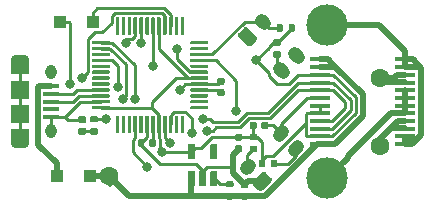
<source format=gtl>
G04 #@! TF.GenerationSoftware,KiCad,Pcbnew,5.1.5+dfsg1-2build2*
G04 #@! TF.CreationDate,2021-07-03T20:40:33+02:00*
G04 #@! TF.ProjectId,combined,636f6d62-696e-4656-942e-6b696361645f,rev?*
G04 #@! TF.SameCoordinates,Original*
G04 #@! TF.FileFunction,Copper,L1,Top*
G04 #@! TF.FilePolarity,Positive*
%FSLAX46Y46*%
G04 Gerber Fmt 4.6, Leading zero omitted, Abs format (unit mm)*
G04 Created by KiCad (PCBNEW 5.1.5+dfsg1-2build2) date 2021-07-03 20:40:33*
%MOMM*%
%LPD*%
G04 APERTURE LIST*
%ADD10C,0.100000*%
%ADD11C,1.100000*%
%ADD12R,1.750000X0.450000*%
%ADD13C,3.500000*%
%ADD14O,1.550000X0.890000*%
%ADD15R,1.550000X1.200000*%
%ADD16R,1.550000X1.500000*%
%ADD17O,0.950000X1.250000*%
%ADD18R,1.350000X0.400000*%
%ADD19R,1.100000X1.100000*%
%ADD20C,1.600000*%
%ADD21C,0.800000*%
%ADD22C,0.500000*%
%ADD23C,0.250000*%
G04 APERTURE END LIST*
G04 #@! TA.AperFunction,SMDPad,CuDef*
D10*
G36*
X85448232Y-35990650D02*
G01*
X85461337Y-35992594D01*
X85474188Y-35995813D01*
X85486662Y-36000276D01*
X85498639Y-36005941D01*
X85510002Y-36012752D01*
X85520643Y-36020644D01*
X85530459Y-36029541D01*
X85539356Y-36039357D01*
X85547248Y-36049998D01*
X85554059Y-36061361D01*
X85559724Y-36073338D01*
X85564187Y-36085812D01*
X85567406Y-36098663D01*
X85569350Y-36111768D01*
X85570000Y-36125000D01*
X85570000Y-36395000D01*
X85569350Y-36408232D01*
X85567406Y-36421337D01*
X85564187Y-36434188D01*
X85559724Y-36446662D01*
X85554059Y-36458639D01*
X85547248Y-36470002D01*
X85539356Y-36480643D01*
X85530459Y-36490459D01*
X85520643Y-36499356D01*
X85510002Y-36507248D01*
X85498639Y-36514059D01*
X85486662Y-36519724D01*
X85474188Y-36524187D01*
X85461337Y-36527406D01*
X85448232Y-36529350D01*
X85435000Y-36530000D01*
X85065000Y-36530000D01*
X85051768Y-36529350D01*
X85038663Y-36527406D01*
X85025812Y-36524187D01*
X85013338Y-36519724D01*
X85001361Y-36514059D01*
X84989998Y-36507248D01*
X84979357Y-36499356D01*
X84969541Y-36490459D01*
X84960644Y-36480643D01*
X84952752Y-36470002D01*
X84945941Y-36458639D01*
X84940276Y-36446662D01*
X84935813Y-36434188D01*
X84932594Y-36421337D01*
X84930650Y-36408232D01*
X84930000Y-36395000D01*
X84930000Y-36125000D01*
X84930650Y-36111768D01*
X84932594Y-36098663D01*
X84935813Y-36085812D01*
X84940276Y-36073338D01*
X84945941Y-36061361D01*
X84952752Y-36049998D01*
X84960644Y-36039357D01*
X84969541Y-36029541D01*
X84979357Y-36020644D01*
X84989998Y-36012752D01*
X85001361Y-36005941D01*
X85013338Y-36000276D01*
X85025812Y-35995813D01*
X85038663Y-35992594D01*
X85051768Y-35990650D01*
X85065000Y-35990000D01*
X85435000Y-35990000D01*
X85448232Y-35990650D01*
G37*
G04 #@! TD.AperFunction*
G04 #@! TA.AperFunction,SMDPad,CuDef*
G36*
X85448232Y-34970650D02*
G01*
X85461337Y-34972594D01*
X85474188Y-34975813D01*
X85486662Y-34980276D01*
X85498639Y-34985941D01*
X85510002Y-34992752D01*
X85520643Y-35000644D01*
X85530459Y-35009541D01*
X85539356Y-35019357D01*
X85547248Y-35029998D01*
X85554059Y-35041361D01*
X85559724Y-35053338D01*
X85564187Y-35065812D01*
X85567406Y-35078663D01*
X85569350Y-35091768D01*
X85570000Y-35105000D01*
X85570000Y-35375000D01*
X85569350Y-35388232D01*
X85567406Y-35401337D01*
X85564187Y-35414188D01*
X85559724Y-35426662D01*
X85554059Y-35438639D01*
X85547248Y-35450002D01*
X85539356Y-35460643D01*
X85530459Y-35470459D01*
X85520643Y-35479356D01*
X85510002Y-35487248D01*
X85498639Y-35494059D01*
X85486662Y-35499724D01*
X85474188Y-35504187D01*
X85461337Y-35507406D01*
X85448232Y-35509350D01*
X85435000Y-35510000D01*
X85065000Y-35510000D01*
X85051768Y-35509350D01*
X85038663Y-35507406D01*
X85025812Y-35504187D01*
X85013338Y-35499724D01*
X85001361Y-35494059D01*
X84989998Y-35487248D01*
X84979357Y-35479356D01*
X84969541Y-35470459D01*
X84960644Y-35460643D01*
X84952752Y-35450002D01*
X84945941Y-35438639D01*
X84940276Y-35426662D01*
X84935813Y-35414188D01*
X84932594Y-35401337D01*
X84930650Y-35388232D01*
X84930000Y-35375000D01*
X84930000Y-35105000D01*
X84930650Y-35091768D01*
X84932594Y-35078663D01*
X84935813Y-35065812D01*
X84940276Y-35053338D01*
X84945941Y-35041361D01*
X84952752Y-35029998D01*
X84960644Y-35019357D01*
X84969541Y-35009541D01*
X84979357Y-35000644D01*
X84989998Y-34992752D01*
X85001361Y-34985941D01*
X85013338Y-34980276D01*
X85025812Y-34975813D01*
X85038663Y-34972594D01*
X85051768Y-34970650D01*
X85065000Y-34970000D01*
X85435000Y-34970000D01*
X85448232Y-34970650D01*
G37*
G04 #@! TD.AperFunction*
G04 #@! TA.AperFunction,SMDPad,CuDef*
G36*
X84436958Y-35945710D02*
G01*
X84451276Y-35947834D01*
X84465317Y-35951351D01*
X84478946Y-35956228D01*
X84492031Y-35962417D01*
X84504447Y-35969858D01*
X84516073Y-35978481D01*
X84526798Y-35988202D01*
X84536519Y-35998927D01*
X84545142Y-36010553D01*
X84552583Y-36022969D01*
X84558772Y-36036054D01*
X84563649Y-36049683D01*
X84567166Y-36063724D01*
X84569290Y-36078042D01*
X84570000Y-36092500D01*
X84570000Y-36387500D01*
X84569290Y-36401958D01*
X84567166Y-36416276D01*
X84563649Y-36430317D01*
X84558772Y-36443946D01*
X84552583Y-36457031D01*
X84545142Y-36469447D01*
X84536519Y-36481073D01*
X84526798Y-36491798D01*
X84516073Y-36501519D01*
X84504447Y-36510142D01*
X84492031Y-36517583D01*
X84478946Y-36523772D01*
X84465317Y-36528649D01*
X84451276Y-36532166D01*
X84436958Y-36534290D01*
X84422500Y-36535000D01*
X84077500Y-36535000D01*
X84063042Y-36534290D01*
X84048724Y-36532166D01*
X84034683Y-36528649D01*
X84021054Y-36523772D01*
X84007969Y-36517583D01*
X83995553Y-36510142D01*
X83983927Y-36501519D01*
X83973202Y-36491798D01*
X83963481Y-36481073D01*
X83954858Y-36469447D01*
X83947417Y-36457031D01*
X83941228Y-36443946D01*
X83936351Y-36430317D01*
X83932834Y-36416276D01*
X83930710Y-36401958D01*
X83930000Y-36387500D01*
X83930000Y-36092500D01*
X83930710Y-36078042D01*
X83932834Y-36063724D01*
X83936351Y-36049683D01*
X83941228Y-36036054D01*
X83947417Y-36022969D01*
X83954858Y-36010553D01*
X83963481Y-35998927D01*
X83973202Y-35988202D01*
X83983927Y-35978481D01*
X83995553Y-35969858D01*
X84007969Y-35962417D01*
X84021054Y-35956228D01*
X84034683Y-35951351D01*
X84048724Y-35947834D01*
X84063042Y-35945710D01*
X84077500Y-35945000D01*
X84422500Y-35945000D01*
X84436958Y-35945710D01*
G37*
G04 #@! TD.AperFunction*
G04 #@! TA.AperFunction,SMDPad,CuDef*
G36*
X84436958Y-34975710D02*
G01*
X84451276Y-34977834D01*
X84465317Y-34981351D01*
X84478946Y-34986228D01*
X84492031Y-34992417D01*
X84504447Y-34999858D01*
X84516073Y-35008481D01*
X84526798Y-35018202D01*
X84536519Y-35028927D01*
X84545142Y-35040553D01*
X84552583Y-35052969D01*
X84558772Y-35066054D01*
X84563649Y-35079683D01*
X84567166Y-35093724D01*
X84569290Y-35108042D01*
X84570000Y-35122500D01*
X84570000Y-35417500D01*
X84569290Y-35431958D01*
X84567166Y-35446276D01*
X84563649Y-35460317D01*
X84558772Y-35473946D01*
X84552583Y-35487031D01*
X84545142Y-35499447D01*
X84536519Y-35511073D01*
X84526798Y-35521798D01*
X84516073Y-35531519D01*
X84504447Y-35540142D01*
X84492031Y-35547583D01*
X84478946Y-35553772D01*
X84465317Y-35558649D01*
X84451276Y-35562166D01*
X84436958Y-35564290D01*
X84422500Y-35565000D01*
X84077500Y-35565000D01*
X84063042Y-35564290D01*
X84048724Y-35562166D01*
X84034683Y-35558649D01*
X84021054Y-35553772D01*
X84007969Y-35547583D01*
X83995553Y-35540142D01*
X83983927Y-35531519D01*
X83973202Y-35521798D01*
X83963481Y-35511073D01*
X83954858Y-35499447D01*
X83947417Y-35487031D01*
X83941228Y-35473946D01*
X83936351Y-35460317D01*
X83932834Y-35446276D01*
X83930710Y-35431958D01*
X83930000Y-35417500D01*
X83930000Y-35122500D01*
X83930710Y-35108042D01*
X83932834Y-35093724D01*
X83936351Y-35079683D01*
X83941228Y-35066054D01*
X83947417Y-35052969D01*
X83954858Y-35040553D01*
X83963481Y-35028927D01*
X83973202Y-35018202D01*
X83983927Y-35008481D01*
X83995553Y-34999858D01*
X84007969Y-34992417D01*
X84021054Y-34986228D01*
X84034683Y-34981351D01*
X84048724Y-34977834D01*
X84063042Y-34975710D01*
X84077500Y-34975000D01*
X84422500Y-34975000D01*
X84436958Y-34975710D01*
G37*
G04 #@! TD.AperFunction*
G04 #@! TA.AperFunction,SMDPad,CuDef*
G36*
X93664703Y-37313222D02*
G01*
X93679264Y-37315382D01*
X93693543Y-37318959D01*
X93707403Y-37323918D01*
X93720710Y-37330212D01*
X93733336Y-37337780D01*
X93745159Y-37346548D01*
X93756066Y-37356434D01*
X93765952Y-37367341D01*
X93774720Y-37379164D01*
X93782288Y-37391790D01*
X93788582Y-37405097D01*
X93793541Y-37418957D01*
X93797118Y-37433236D01*
X93799278Y-37447797D01*
X93800000Y-37462500D01*
X93800000Y-38487500D01*
X93799278Y-38502203D01*
X93797118Y-38516764D01*
X93793541Y-38531043D01*
X93788582Y-38544903D01*
X93782288Y-38558210D01*
X93774720Y-38570836D01*
X93765952Y-38582659D01*
X93756066Y-38593566D01*
X93745159Y-38603452D01*
X93733336Y-38612220D01*
X93720710Y-38619788D01*
X93707403Y-38626082D01*
X93693543Y-38631041D01*
X93679264Y-38634618D01*
X93664703Y-38636778D01*
X93650000Y-38637500D01*
X93350000Y-38637500D01*
X93335297Y-38636778D01*
X93320736Y-38634618D01*
X93306457Y-38631041D01*
X93292597Y-38626082D01*
X93279290Y-38619788D01*
X93266664Y-38612220D01*
X93254841Y-38603452D01*
X93243934Y-38593566D01*
X93234048Y-38582659D01*
X93225280Y-38570836D01*
X93217712Y-38558210D01*
X93211418Y-38544903D01*
X93206459Y-38531043D01*
X93202882Y-38516764D01*
X93200722Y-38502203D01*
X93200000Y-38487500D01*
X93200000Y-37462500D01*
X93200722Y-37447797D01*
X93202882Y-37433236D01*
X93206459Y-37418957D01*
X93211418Y-37405097D01*
X93217712Y-37391790D01*
X93225280Y-37379164D01*
X93234048Y-37367341D01*
X93243934Y-37356434D01*
X93254841Y-37346548D01*
X93266664Y-37337780D01*
X93279290Y-37330212D01*
X93292597Y-37323918D01*
X93306457Y-37318959D01*
X93320736Y-37315382D01*
X93335297Y-37313222D01*
X93350000Y-37312500D01*
X93650000Y-37312500D01*
X93664703Y-37313222D01*
G37*
G04 #@! TD.AperFunction*
G04 #@! TA.AperFunction,SMDPad,CuDef*
G36*
X95564703Y-37313222D02*
G01*
X95579264Y-37315382D01*
X95593543Y-37318959D01*
X95607403Y-37323918D01*
X95620710Y-37330212D01*
X95633336Y-37337780D01*
X95645159Y-37346548D01*
X95656066Y-37356434D01*
X95665952Y-37367341D01*
X95674720Y-37379164D01*
X95682288Y-37391790D01*
X95688582Y-37405097D01*
X95693541Y-37418957D01*
X95697118Y-37433236D01*
X95699278Y-37447797D01*
X95700000Y-37462500D01*
X95700000Y-38487500D01*
X95699278Y-38502203D01*
X95697118Y-38516764D01*
X95693541Y-38531043D01*
X95688582Y-38544903D01*
X95682288Y-38558210D01*
X95674720Y-38570836D01*
X95665952Y-38582659D01*
X95656066Y-38593566D01*
X95645159Y-38603452D01*
X95633336Y-38612220D01*
X95620710Y-38619788D01*
X95607403Y-38626082D01*
X95593543Y-38631041D01*
X95579264Y-38634618D01*
X95564703Y-38636778D01*
X95550000Y-38637500D01*
X95250000Y-38637500D01*
X95235297Y-38636778D01*
X95220736Y-38634618D01*
X95206457Y-38631041D01*
X95192597Y-38626082D01*
X95179290Y-38619788D01*
X95166664Y-38612220D01*
X95154841Y-38603452D01*
X95143934Y-38593566D01*
X95134048Y-38582659D01*
X95125280Y-38570836D01*
X95117712Y-38558210D01*
X95111418Y-38544903D01*
X95106459Y-38531043D01*
X95102882Y-38516764D01*
X95100722Y-38502203D01*
X95100000Y-38487500D01*
X95100000Y-37462500D01*
X95100722Y-37447797D01*
X95102882Y-37433236D01*
X95106459Y-37418957D01*
X95111418Y-37405097D01*
X95117712Y-37391790D01*
X95125280Y-37379164D01*
X95134048Y-37367341D01*
X95143934Y-37356434D01*
X95154841Y-37346548D01*
X95166664Y-37337780D01*
X95179290Y-37330212D01*
X95192597Y-37323918D01*
X95206457Y-37318959D01*
X95220736Y-37315382D01*
X95235297Y-37313222D01*
X95250000Y-37312500D01*
X95550000Y-37312500D01*
X95564703Y-37313222D01*
G37*
G04 #@! TD.AperFunction*
G04 #@! TA.AperFunction,SMDPad,CuDef*
G36*
X95564703Y-39588222D02*
G01*
X95579264Y-39590382D01*
X95593543Y-39593959D01*
X95607403Y-39598918D01*
X95620710Y-39605212D01*
X95633336Y-39612780D01*
X95645159Y-39621548D01*
X95656066Y-39631434D01*
X95665952Y-39642341D01*
X95674720Y-39654164D01*
X95682288Y-39666790D01*
X95688582Y-39680097D01*
X95693541Y-39693957D01*
X95697118Y-39708236D01*
X95699278Y-39722797D01*
X95700000Y-39737500D01*
X95700000Y-40762500D01*
X95699278Y-40777203D01*
X95697118Y-40791764D01*
X95693541Y-40806043D01*
X95688582Y-40819903D01*
X95682288Y-40833210D01*
X95674720Y-40845836D01*
X95665952Y-40857659D01*
X95656066Y-40868566D01*
X95645159Y-40878452D01*
X95633336Y-40887220D01*
X95620710Y-40894788D01*
X95607403Y-40901082D01*
X95593543Y-40906041D01*
X95579264Y-40909618D01*
X95564703Y-40911778D01*
X95550000Y-40912500D01*
X95250000Y-40912500D01*
X95235297Y-40911778D01*
X95220736Y-40909618D01*
X95206457Y-40906041D01*
X95192597Y-40901082D01*
X95179290Y-40894788D01*
X95166664Y-40887220D01*
X95154841Y-40878452D01*
X95143934Y-40868566D01*
X95134048Y-40857659D01*
X95125280Y-40845836D01*
X95117712Y-40833210D01*
X95111418Y-40819903D01*
X95106459Y-40806043D01*
X95102882Y-40791764D01*
X95100722Y-40777203D01*
X95100000Y-40762500D01*
X95100000Y-39737500D01*
X95100722Y-39722797D01*
X95102882Y-39708236D01*
X95106459Y-39693957D01*
X95111418Y-39680097D01*
X95117712Y-39666790D01*
X95125280Y-39654164D01*
X95134048Y-39642341D01*
X95143934Y-39631434D01*
X95154841Y-39621548D01*
X95166664Y-39612780D01*
X95179290Y-39605212D01*
X95192597Y-39598918D01*
X95206457Y-39593959D01*
X95220736Y-39590382D01*
X95235297Y-39588222D01*
X95250000Y-39587500D01*
X95550000Y-39587500D01*
X95564703Y-39588222D01*
G37*
G04 #@! TD.AperFunction*
G04 #@! TA.AperFunction,SMDPad,CuDef*
G36*
X94614703Y-39588222D02*
G01*
X94629264Y-39590382D01*
X94643543Y-39593959D01*
X94657403Y-39598918D01*
X94670710Y-39605212D01*
X94683336Y-39612780D01*
X94695159Y-39621548D01*
X94706066Y-39631434D01*
X94715952Y-39642341D01*
X94724720Y-39654164D01*
X94732288Y-39666790D01*
X94738582Y-39680097D01*
X94743541Y-39693957D01*
X94747118Y-39708236D01*
X94749278Y-39722797D01*
X94750000Y-39737500D01*
X94750000Y-40762500D01*
X94749278Y-40777203D01*
X94747118Y-40791764D01*
X94743541Y-40806043D01*
X94738582Y-40819903D01*
X94732288Y-40833210D01*
X94724720Y-40845836D01*
X94715952Y-40857659D01*
X94706066Y-40868566D01*
X94695159Y-40878452D01*
X94683336Y-40887220D01*
X94670710Y-40894788D01*
X94657403Y-40901082D01*
X94643543Y-40906041D01*
X94629264Y-40909618D01*
X94614703Y-40911778D01*
X94600000Y-40912500D01*
X94300000Y-40912500D01*
X94285297Y-40911778D01*
X94270736Y-40909618D01*
X94256457Y-40906041D01*
X94242597Y-40901082D01*
X94229290Y-40894788D01*
X94216664Y-40887220D01*
X94204841Y-40878452D01*
X94193934Y-40868566D01*
X94184048Y-40857659D01*
X94175280Y-40845836D01*
X94167712Y-40833210D01*
X94161418Y-40819903D01*
X94156459Y-40806043D01*
X94152882Y-40791764D01*
X94150722Y-40777203D01*
X94150000Y-40762500D01*
X94150000Y-39737500D01*
X94150722Y-39722797D01*
X94152882Y-39708236D01*
X94156459Y-39693957D01*
X94161418Y-39680097D01*
X94167712Y-39666790D01*
X94175280Y-39654164D01*
X94184048Y-39642341D01*
X94193934Y-39631434D01*
X94204841Y-39621548D01*
X94216664Y-39612780D01*
X94229290Y-39605212D01*
X94242597Y-39598918D01*
X94256457Y-39593959D01*
X94270736Y-39590382D01*
X94285297Y-39588222D01*
X94300000Y-39587500D01*
X94600000Y-39587500D01*
X94614703Y-39588222D01*
G37*
G04 #@! TD.AperFunction*
G04 #@! TA.AperFunction,SMDPad,CuDef*
G36*
X93664703Y-39588222D02*
G01*
X93679264Y-39590382D01*
X93693543Y-39593959D01*
X93707403Y-39598918D01*
X93720710Y-39605212D01*
X93733336Y-39612780D01*
X93745159Y-39621548D01*
X93756066Y-39631434D01*
X93765952Y-39642341D01*
X93774720Y-39654164D01*
X93782288Y-39666790D01*
X93788582Y-39680097D01*
X93793541Y-39693957D01*
X93797118Y-39708236D01*
X93799278Y-39722797D01*
X93800000Y-39737500D01*
X93800000Y-40762500D01*
X93799278Y-40777203D01*
X93797118Y-40791764D01*
X93793541Y-40806043D01*
X93788582Y-40819903D01*
X93782288Y-40833210D01*
X93774720Y-40845836D01*
X93765952Y-40857659D01*
X93756066Y-40868566D01*
X93745159Y-40878452D01*
X93733336Y-40887220D01*
X93720710Y-40894788D01*
X93707403Y-40901082D01*
X93693543Y-40906041D01*
X93679264Y-40909618D01*
X93664703Y-40911778D01*
X93650000Y-40912500D01*
X93350000Y-40912500D01*
X93335297Y-40911778D01*
X93320736Y-40909618D01*
X93306457Y-40906041D01*
X93292597Y-40901082D01*
X93279290Y-40894788D01*
X93266664Y-40887220D01*
X93254841Y-40878452D01*
X93243934Y-40868566D01*
X93234048Y-40857659D01*
X93225280Y-40845836D01*
X93217712Y-40833210D01*
X93211418Y-40819903D01*
X93206459Y-40806043D01*
X93202882Y-40791764D01*
X93200722Y-40777203D01*
X93200000Y-40762500D01*
X93200000Y-39737500D01*
X93200722Y-39722797D01*
X93202882Y-39708236D01*
X93206459Y-39693957D01*
X93211418Y-39680097D01*
X93217712Y-39666790D01*
X93225280Y-39654164D01*
X93234048Y-39642341D01*
X93243934Y-39631434D01*
X93254841Y-39621548D01*
X93266664Y-39612780D01*
X93279290Y-39605212D01*
X93292597Y-39598918D01*
X93306457Y-39593959D01*
X93320736Y-39590382D01*
X93335297Y-39588222D01*
X93350000Y-39587500D01*
X93650000Y-39587500D01*
X93664703Y-39588222D01*
G37*
G04 #@! TD.AperFunction*
D11*
X102209798Y-29664214D02*
X102492640Y-29947056D01*
X100937006Y-30937006D02*
X101219848Y-31219848D01*
G04 #@! TA.AperFunction,ComponentPad*
D10*
G36*
X98133054Y-27435392D02*
G01*
X98157293Y-27438988D01*
X98181063Y-27444942D01*
X98204135Y-27453197D01*
X98226287Y-27463674D01*
X98247305Y-27476272D01*
X98266987Y-27490869D01*
X98285144Y-27507325D01*
X98992675Y-28214856D01*
X99009131Y-28233013D01*
X99023728Y-28252695D01*
X99036326Y-28273713D01*
X99046803Y-28295865D01*
X99055058Y-28318937D01*
X99061012Y-28342707D01*
X99064608Y-28366946D01*
X99065810Y-28391421D01*
X99064608Y-28415896D01*
X99061012Y-28440135D01*
X99055058Y-28463905D01*
X99046803Y-28486977D01*
X99036326Y-28509129D01*
X99023728Y-28530147D01*
X99009131Y-28549829D01*
X98992675Y-28567986D01*
X98567986Y-28992675D01*
X98549829Y-29009131D01*
X98530147Y-29023728D01*
X98509129Y-29036326D01*
X98486977Y-29046803D01*
X98463905Y-29055058D01*
X98440135Y-29061012D01*
X98415896Y-29064608D01*
X98391421Y-29065810D01*
X98366946Y-29064608D01*
X98342707Y-29061012D01*
X98318937Y-29055058D01*
X98295865Y-29046803D01*
X98273713Y-29036326D01*
X98252695Y-29023728D01*
X98233013Y-29009131D01*
X98214856Y-28992675D01*
X97507325Y-28285144D01*
X97490869Y-28266987D01*
X97476272Y-28247305D01*
X97463674Y-28226287D01*
X97453197Y-28204135D01*
X97444942Y-28181063D01*
X97438988Y-28157293D01*
X97435392Y-28133054D01*
X97434190Y-28108579D01*
X97435392Y-28084104D01*
X97438988Y-28059865D01*
X97444942Y-28036095D01*
X97453197Y-28013023D01*
X97463674Y-27990871D01*
X97476272Y-27969853D01*
X97490869Y-27950171D01*
X97507325Y-27932014D01*
X97932014Y-27507325D01*
X97950171Y-27490869D01*
X97969853Y-27476272D01*
X97990871Y-27463674D01*
X98013023Y-27453197D01*
X98036095Y-27444942D01*
X98059865Y-27438988D01*
X98084104Y-27435392D01*
X98108579Y-27434190D01*
X98133054Y-27435392D01*
G37*
G04 #@! TD.AperFunction*
D11*
X99381371Y-26835787D02*
X99664213Y-27118629D01*
X100914214Y-36540202D02*
X101197056Y-36257360D01*
X102187006Y-37812994D02*
X102469848Y-37530152D01*
G04 #@! TA.AperFunction,ComponentPad*
D10*
G36*
X99665896Y-39685392D02*
G01*
X99690135Y-39688988D01*
X99713905Y-39694942D01*
X99736977Y-39703197D01*
X99759129Y-39713674D01*
X99780147Y-39726272D01*
X99799829Y-39740869D01*
X99817986Y-39757325D01*
X100242675Y-40182014D01*
X100259131Y-40200171D01*
X100273728Y-40219853D01*
X100286326Y-40240871D01*
X100296803Y-40263023D01*
X100305058Y-40286095D01*
X100311012Y-40309865D01*
X100314608Y-40334104D01*
X100315810Y-40358579D01*
X100314608Y-40383054D01*
X100311012Y-40407293D01*
X100305058Y-40431063D01*
X100296803Y-40454135D01*
X100286326Y-40476287D01*
X100273728Y-40497305D01*
X100259131Y-40516987D01*
X100242675Y-40535144D01*
X99535144Y-41242675D01*
X99516987Y-41259131D01*
X99497305Y-41273728D01*
X99476287Y-41286326D01*
X99454135Y-41296803D01*
X99431063Y-41305058D01*
X99407293Y-41311012D01*
X99383054Y-41314608D01*
X99358579Y-41315810D01*
X99334104Y-41314608D01*
X99309865Y-41311012D01*
X99286095Y-41305058D01*
X99263023Y-41296803D01*
X99240871Y-41286326D01*
X99219853Y-41273728D01*
X99200171Y-41259131D01*
X99182014Y-41242675D01*
X98757325Y-40817986D01*
X98740869Y-40799829D01*
X98726272Y-40780147D01*
X98713674Y-40759129D01*
X98703197Y-40736977D01*
X98694942Y-40713905D01*
X98688988Y-40690135D01*
X98685392Y-40665896D01*
X98684190Y-40641421D01*
X98685392Y-40616946D01*
X98688988Y-40592707D01*
X98694942Y-40568937D01*
X98703197Y-40545865D01*
X98713674Y-40523713D01*
X98726272Y-40502695D01*
X98740869Y-40483013D01*
X98757325Y-40464856D01*
X99464856Y-39757325D01*
X99483013Y-39740869D01*
X99502695Y-39726272D01*
X99523713Y-39713674D01*
X99545865Y-39703197D01*
X99568937Y-39694942D01*
X99592707Y-39688988D01*
X99616946Y-39685392D01*
X99641421Y-39684190D01*
X99665896Y-39685392D01*
G37*
G04 #@! TD.AperFunction*
D11*
X98085787Y-39368629D02*
X98368629Y-39085787D01*
D12*
X104400000Y-37325000D03*
X104400000Y-36675000D03*
X104400000Y-36025000D03*
X104400000Y-35375000D03*
X104400000Y-34725000D03*
X104400000Y-34075000D03*
X104400000Y-33425000D03*
X104400000Y-32775000D03*
X104400000Y-32125000D03*
X104400000Y-31475000D03*
X104400000Y-30825000D03*
X104400000Y-30175000D03*
X111600000Y-30175000D03*
X111600000Y-30825000D03*
X111600000Y-31475000D03*
X111600000Y-32125000D03*
X111600000Y-32775000D03*
X111600000Y-33425000D03*
X111600000Y-34075000D03*
X111600000Y-34725000D03*
X111600000Y-35375000D03*
X111600000Y-36025000D03*
X111600000Y-36675000D03*
X111600000Y-37325000D03*
G04 #@! TA.AperFunction,SMDPad,CuDef*
D10*
G36*
X92832351Y-34925361D02*
G01*
X92839632Y-34926441D01*
X92846771Y-34928229D01*
X92853701Y-34930709D01*
X92860355Y-34933856D01*
X92866668Y-34937640D01*
X92872579Y-34942024D01*
X92878033Y-34946967D01*
X92882976Y-34952421D01*
X92887360Y-34958332D01*
X92891144Y-34964645D01*
X92894291Y-34971299D01*
X92896771Y-34978229D01*
X92898559Y-34985368D01*
X92899639Y-34992649D01*
X92900000Y-35000000D01*
X92900000Y-36325000D01*
X92899639Y-36332351D01*
X92898559Y-36339632D01*
X92896771Y-36346771D01*
X92894291Y-36353701D01*
X92891144Y-36360355D01*
X92887360Y-36366668D01*
X92882976Y-36372579D01*
X92878033Y-36378033D01*
X92872579Y-36382976D01*
X92866668Y-36387360D01*
X92860355Y-36391144D01*
X92853701Y-36394291D01*
X92846771Y-36396771D01*
X92839632Y-36398559D01*
X92832351Y-36399639D01*
X92825000Y-36400000D01*
X92675000Y-36400000D01*
X92667649Y-36399639D01*
X92660368Y-36398559D01*
X92653229Y-36396771D01*
X92646299Y-36394291D01*
X92639645Y-36391144D01*
X92633332Y-36387360D01*
X92627421Y-36382976D01*
X92621967Y-36378033D01*
X92617024Y-36372579D01*
X92612640Y-36366668D01*
X92608856Y-36360355D01*
X92605709Y-36353701D01*
X92603229Y-36346771D01*
X92601441Y-36339632D01*
X92600361Y-36332351D01*
X92600000Y-36325000D01*
X92600000Y-35000000D01*
X92600361Y-34992649D01*
X92601441Y-34985368D01*
X92603229Y-34978229D01*
X92605709Y-34971299D01*
X92608856Y-34964645D01*
X92612640Y-34958332D01*
X92617024Y-34952421D01*
X92621967Y-34946967D01*
X92627421Y-34942024D01*
X92633332Y-34937640D01*
X92639645Y-34933856D01*
X92646299Y-34930709D01*
X92653229Y-34928229D01*
X92660368Y-34926441D01*
X92667649Y-34925361D01*
X92675000Y-34925000D01*
X92825000Y-34925000D01*
X92832351Y-34925361D01*
G37*
G04 #@! TD.AperFunction*
G04 #@! TA.AperFunction,SMDPad,CuDef*
G36*
X92332351Y-34925361D02*
G01*
X92339632Y-34926441D01*
X92346771Y-34928229D01*
X92353701Y-34930709D01*
X92360355Y-34933856D01*
X92366668Y-34937640D01*
X92372579Y-34942024D01*
X92378033Y-34946967D01*
X92382976Y-34952421D01*
X92387360Y-34958332D01*
X92391144Y-34964645D01*
X92394291Y-34971299D01*
X92396771Y-34978229D01*
X92398559Y-34985368D01*
X92399639Y-34992649D01*
X92400000Y-35000000D01*
X92400000Y-36325000D01*
X92399639Y-36332351D01*
X92398559Y-36339632D01*
X92396771Y-36346771D01*
X92394291Y-36353701D01*
X92391144Y-36360355D01*
X92387360Y-36366668D01*
X92382976Y-36372579D01*
X92378033Y-36378033D01*
X92372579Y-36382976D01*
X92366668Y-36387360D01*
X92360355Y-36391144D01*
X92353701Y-36394291D01*
X92346771Y-36396771D01*
X92339632Y-36398559D01*
X92332351Y-36399639D01*
X92325000Y-36400000D01*
X92175000Y-36400000D01*
X92167649Y-36399639D01*
X92160368Y-36398559D01*
X92153229Y-36396771D01*
X92146299Y-36394291D01*
X92139645Y-36391144D01*
X92133332Y-36387360D01*
X92127421Y-36382976D01*
X92121967Y-36378033D01*
X92117024Y-36372579D01*
X92112640Y-36366668D01*
X92108856Y-36360355D01*
X92105709Y-36353701D01*
X92103229Y-36346771D01*
X92101441Y-36339632D01*
X92100361Y-36332351D01*
X92100000Y-36325000D01*
X92100000Y-35000000D01*
X92100361Y-34992649D01*
X92101441Y-34985368D01*
X92103229Y-34978229D01*
X92105709Y-34971299D01*
X92108856Y-34964645D01*
X92112640Y-34958332D01*
X92117024Y-34952421D01*
X92121967Y-34946967D01*
X92127421Y-34942024D01*
X92133332Y-34937640D01*
X92139645Y-34933856D01*
X92146299Y-34930709D01*
X92153229Y-34928229D01*
X92160368Y-34926441D01*
X92167649Y-34925361D01*
X92175000Y-34925000D01*
X92325000Y-34925000D01*
X92332351Y-34925361D01*
G37*
G04 #@! TD.AperFunction*
G04 #@! TA.AperFunction,SMDPad,CuDef*
G36*
X91832351Y-34925361D02*
G01*
X91839632Y-34926441D01*
X91846771Y-34928229D01*
X91853701Y-34930709D01*
X91860355Y-34933856D01*
X91866668Y-34937640D01*
X91872579Y-34942024D01*
X91878033Y-34946967D01*
X91882976Y-34952421D01*
X91887360Y-34958332D01*
X91891144Y-34964645D01*
X91894291Y-34971299D01*
X91896771Y-34978229D01*
X91898559Y-34985368D01*
X91899639Y-34992649D01*
X91900000Y-35000000D01*
X91900000Y-36325000D01*
X91899639Y-36332351D01*
X91898559Y-36339632D01*
X91896771Y-36346771D01*
X91894291Y-36353701D01*
X91891144Y-36360355D01*
X91887360Y-36366668D01*
X91882976Y-36372579D01*
X91878033Y-36378033D01*
X91872579Y-36382976D01*
X91866668Y-36387360D01*
X91860355Y-36391144D01*
X91853701Y-36394291D01*
X91846771Y-36396771D01*
X91839632Y-36398559D01*
X91832351Y-36399639D01*
X91825000Y-36400000D01*
X91675000Y-36400000D01*
X91667649Y-36399639D01*
X91660368Y-36398559D01*
X91653229Y-36396771D01*
X91646299Y-36394291D01*
X91639645Y-36391144D01*
X91633332Y-36387360D01*
X91627421Y-36382976D01*
X91621967Y-36378033D01*
X91617024Y-36372579D01*
X91612640Y-36366668D01*
X91608856Y-36360355D01*
X91605709Y-36353701D01*
X91603229Y-36346771D01*
X91601441Y-36339632D01*
X91600361Y-36332351D01*
X91600000Y-36325000D01*
X91600000Y-35000000D01*
X91600361Y-34992649D01*
X91601441Y-34985368D01*
X91603229Y-34978229D01*
X91605709Y-34971299D01*
X91608856Y-34964645D01*
X91612640Y-34958332D01*
X91617024Y-34952421D01*
X91621967Y-34946967D01*
X91627421Y-34942024D01*
X91633332Y-34937640D01*
X91639645Y-34933856D01*
X91646299Y-34930709D01*
X91653229Y-34928229D01*
X91660368Y-34926441D01*
X91667649Y-34925361D01*
X91675000Y-34925000D01*
X91825000Y-34925000D01*
X91832351Y-34925361D01*
G37*
G04 #@! TD.AperFunction*
G04 #@! TA.AperFunction,SMDPad,CuDef*
G36*
X91332351Y-34925361D02*
G01*
X91339632Y-34926441D01*
X91346771Y-34928229D01*
X91353701Y-34930709D01*
X91360355Y-34933856D01*
X91366668Y-34937640D01*
X91372579Y-34942024D01*
X91378033Y-34946967D01*
X91382976Y-34952421D01*
X91387360Y-34958332D01*
X91391144Y-34964645D01*
X91394291Y-34971299D01*
X91396771Y-34978229D01*
X91398559Y-34985368D01*
X91399639Y-34992649D01*
X91400000Y-35000000D01*
X91400000Y-36325000D01*
X91399639Y-36332351D01*
X91398559Y-36339632D01*
X91396771Y-36346771D01*
X91394291Y-36353701D01*
X91391144Y-36360355D01*
X91387360Y-36366668D01*
X91382976Y-36372579D01*
X91378033Y-36378033D01*
X91372579Y-36382976D01*
X91366668Y-36387360D01*
X91360355Y-36391144D01*
X91353701Y-36394291D01*
X91346771Y-36396771D01*
X91339632Y-36398559D01*
X91332351Y-36399639D01*
X91325000Y-36400000D01*
X91175000Y-36400000D01*
X91167649Y-36399639D01*
X91160368Y-36398559D01*
X91153229Y-36396771D01*
X91146299Y-36394291D01*
X91139645Y-36391144D01*
X91133332Y-36387360D01*
X91127421Y-36382976D01*
X91121967Y-36378033D01*
X91117024Y-36372579D01*
X91112640Y-36366668D01*
X91108856Y-36360355D01*
X91105709Y-36353701D01*
X91103229Y-36346771D01*
X91101441Y-36339632D01*
X91100361Y-36332351D01*
X91100000Y-36325000D01*
X91100000Y-35000000D01*
X91100361Y-34992649D01*
X91101441Y-34985368D01*
X91103229Y-34978229D01*
X91105709Y-34971299D01*
X91108856Y-34964645D01*
X91112640Y-34958332D01*
X91117024Y-34952421D01*
X91121967Y-34946967D01*
X91127421Y-34942024D01*
X91133332Y-34937640D01*
X91139645Y-34933856D01*
X91146299Y-34930709D01*
X91153229Y-34928229D01*
X91160368Y-34926441D01*
X91167649Y-34925361D01*
X91175000Y-34925000D01*
X91325000Y-34925000D01*
X91332351Y-34925361D01*
G37*
G04 #@! TD.AperFunction*
G04 #@! TA.AperFunction,SMDPad,CuDef*
G36*
X90832351Y-34925361D02*
G01*
X90839632Y-34926441D01*
X90846771Y-34928229D01*
X90853701Y-34930709D01*
X90860355Y-34933856D01*
X90866668Y-34937640D01*
X90872579Y-34942024D01*
X90878033Y-34946967D01*
X90882976Y-34952421D01*
X90887360Y-34958332D01*
X90891144Y-34964645D01*
X90894291Y-34971299D01*
X90896771Y-34978229D01*
X90898559Y-34985368D01*
X90899639Y-34992649D01*
X90900000Y-35000000D01*
X90900000Y-36325000D01*
X90899639Y-36332351D01*
X90898559Y-36339632D01*
X90896771Y-36346771D01*
X90894291Y-36353701D01*
X90891144Y-36360355D01*
X90887360Y-36366668D01*
X90882976Y-36372579D01*
X90878033Y-36378033D01*
X90872579Y-36382976D01*
X90866668Y-36387360D01*
X90860355Y-36391144D01*
X90853701Y-36394291D01*
X90846771Y-36396771D01*
X90839632Y-36398559D01*
X90832351Y-36399639D01*
X90825000Y-36400000D01*
X90675000Y-36400000D01*
X90667649Y-36399639D01*
X90660368Y-36398559D01*
X90653229Y-36396771D01*
X90646299Y-36394291D01*
X90639645Y-36391144D01*
X90633332Y-36387360D01*
X90627421Y-36382976D01*
X90621967Y-36378033D01*
X90617024Y-36372579D01*
X90612640Y-36366668D01*
X90608856Y-36360355D01*
X90605709Y-36353701D01*
X90603229Y-36346771D01*
X90601441Y-36339632D01*
X90600361Y-36332351D01*
X90600000Y-36325000D01*
X90600000Y-35000000D01*
X90600361Y-34992649D01*
X90601441Y-34985368D01*
X90603229Y-34978229D01*
X90605709Y-34971299D01*
X90608856Y-34964645D01*
X90612640Y-34958332D01*
X90617024Y-34952421D01*
X90621967Y-34946967D01*
X90627421Y-34942024D01*
X90633332Y-34937640D01*
X90639645Y-34933856D01*
X90646299Y-34930709D01*
X90653229Y-34928229D01*
X90660368Y-34926441D01*
X90667649Y-34925361D01*
X90675000Y-34925000D01*
X90825000Y-34925000D01*
X90832351Y-34925361D01*
G37*
G04 #@! TD.AperFunction*
G04 #@! TA.AperFunction,SMDPad,CuDef*
G36*
X90332351Y-34925361D02*
G01*
X90339632Y-34926441D01*
X90346771Y-34928229D01*
X90353701Y-34930709D01*
X90360355Y-34933856D01*
X90366668Y-34937640D01*
X90372579Y-34942024D01*
X90378033Y-34946967D01*
X90382976Y-34952421D01*
X90387360Y-34958332D01*
X90391144Y-34964645D01*
X90394291Y-34971299D01*
X90396771Y-34978229D01*
X90398559Y-34985368D01*
X90399639Y-34992649D01*
X90400000Y-35000000D01*
X90400000Y-36325000D01*
X90399639Y-36332351D01*
X90398559Y-36339632D01*
X90396771Y-36346771D01*
X90394291Y-36353701D01*
X90391144Y-36360355D01*
X90387360Y-36366668D01*
X90382976Y-36372579D01*
X90378033Y-36378033D01*
X90372579Y-36382976D01*
X90366668Y-36387360D01*
X90360355Y-36391144D01*
X90353701Y-36394291D01*
X90346771Y-36396771D01*
X90339632Y-36398559D01*
X90332351Y-36399639D01*
X90325000Y-36400000D01*
X90175000Y-36400000D01*
X90167649Y-36399639D01*
X90160368Y-36398559D01*
X90153229Y-36396771D01*
X90146299Y-36394291D01*
X90139645Y-36391144D01*
X90133332Y-36387360D01*
X90127421Y-36382976D01*
X90121967Y-36378033D01*
X90117024Y-36372579D01*
X90112640Y-36366668D01*
X90108856Y-36360355D01*
X90105709Y-36353701D01*
X90103229Y-36346771D01*
X90101441Y-36339632D01*
X90100361Y-36332351D01*
X90100000Y-36325000D01*
X90100000Y-35000000D01*
X90100361Y-34992649D01*
X90101441Y-34985368D01*
X90103229Y-34978229D01*
X90105709Y-34971299D01*
X90108856Y-34964645D01*
X90112640Y-34958332D01*
X90117024Y-34952421D01*
X90121967Y-34946967D01*
X90127421Y-34942024D01*
X90133332Y-34937640D01*
X90139645Y-34933856D01*
X90146299Y-34930709D01*
X90153229Y-34928229D01*
X90160368Y-34926441D01*
X90167649Y-34925361D01*
X90175000Y-34925000D01*
X90325000Y-34925000D01*
X90332351Y-34925361D01*
G37*
G04 #@! TD.AperFunction*
G04 #@! TA.AperFunction,SMDPad,CuDef*
G36*
X89832351Y-34925361D02*
G01*
X89839632Y-34926441D01*
X89846771Y-34928229D01*
X89853701Y-34930709D01*
X89860355Y-34933856D01*
X89866668Y-34937640D01*
X89872579Y-34942024D01*
X89878033Y-34946967D01*
X89882976Y-34952421D01*
X89887360Y-34958332D01*
X89891144Y-34964645D01*
X89894291Y-34971299D01*
X89896771Y-34978229D01*
X89898559Y-34985368D01*
X89899639Y-34992649D01*
X89900000Y-35000000D01*
X89900000Y-36325000D01*
X89899639Y-36332351D01*
X89898559Y-36339632D01*
X89896771Y-36346771D01*
X89894291Y-36353701D01*
X89891144Y-36360355D01*
X89887360Y-36366668D01*
X89882976Y-36372579D01*
X89878033Y-36378033D01*
X89872579Y-36382976D01*
X89866668Y-36387360D01*
X89860355Y-36391144D01*
X89853701Y-36394291D01*
X89846771Y-36396771D01*
X89839632Y-36398559D01*
X89832351Y-36399639D01*
X89825000Y-36400000D01*
X89675000Y-36400000D01*
X89667649Y-36399639D01*
X89660368Y-36398559D01*
X89653229Y-36396771D01*
X89646299Y-36394291D01*
X89639645Y-36391144D01*
X89633332Y-36387360D01*
X89627421Y-36382976D01*
X89621967Y-36378033D01*
X89617024Y-36372579D01*
X89612640Y-36366668D01*
X89608856Y-36360355D01*
X89605709Y-36353701D01*
X89603229Y-36346771D01*
X89601441Y-36339632D01*
X89600361Y-36332351D01*
X89600000Y-36325000D01*
X89600000Y-35000000D01*
X89600361Y-34992649D01*
X89601441Y-34985368D01*
X89603229Y-34978229D01*
X89605709Y-34971299D01*
X89608856Y-34964645D01*
X89612640Y-34958332D01*
X89617024Y-34952421D01*
X89621967Y-34946967D01*
X89627421Y-34942024D01*
X89633332Y-34937640D01*
X89639645Y-34933856D01*
X89646299Y-34930709D01*
X89653229Y-34928229D01*
X89660368Y-34926441D01*
X89667649Y-34925361D01*
X89675000Y-34925000D01*
X89825000Y-34925000D01*
X89832351Y-34925361D01*
G37*
G04 #@! TD.AperFunction*
G04 #@! TA.AperFunction,SMDPad,CuDef*
G36*
X89332351Y-34925361D02*
G01*
X89339632Y-34926441D01*
X89346771Y-34928229D01*
X89353701Y-34930709D01*
X89360355Y-34933856D01*
X89366668Y-34937640D01*
X89372579Y-34942024D01*
X89378033Y-34946967D01*
X89382976Y-34952421D01*
X89387360Y-34958332D01*
X89391144Y-34964645D01*
X89394291Y-34971299D01*
X89396771Y-34978229D01*
X89398559Y-34985368D01*
X89399639Y-34992649D01*
X89400000Y-35000000D01*
X89400000Y-36325000D01*
X89399639Y-36332351D01*
X89398559Y-36339632D01*
X89396771Y-36346771D01*
X89394291Y-36353701D01*
X89391144Y-36360355D01*
X89387360Y-36366668D01*
X89382976Y-36372579D01*
X89378033Y-36378033D01*
X89372579Y-36382976D01*
X89366668Y-36387360D01*
X89360355Y-36391144D01*
X89353701Y-36394291D01*
X89346771Y-36396771D01*
X89339632Y-36398559D01*
X89332351Y-36399639D01*
X89325000Y-36400000D01*
X89175000Y-36400000D01*
X89167649Y-36399639D01*
X89160368Y-36398559D01*
X89153229Y-36396771D01*
X89146299Y-36394291D01*
X89139645Y-36391144D01*
X89133332Y-36387360D01*
X89127421Y-36382976D01*
X89121967Y-36378033D01*
X89117024Y-36372579D01*
X89112640Y-36366668D01*
X89108856Y-36360355D01*
X89105709Y-36353701D01*
X89103229Y-36346771D01*
X89101441Y-36339632D01*
X89100361Y-36332351D01*
X89100000Y-36325000D01*
X89100000Y-35000000D01*
X89100361Y-34992649D01*
X89101441Y-34985368D01*
X89103229Y-34978229D01*
X89105709Y-34971299D01*
X89108856Y-34964645D01*
X89112640Y-34958332D01*
X89117024Y-34952421D01*
X89121967Y-34946967D01*
X89127421Y-34942024D01*
X89133332Y-34937640D01*
X89139645Y-34933856D01*
X89146299Y-34930709D01*
X89153229Y-34928229D01*
X89160368Y-34926441D01*
X89167649Y-34925361D01*
X89175000Y-34925000D01*
X89325000Y-34925000D01*
X89332351Y-34925361D01*
G37*
G04 #@! TD.AperFunction*
G04 #@! TA.AperFunction,SMDPad,CuDef*
G36*
X88832351Y-34925361D02*
G01*
X88839632Y-34926441D01*
X88846771Y-34928229D01*
X88853701Y-34930709D01*
X88860355Y-34933856D01*
X88866668Y-34937640D01*
X88872579Y-34942024D01*
X88878033Y-34946967D01*
X88882976Y-34952421D01*
X88887360Y-34958332D01*
X88891144Y-34964645D01*
X88894291Y-34971299D01*
X88896771Y-34978229D01*
X88898559Y-34985368D01*
X88899639Y-34992649D01*
X88900000Y-35000000D01*
X88900000Y-36325000D01*
X88899639Y-36332351D01*
X88898559Y-36339632D01*
X88896771Y-36346771D01*
X88894291Y-36353701D01*
X88891144Y-36360355D01*
X88887360Y-36366668D01*
X88882976Y-36372579D01*
X88878033Y-36378033D01*
X88872579Y-36382976D01*
X88866668Y-36387360D01*
X88860355Y-36391144D01*
X88853701Y-36394291D01*
X88846771Y-36396771D01*
X88839632Y-36398559D01*
X88832351Y-36399639D01*
X88825000Y-36400000D01*
X88675000Y-36400000D01*
X88667649Y-36399639D01*
X88660368Y-36398559D01*
X88653229Y-36396771D01*
X88646299Y-36394291D01*
X88639645Y-36391144D01*
X88633332Y-36387360D01*
X88627421Y-36382976D01*
X88621967Y-36378033D01*
X88617024Y-36372579D01*
X88612640Y-36366668D01*
X88608856Y-36360355D01*
X88605709Y-36353701D01*
X88603229Y-36346771D01*
X88601441Y-36339632D01*
X88600361Y-36332351D01*
X88600000Y-36325000D01*
X88600000Y-35000000D01*
X88600361Y-34992649D01*
X88601441Y-34985368D01*
X88603229Y-34978229D01*
X88605709Y-34971299D01*
X88608856Y-34964645D01*
X88612640Y-34958332D01*
X88617024Y-34952421D01*
X88621967Y-34946967D01*
X88627421Y-34942024D01*
X88633332Y-34937640D01*
X88639645Y-34933856D01*
X88646299Y-34930709D01*
X88653229Y-34928229D01*
X88660368Y-34926441D01*
X88667649Y-34925361D01*
X88675000Y-34925000D01*
X88825000Y-34925000D01*
X88832351Y-34925361D01*
G37*
G04 #@! TD.AperFunction*
G04 #@! TA.AperFunction,SMDPad,CuDef*
G36*
X88332351Y-34925361D02*
G01*
X88339632Y-34926441D01*
X88346771Y-34928229D01*
X88353701Y-34930709D01*
X88360355Y-34933856D01*
X88366668Y-34937640D01*
X88372579Y-34942024D01*
X88378033Y-34946967D01*
X88382976Y-34952421D01*
X88387360Y-34958332D01*
X88391144Y-34964645D01*
X88394291Y-34971299D01*
X88396771Y-34978229D01*
X88398559Y-34985368D01*
X88399639Y-34992649D01*
X88400000Y-35000000D01*
X88400000Y-36325000D01*
X88399639Y-36332351D01*
X88398559Y-36339632D01*
X88396771Y-36346771D01*
X88394291Y-36353701D01*
X88391144Y-36360355D01*
X88387360Y-36366668D01*
X88382976Y-36372579D01*
X88378033Y-36378033D01*
X88372579Y-36382976D01*
X88366668Y-36387360D01*
X88360355Y-36391144D01*
X88353701Y-36394291D01*
X88346771Y-36396771D01*
X88339632Y-36398559D01*
X88332351Y-36399639D01*
X88325000Y-36400000D01*
X88175000Y-36400000D01*
X88167649Y-36399639D01*
X88160368Y-36398559D01*
X88153229Y-36396771D01*
X88146299Y-36394291D01*
X88139645Y-36391144D01*
X88133332Y-36387360D01*
X88127421Y-36382976D01*
X88121967Y-36378033D01*
X88117024Y-36372579D01*
X88112640Y-36366668D01*
X88108856Y-36360355D01*
X88105709Y-36353701D01*
X88103229Y-36346771D01*
X88101441Y-36339632D01*
X88100361Y-36332351D01*
X88100000Y-36325000D01*
X88100000Y-35000000D01*
X88100361Y-34992649D01*
X88101441Y-34985368D01*
X88103229Y-34978229D01*
X88105709Y-34971299D01*
X88108856Y-34964645D01*
X88112640Y-34958332D01*
X88117024Y-34952421D01*
X88121967Y-34946967D01*
X88127421Y-34942024D01*
X88133332Y-34937640D01*
X88139645Y-34933856D01*
X88146299Y-34930709D01*
X88153229Y-34928229D01*
X88160368Y-34926441D01*
X88167649Y-34925361D01*
X88175000Y-34925000D01*
X88325000Y-34925000D01*
X88332351Y-34925361D01*
G37*
G04 #@! TD.AperFunction*
G04 #@! TA.AperFunction,SMDPad,CuDef*
G36*
X87832351Y-34925361D02*
G01*
X87839632Y-34926441D01*
X87846771Y-34928229D01*
X87853701Y-34930709D01*
X87860355Y-34933856D01*
X87866668Y-34937640D01*
X87872579Y-34942024D01*
X87878033Y-34946967D01*
X87882976Y-34952421D01*
X87887360Y-34958332D01*
X87891144Y-34964645D01*
X87894291Y-34971299D01*
X87896771Y-34978229D01*
X87898559Y-34985368D01*
X87899639Y-34992649D01*
X87900000Y-35000000D01*
X87900000Y-36325000D01*
X87899639Y-36332351D01*
X87898559Y-36339632D01*
X87896771Y-36346771D01*
X87894291Y-36353701D01*
X87891144Y-36360355D01*
X87887360Y-36366668D01*
X87882976Y-36372579D01*
X87878033Y-36378033D01*
X87872579Y-36382976D01*
X87866668Y-36387360D01*
X87860355Y-36391144D01*
X87853701Y-36394291D01*
X87846771Y-36396771D01*
X87839632Y-36398559D01*
X87832351Y-36399639D01*
X87825000Y-36400000D01*
X87675000Y-36400000D01*
X87667649Y-36399639D01*
X87660368Y-36398559D01*
X87653229Y-36396771D01*
X87646299Y-36394291D01*
X87639645Y-36391144D01*
X87633332Y-36387360D01*
X87627421Y-36382976D01*
X87621967Y-36378033D01*
X87617024Y-36372579D01*
X87612640Y-36366668D01*
X87608856Y-36360355D01*
X87605709Y-36353701D01*
X87603229Y-36346771D01*
X87601441Y-36339632D01*
X87600361Y-36332351D01*
X87600000Y-36325000D01*
X87600000Y-35000000D01*
X87600361Y-34992649D01*
X87601441Y-34985368D01*
X87603229Y-34978229D01*
X87605709Y-34971299D01*
X87608856Y-34964645D01*
X87612640Y-34958332D01*
X87617024Y-34952421D01*
X87621967Y-34946967D01*
X87627421Y-34942024D01*
X87633332Y-34937640D01*
X87639645Y-34933856D01*
X87646299Y-34930709D01*
X87653229Y-34928229D01*
X87660368Y-34926441D01*
X87667649Y-34925361D01*
X87675000Y-34925000D01*
X87825000Y-34925000D01*
X87832351Y-34925361D01*
G37*
G04 #@! TD.AperFunction*
G04 #@! TA.AperFunction,SMDPad,CuDef*
G36*
X87332351Y-34925361D02*
G01*
X87339632Y-34926441D01*
X87346771Y-34928229D01*
X87353701Y-34930709D01*
X87360355Y-34933856D01*
X87366668Y-34937640D01*
X87372579Y-34942024D01*
X87378033Y-34946967D01*
X87382976Y-34952421D01*
X87387360Y-34958332D01*
X87391144Y-34964645D01*
X87394291Y-34971299D01*
X87396771Y-34978229D01*
X87398559Y-34985368D01*
X87399639Y-34992649D01*
X87400000Y-35000000D01*
X87400000Y-36325000D01*
X87399639Y-36332351D01*
X87398559Y-36339632D01*
X87396771Y-36346771D01*
X87394291Y-36353701D01*
X87391144Y-36360355D01*
X87387360Y-36366668D01*
X87382976Y-36372579D01*
X87378033Y-36378033D01*
X87372579Y-36382976D01*
X87366668Y-36387360D01*
X87360355Y-36391144D01*
X87353701Y-36394291D01*
X87346771Y-36396771D01*
X87339632Y-36398559D01*
X87332351Y-36399639D01*
X87325000Y-36400000D01*
X87175000Y-36400000D01*
X87167649Y-36399639D01*
X87160368Y-36398559D01*
X87153229Y-36396771D01*
X87146299Y-36394291D01*
X87139645Y-36391144D01*
X87133332Y-36387360D01*
X87127421Y-36382976D01*
X87121967Y-36378033D01*
X87117024Y-36372579D01*
X87112640Y-36366668D01*
X87108856Y-36360355D01*
X87105709Y-36353701D01*
X87103229Y-36346771D01*
X87101441Y-36339632D01*
X87100361Y-36332351D01*
X87100000Y-36325000D01*
X87100000Y-35000000D01*
X87100361Y-34992649D01*
X87101441Y-34985368D01*
X87103229Y-34978229D01*
X87105709Y-34971299D01*
X87108856Y-34964645D01*
X87112640Y-34958332D01*
X87117024Y-34952421D01*
X87121967Y-34946967D01*
X87127421Y-34942024D01*
X87133332Y-34937640D01*
X87139645Y-34933856D01*
X87146299Y-34930709D01*
X87153229Y-34928229D01*
X87160368Y-34926441D01*
X87167649Y-34925361D01*
X87175000Y-34925000D01*
X87325000Y-34925000D01*
X87332351Y-34925361D01*
G37*
G04 #@! TD.AperFunction*
G04 #@! TA.AperFunction,SMDPad,CuDef*
G36*
X86507351Y-34100361D02*
G01*
X86514632Y-34101441D01*
X86521771Y-34103229D01*
X86528701Y-34105709D01*
X86535355Y-34108856D01*
X86541668Y-34112640D01*
X86547579Y-34117024D01*
X86553033Y-34121967D01*
X86557976Y-34127421D01*
X86562360Y-34133332D01*
X86566144Y-34139645D01*
X86569291Y-34146299D01*
X86571771Y-34153229D01*
X86573559Y-34160368D01*
X86574639Y-34167649D01*
X86575000Y-34175000D01*
X86575000Y-34325000D01*
X86574639Y-34332351D01*
X86573559Y-34339632D01*
X86571771Y-34346771D01*
X86569291Y-34353701D01*
X86566144Y-34360355D01*
X86562360Y-34366668D01*
X86557976Y-34372579D01*
X86553033Y-34378033D01*
X86547579Y-34382976D01*
X86541668Y-34387360D01*
X86535355Y-34391144D01*
X86528701Y-34394291D01*
X86521771Y-34396771D01*
X86514632Y-34398559D01*
X86507351Y-34399639D01*
X86500000Y-34400000D01*
X85175000Y-34400000D01*
X85167649Y-34399639D01*
X85160368Y-34398559D01*
X85153229Y-34396771D01*
X85146299Y-34394291D01*
X85139645Y-34391144D01*
X85133332Y-34387360D01*
X85127421Y-34382976D01*
X85121967Y-34378033D01*
X85117024Y-34372579D01*
X85112640Y-34366668D01*
X85108856Y-34360355D01*
X85105709Y-34353701D01*
X85103229Y-34346771D01*
X85101441Y-34339632D01*
X85100361Y-34332351D01*
X85100000Y-34325000D01*
X85100000Y-34175000D01*
X85100361Y-34167649D01*
X85101441Y-34160368D01*
X85103229Y-34153229D01*
X85105709Y-34146299D01*
X85108856Y-34139645D01*
X85112640Y-34133332D01*
X85117024Y-34127421D01*
X85121967Y-34121967D01*
X85127421Y-34117024D01*
X85133332Y-34112640D01*
X85139645Y-34108856D01*
X85146299Y-34105709D01*
X85153229Y-34103229D01*
X85160368Y-34101441D01*
X85167649Y-34100361D01*
X85175000Y-34100000D01*
X86500000Y-34100000D01*
X86507351Y-34100361D01*
G37*
G04 #@! TD.AperFunction*
G04 #@! TA.AperFunction,SMDPad,CuDef*
G36*
X86507351Y-33600361D02*
G01*
X86514632Y-33601441D01*
X86521771Y-33603229D01*
X86528701Y-33605709D01*
X86535355Y-33608856D01*
X86541668Y-33612640D01*
X86547579Y-33617024D01*
X86553033Y-33621967D01*
X86557976Y-33627421D01*
X86562360Y-33633332D01*
X86566144Y-33639645D01*
X86569291Y-33646299D01*
X86571771Y-33653229D01*
X86573559Y-33660368D01*
X86574639Y-33667649D01*
X86575000Y-33675000D01*
X86575000Y-33825000D01*
X86574639Y-33832351D01*
X86573559Y-33839632D01*
X86571771Y-33846771D01*
X86569291Y-33853701D01*
X86566144Y-33860355D01*
X86562360Y-33866668D01*
X86557976Y-33872579D01*
X86553033Y-33878033D01*
X86547579Y-33882976D01*
X86541668Y-33887360D01*
X86535355Y-33891144D01*
X86528701Y-33894291D01*
X86521771Y-33896771D01*
X86514632Y-33898559D01*
X86507351Y-33899639D01*
X86500000Y-33900000D01*
X85175000Y-33900000D01*
X85167649Y-33899639D01*
X85160368Y-33898559D01*
X85153229Y-33896771D01*
X85146299Y-33894291D01*
X85139645Y-33891144D01*
X85133332Y-33887360D01*
X85127421Y-33882976D01*
X85121967Y-33878033D01*
X85117024Y-33872579D01*
X85112640Y-33866668D01*
X85108856Y-33860355D01*
X85105709Y-33853701D01*
X85103229Y-33846771D01*
X85101441Y-33839632D01*
X85100361Y-33832351D01*
X85100000Y-33825000D01*
X85100000Y-33675000D01*
X85100361Y-33667649D01*
X85101441Y-33660368D01*
X85103229Y-33653229D01*
X85105709Y-33646299D01*
X85108856Y-33639645D01*
X85112640Y-33633332D01*
X85117024Y-33627421D01*
X85121967Y-33621967D01*
X85127421Y-33617024D01*
X85133332Y-33612640D01*
X85139645Y-33608856D01*
X85146299Y-33605709D01*
X85153229Y-33603229D01*
X85160368Y-33601441D01*
X85167649Y-33600361D01*
X85175000Y-33600000D01*
X86500000Y-33600000D01*
X86507351Y-33600361D01*
G37*
G04 #@! TD.AperFunction*
G04 #@! TA.AperFunction,SMDPad,CuDef*
G36*
X86507351Y-33100361D02*
G01*
X86514632Y-33101441D01*
X86521771Y-33103229D01*
X86528701Y-33105709D01*
X86535355Y-33108856D01*
X86541668Y-33112640D01*
X86547579Y-33117024D01*
X86553033Y-33121967D01*
X86557976Y-33127421D01*
X86562360Y-33133332D01*
X86566144Y-33139645D01*
X86569291Y-33146299D01*
X86571771Y-33153229D01*
X86573559Y-33160368D01*
X86574639Y-33167649D01*
X86575000Y-33175000D01*
X86575000Y-33325000D01*
X86574639Y-33332351D01*
X86573559Y-33339632D01*
X86571771Y-33346771D01*
X86569291Y-33353701D01*
X86566144Y-33360355D01*
X86562360Y-33366668D01*
X86557976Y-33372579D01*
X86553033Y-33378033D01*
X86547579Y-33382976D01*
X86541668Y-33387360D01*
X86535355Y-33391144D01*
X86528701Y-33394291D01*
X86521771Y-33396771D01*
X86514632Y-33398559D01*
X86507351Y-33399639D01*
X86500000Y-33400000D01*
X85175000Y-33400000D01*
X85167649Y-33399639D01*
X85160368Y-33398559D01*
X85153229Y-33396771D01*
X85146299Y-33394291D01*
X85139645Y-33391144D01*
X85133332Y-33387360D01*
X85127421Y-33382976D01*
X85121967Y-33378033D01*
X85117024Y-33372579D01*
X85112640Y-33366668D01*
X85108856Y-33360355D01*
X85105709Y-33353701D01*
X85103229Y-33346771D01*
X85101441Y-33339632D01*
X85100361Y-33332351D01*
X85100000Y-33325000D01*
X85100000Y-33175000D01*
X85100361Y-33167649D01*
X85101441Y-33160368D01*
X85103229Y-33153229D01*
X85105709Y-33146299D01*
X85108856Y-33139645D01*
X85112640Y-33133332D01*
X85117024Y-33127421D01*
X85121967Y-33121967D01*
X85127421Y-33117024D01*
X85133332Y-33112640D01*
X85139645Y-33108856D01*
X85146299Y-33105709D01*
X85153229Y-33103229D01*
X85160368Y-33101441D01*
X85167649Y-33100361D01*
X85175000Y-33100000D01*
X86500000Y-33100000D01*
X86507351Y-33100361D01*
G37*
G04 #@! TD.AperFunction*
G04 #@! TA.AperFunction,SMDPad,CuDef*
G36*
X86507351Y-32600361D02*
G01*
X86514632Y-32601441D01*
X86521771Y-32603229D01*
X86528701Y-32605709D01*
X86535355Y-32608856D01*
X86541668Y-32612640D01*
X86547579Y-32617024D01*
X86553033Y-32621967D01*
X86557976Y-32627421D01*
X86562360Y-32633332D01*
X86566144Y-32639645D01*
X86569291Y-32646299D01*
X86571771Y-32653229D01*
X86573559Y-32660368D01*
X86574639Y-32667649D01*
X86575000Y-32675000D01*
X86575000Y-32825000D01*
X86574639Y-32832351D01*
X86573559Y-32839632D01*
X86571771Y-32846771D01*
X86569291Y-32853701D01*
X86566144Y-32860355D01*
X86562360Y-32866668D01*
X86557976Y-32872579D01*
X86553033Y-32878033D01*
X86547579Y-32882976D01*
X86541668Y-32887360D01*
X86535355Y-32891144D01*
X86528701Y-32894291D01*
X86521771Y-32896771D01*
X86514632Y-32898559D01*
X86507351Y-32899639D01*
X86500000Y-32900000D01*
X85175000Y-32900000D01*
X85167649Y-32899639D01*
X85160368Y-32898559D01*
X85153229Y-32896771D01*
X85146299Y-32894291D01*
X85139645Y-32891144D01*
X85133332Y-32887360D01*
X85127421Y-32882976D01*
X85121967Y-32878033D01*
X85117024Y-32872579D01*
X85112640Y-32866668D01*
X85108856Y-32860355D01*
X85105709Y-32853701D01*
X85103229Y-32846771D01*
X85101441Y-32839632D01*
X85100361Y-32832351D01*
X85100000Y-32825000D01*
X85100000Y-32675000D01*
X85100361Y-32667649D01*
X85101441Y-32660368D01*
X85103229Y-32653229D01*
X85105709Y-32646299D01*
X85108856Y-32639645D01*
X85112640Y-32633332D01*
X85117024Y-32627421D01*
X85121967Y-32621967D01*
X85127421Y-32617024D01*
X85133332Y-32612640D01*
X85139645Y-32608856D01*
X85146299Y-32605709D01*
X85153229Y-32603229D01*
X85160368Y-32601441D01*
X85167649Y-32600361D01*
X85175000Y-32600000D01*
X86500000Y-32600000D01*
X86507351Y-32600361D01*
G37*
G04 #@! TD.AperFunction*
G04 #@! TA.AperFunction,SMDPad,CuDef*
G36*
X86507351Y-32100361D02*
G01*
X86514632Y-32101441D01*
X86521771Y-32103229D01*
X86528701Y-32105709D01*
X86535355Y-32108856D01*
X86541668Y-32112640D01*
X86547579Y-32117024D01*
X86553033Y-32121967D01*
X86557976Y-32127421D01*
X86562360Y-32133332D01*
X86566144Y-32139645D01*
X86569291Y-32146299D01*
X86571771Y-32153229D01*
X86573559Y-32160368D01*
X86574639Y-32167649D01*
X86575000Y-32175000D01*
X86575000Y-32325000D01*
X86574639Y-32332351D01*
X86573559Y-32339632D01*
X86571771Y-32346771D01*
X86569291Y-32353701D01*
X86566144Y-32360355D01*
X86562360Y-32366668D01*
X86557976Y-32372579D01*
X86553033Y-32378033D01*
X86547579Y-32382976D01*
X86541668Y-32387360D01*
X86535355Y-32391144D01*
X86528701Y-32394291D01*
X86521771Y-32396771D01*
X86514632Y-32398559D01*
X86507351Y-32399639D01*
X86500000Y-32400000D01*
X85175000Y-32400000D01*
X85167649Y-32399639D01*
X85160368Y-32398559D01*
X85153229Y-32396771D01*
X85146299Y-32394291D01*
X85139645Y-32391144D01*
X85133332Y-32387360D01*
X85127421Y-32382976D01*
X85121967Y-32378033D01*
X85117024Y-32372579D01*
X85112640Y-32366668D01*
X85108856Y-32360355D01*
X85105709Y-32353701D01*
X85103229Y-32346771D01*
X85101441Y-32339632D01*
X85100361Y-32332351D01*
X85100000Y-32325000D01*
X85100000Y-32175000D01*
X85100361Y-32167649D01*
X85101441Y-32160368D01*
X85103229Y-32153229D01*
X85105709Y-32146299D01*
X85108856Y-32139645D01*
X85112640Y-32133332D01*
X85117024Y-32127421D01*
X85121967Y-32121967D01*
X85127421Y-32117024D01*
X85133332Y-32112640D01*
X85139645Y-32108856D01*
X85146299Y-32105709D01*
X85153229Y-32103229D01*
X85160368Y-32101441D01*
X85167649Y-32100361D01*
X85175000Y-32100000D01*
X86500000Y-32100000D01*
X86507351Y-32100361D01*
G37*
G04 #@! TD.AperFunction*
G04 #@! TA.AperFunction,SMDPad,CuDef*
G36*
X86507351Y-31600361D02*
G01*
X86514632Y-31601441D01*
X86521771Y-31603229D01*
X86528701Y-31605709D01*
X86535355Y-31608856D01*
X86541668Y-31612640D01*
X86547579Y-31617024D01*
X86553033Y-31621967D01*
X86557976Y-31627421D01*
X86562360Y-31633332D01*
X86566144Y-31639645D01*
X86569291Y-31646299D01*
X86571771Y-31653229D01*
X86573559Y-31660368D01*
X86574639Y-31667649D01*
X86575000Y-31675000D01*
X86575000Y-31825000D01*
X86574639Y-31832351D01*
X86573559Y-31839632D01*
X86571771Y-31846771D01*
X86569291Y-31853701D01*
X86566144Y-31860355D01*
X86562360Y-31866668D01*
X86557976Y-31872579D01*
X86553033Y-31878033D01*
X86547579Y-31882976D01*
X86541668Y-31887360D01*
X86535355Y-31891144D01*
X86528701Y-31894291D01*
X86521771Y-31896771D01*
X86514632Y-31898559D01*
X86507351Y-31899639D01*
X86500000Y-31900000D01*
X85175000Y-31900000D01*
X85167649Y-31899639D01*
X85160368Y-31898559D01*
X85153229Y-31896771D01*
X85146299Y-31894291D01*
X85139645Y-31891144D01*
X85133332Y-31887360D01*
X85127421Y-31882976D01*
X85121967Y-31878033D01*
X85117024Y-31872579D01*
X85112640Y-31866668D01*
X85108856Y-31860355D01*
X85105709Y-31853701D01*
X85103229Y-31846771D01*
X85101441Y-31839632D01*
X85100361Y-31832351D01*
X85100000Y-31825000D01*
X85100000Y-31675000D01*
X85100361Y-31667649D01*
X85101441Y-31660368D01*
X85103229Y-31653229D01*
X85105709Y-31646299D01*
X85108856Y-31639645D01*
X85112640Y-31633332D01*
X85117024Y-31627421D01*
X85121967Y-31621967D01*
X85127421Y-31617024D01*
X85133332Y-31612640D01*
X85139645Y-31608856D01*
X85146299Y-31605709D01*
X85153229Y-31603229D01*
X85160368Y-31601441D01*
X85167649Y-31600361D01*
X85175000Y-31600000D01*
X86500000Y-31600000D01*
X86507351Y-31600361D01*
G37*
G04 #@! TD.AperFunction*
G04 #@! TA.AperFunction,SMDPad,CuDef*
G36*
X86507351Y-31100361D02*
G01*
X86514632Y-31101441D01*
X86521771Y-31103229D01*
X86528701Y-31105709D01*
X86535355Y-31108856D01*
X86541668Y-31112640D01*
X86547579Y-31117024D01*
X86553033Y-31121967D01*
X86557976Y-31127421D01*
X86562360Y-31133332D01*
X86566144Y-31139645D01*
X86569291Y-31146299D01*
X86571771Y-31153229D01*
X86573559Y-31160368D01*
X86574639Y-31167649D01*
X86575000Y-31175000D01*
X86575000Y-31325000D01*
X86574639Y-31332351D01*
X86573559Y-31339632D01*
X86571771Y-31346771D01*
X86569291Y-31353701D01*
X86566144Y-31360355D01*
X86562360Y-31366668D01*
X86557976Y-31372579D01*
X86553033Y-31378033D01*
X86547579Y-31382976D01*
X86541668Y-31387360D01*
X86535355Y-31391144D01*
X86528701Y-31394291D01*
X86521771Y-31396771D01*
X86514632Y-31398559D01*
X86507351Y-31399639D01*
X86500000Y-31400000D01*
X85175000Y-31400000D01*
X85167649Y-31399639D01*
X85160368Y-31398559D01*
X85153229Y-31396771D01*
X85146299Y-31394291D01*
X85139645Y-31391144D01*
X85133332Y-31387360D01*
X85127421Y-31382976D01*
X85121967Y-31378033D01*
X85117024Y-31372579D01*
X85112640Y-31366668D01*
X85108856Y-31360355D01*
X85105709Y-31353701D01*
X85103229Y-31346771D01*
X85101441Y-31339632D01*
X85100361Y-31332351D01*
X85100000Y-31325000D01*
X85100000Y-31175000D01*
X85100361Y-31167649D01*
X85101441Y-31160368D01*
X85103229Y-31153229D01*
X85105709Y-31146299D01*
X85108856Y-31139645D01*
X85112640Y-31133332D01*
X85117024Y-31127421D01*
X85121967Y-31121967D01*
X85127421Y-31117024D01*
X85133332Y-31112640D01*
X85139645Y-31108856D01*
X85146299Y-31105709D01*
X85153229Y-31103229D01*
X85160368Y-31101441D01*
X85167649Y-31100361D01*
X85175000Y-31100000D01*
X86500000Y-31100000D01*
X86507351Y-31100361D01*
G37*
G04 #@! TD.AperFunction*
G04 #@! TA.AperFunction,SMDPad,CuDef*
G36*
X86507351Y-30600361D02*
G01*
X86514632Y-30601441D01*
X86521771Y-30603229D01*
X86528701Y-30605709D01*
X86535355Y-30608856D01*
X86541668Y-30612640D01*
X86547579Y-30617024D01*
X86553033Y-30621967D01*
X86557976Y-30627421D01*
X86562360Y-30633332D01*
X86566144Y-30639645D01*
X86569291Y-30646299D01*
X86571771Y-30653229D01*
X86573559Y-30660368D01*
X86574639Y-30667649D01*
X86575000Y-30675000D01*
X86575000Y-30825000D01*
X86574639Y-30832351D01*
X86573559Y-30839632D01*
X86571771Y-30846771D01*
X86569291Y-30853701D01*
X86566144Y-30860355D01*
X86562360Y-30866668D01*
X86557976Y-30872579D01*
X86553033Y-30878033D01*
X86547579Y-30882976D01*
X86541668Y-30887360D01*
X86535355Y-30891144D01*
X86528701Y-30894291D01*
X86521771Y-30896771D01*
X86514632Y-30898559D01*
X86507351Y-30899639D01*
X86500000Y-30900000D01*
X85175000Y-30900000D01*
X85167649Y-30899639D01*
X85160368Y-30898559D01*
X85153229Y-30896771D01*
X85146299Y-30894291D01*
X85139645Y-30891144D01*
X85133332Y-30887360D01*
X85127421Y-30882976D01*
X85121967Y-30878033D01*
X85117024Y-30872579D01*
X85112640Y-30866668D01*
X85108856Y-30860355D01*
X85105709Y-30853701D01*
X85103229Y-30846771D01*
X85101441Y-30839632D01*
X85100361Y-30832351D01*
X85100000Y-30825000D01*
X85100000Y-30675000D01*
X85100361Y-30667649D01*
X85101441Y-30660368D01*
X85103229Y-30653229D01*
X85105709Y-30646299D01*
X85108856Y-30639645D01*
X85112640Y-30633332D01*
X85117024Y-30627421D01*
X85121967Y-30621967D01*
X85127421Y-30617024D01*
X85133332Y-30612640D01*
X85139645Y-30608856D01*
X85146299Y-30605709D01*
X85153229Y-30603229D01*
X85160368Y-30601441D01*
X85167649Y-30600361D01*
X85175000Y-30600000D01*
X86500000Y-30600000D01*
X86507351Y-30600361D01*
G37*
G04 #@! TD.AperFunction*
G04 #@! TA.AperFunction,SMDPad,CuDef*
G36*
X86507351Y-30100361D02*
G01*
X86514632Y-30101441D01*
X86521771Y-30103229D01*
X86528701Y-30105709D01*
X86535355Y-30108856D01*
X86541668Y-30112640D01*
X86547579Y-30117024D01*
X86553033Y-30121967D01*
X86557976Y-30127421D01*
X86562360Y-30133332D01*
X86566144Y-30139645D01*
X86569291Y-30146299D01*
X86571771Y-30153229D01*
X86573559Y-30160368D01*
X86574639Y-30167649D01*
X86575000Y-30175000D01*
X86575000Y-30325000D01*
X86574639Y-30332351D01*
X86573559Y-30339632D01*
X86571771Y-30346771D01*
X86569291Y-30353701D01*
X86566144Y-30360355D01*
X86562360Y-30366668D01*
X86557976Y-30372579D01*
X86553033Y-30378033D01*
X86547579Y-30382976D01*
X86541668Y-30387360D01*
X86535355Y-30391144D01*
X86528701Y-30394291D01*
X86521771Y-30396771D01*
X86514632Y-30398559D01*
X86507351Y-30399639D01*
X86500000Y-30400000D01*
X85175000Y-30400000D01*
X85167649Y-30399639D01*
X85160368Y-30398559D01*
X85153229Y-30396771D01*
X85146299Y-30394291D01*
X85139645Y-30391144D01*
X85133332Y-30387360D01*
X85127421Y-30382976D01*
X85121967Y-30378033D01*
X85117024Y-30372579D01*
X85112640Y-30366668D01*
X85108856Y-30360355D01*
X85105709Y-30353701D01*
X85103229Y-30346771D01*
X85101441Y-30339632D01*
X85100361Y-30332351D01*
X85100000Y-30325000D01*
X85100000Y-30175000D01*
X85100361Y-30167649D01*
X85101441Y-30160368D01*
X85103229Y-30153229D01*
X85105709Y-30146299D01*
X85108856Y-30139645D01*
X85112640Y-30133332D01*
X85117024Y-30127421D01*
X85121967Y-30121967D01*
X85127421Y-30117024D01*
X85133332Y-30112640D01*
X85139645Y-30108856D01*
X85146299Y-30105709D01*
X85153229Y-30103229D01*
X85160368Y-30101441D01*
X85167649Y-30100361D01*
X85175000Y-30100000D01*
X86500000Y-30100000D01*
X86507351Y-30100361D01*
G37*
G04 #@! TD.AperFunction*
G04 #@! TA.AperFunction,SMDPad,CuDef*
G36*
X86507351Y-29600361D02*
G01*
X86514632Y-29601441D01*
X86521771Y-29603229D01*
X86528701Y-29605709D01*
X86535355Y-29608856D01*
X86541668Y-29612640D01*
X86547579Y-29617024D01*
X86553033Y-29621967D01*
X86557976Y-29627421D01*
X86562360Y-29633332D01*
X86566144Y-29639645D01*
X86569291Y-29646299D01*
X86571771Y-29653229D01*
X86573559Y-29660368D01*
X86574639Y-29667649D01*
X86575000Y-29675000D01*
X86575000Y-29825000D01*
X86574639Y-29832351D01*
X86573559Y-29839632D01*
X86571771Y-29846771D01*
X86569291Y-29853701D01*
X86566144Y-29860355D01*
X86562360Y-29866668D01*
X86557976Y-29872579D01*
X86553033Y-29878033D01*
X86547579Y-29882976D01*
X86541668Y-29887360D01*
X86535355Y-29891144D01*
X86528701Y-29894291D01*
X86521771Y-29896771D01*
X86514632Y-29898559D01*
X86507351Y-29899639D01*
X86500000Y-29900000D01*
X85175000Y-29900000D01*
X85167649Y-29899639D01*
X85160368Y-29898559D01*
X85153229Y-29896771D01*
X85146299Y-29894291D01*
X85139645Y-29891144D01*
X85133332Y-29887360D01*
X85127421Y-29882976D01*
X85121967Y-29878033D01*
X85117024Y-29872579D01*
X85112640Y-29866668D01*
X85108856Y-29860355D01*
X85105709Y-29853701D01*
X85103229Y-29846771D01*
X85101441Y-29839632D01*
X85100361Y-29832351D01*
X85100000Y-29825000D01*
X85100000Y-29675000D01*
X85100361Y-29667649D01*
X85101441Y-29660368D01*
X85103229Y-29653229D01*
X85105709Y-29646299D01*
X85108856Y-29639645D01*
X85112640Y-29633332D01*
X85117024Y-29627421D01*
X85121967Y-29621967D01*
X85127421Y-29617024D01*
X85133332Y-29612640D01*
X85139645Y-29608856D01*
X85146299Y-29605709D01*
X85153229Y-29603229D01*
X85160368Y-29601441D01*
X85167649Y-29600361D01*
X85175000Y-29600000D01*
X86500000Y-29600000D01*
X86507351Y-29600361D01*
G37*
G04 #@! TD.AperFunction*
G04 #@! TA.AperFunction,SMDPad,CuDef*
G36*
X86507351Y-29100361D02*
G01*
X86514632Y-29101441D01*
X86521771Y-29103229D01*
X86528701Y-29105709D01*
X86535355Y-29108856D01*
X86541668Y-29112640D01*
X86547579Y-29117024D01*
X86553033Y-29121967D01*
X86557976Y-29127421D01*
X86562360Y-29133332D01*
X86566144Y-29139645D01*
X86569291Y-29146299D01*
X86571771Y-29153229D01*
X86573559Y-29160368D01*
X86574639Y-29167649D01*
X86575000Y-29175000D01*
X86575000Y-29325000D01*
X86574639Y-29332351D01*
X86573559Y-29339632D01*
X86571771Y-29346771D01*
X86569291Y-29353701D01*
X86566144Y-29360355D01*
X86562360Y-29366668D01*
X86557976Y-29372579D01*
X86553033Y-29378033D01*
X86547579Y-29382976D01*
X86541668Y-29387360D01*
X86535355Y-29391144D01*
X86528701Y-29394291D01*
X86521771Y-29396771D01*
X86514632Y-29398559D01*
X86507351Y-29399639D01*
X86500000Y-29400000D01*
X85175000Y-29400000D01*
X85167649Y-29399639D01*
X85160368Y-29398559D01*
X85153229Y-29396771D01*
X85146299Y-29394291D01*
X85139645Y-29391144D01*
X85133332Y-29387360D01*
X85127421Y-29382976D01*
X85121967Y-29378033D01*
X85117024Y-29372579D01*
X85112640Y-29366668D01*
X85108856Y-29360355D01*
X85105709Y-29353701D01*
X85103229Y-29346771D01*
X85101441Y-29339632D01*
X85100361Y-29332351D01*
X85100000Y-29325000D01*
X85100000Y-29175000D01*
X85100361Y-29167649D01*
X85101441Y-29160368D01*
X85103229Y-29153229D01*
X85105709Y-29146299D01*
X85108856Y-29139645D01*
X85112640Y-29133332D01*
X85117024Y-29127421D01*
X85121967Y-29121967D01*
X85127421Y-29117024D01*
X85133332Y-29112640D01*
X85139645Y-29108856D01*
X85146299Y-29105709D01*
X85153229Y-29103229D01*
X85160368Y-29101441D01*
X85167649Y-29100361D01*
X85175000Y-29100000D01*
X86500000Y-29100000D01*
X86507351Y-29100361D01*
G37*
G04 #@! TD.AperFunction*
G04 #@! TA.AperFunction,SMDPad,CuDef*
G36*
X86507351Y-28600361D02*
G01*
X86514632Y-28601441D01*
X86521771Y-28603229D01*
X86528701Y-28605709D01*
X86535355Y-28608856D01*
X86541668Y-28612640D01*
X86547579Y-28617024D01*
X86553033Y-28621967D01*
X86557976Y-28627421D01*
X86562360Y-28633332D01*
X86566144Y-28639645D01*
X86569291Y-28646299D01*
X86571771Y-28653229D01*
X86573559Y-28660368D01*
X86574639Y-28667649D01*
X86575000Y-28675000D01*
X86575000Y-28825000D01*
X86574639Y-28832351D01*
X86573559Y-28839632D01*
X86571771Y-28846771D01*
X86569291Y-28853701D01*
X86566144Y-28860355D01*
X86562360Y-28866668D01*
X86557976Y-28872579D01*
X86553033Y-28878033D01*
X86547579Y-28882976D01*
X86541668Y-28887360D01*
X86535355Y-28891144D01*
X86528701Y-28894291D01*
X86521771Y-28896771D01*
X86514632Y-28898559D01*
X86507351Y-28899639D01*
X86500000Y-28900000D01*
X85175000Y-28900000D01*
X85167649Y-28899639D01*
X85160368Y-28898559D01*
X85153229Y-28896771D01*
X85146299Y-28894291D01*
X85139645Y-28891144D01*
X85133332Y-28887360D01*
X85127421Y-28882976D01*
X85121967Y-28878033D01*
X85117024Y-28872579D01*
X85112640Y-28866668D01*
X85108856Y-28860355D01*
X85105709Y-28853701D01*
X85103229Y-28846771D01*
X85101441Y-28839632D01*
X85100361Y-28832351D01*
X85100000Y-28825000D01*
X85100000Y-28675000D01*
X85100361Y-28667649D01*
X85101441Y-28660368D01*
X85103229Y-28653229D01*
X85105709Y-28646299D01*
X85108856Y-28639645D01*
X85112640Y-28633332D01*
X85117024Y-28627421D01*
X85121967Y-28621967D01*
X85127421Y-28617024D01*
X85133332Y-28612640D01*
X85139645Y-28608856D01*
X85146299Y-28605709D01*
X85153229Y-28603229D01*
X85160368Y-28601441D01*
X85167649Y-28600361D01*
X85175000Y-28600000D01*
X86500000Y-28600000D01*
X86507351Y-28600361D01*
G37*
G04 #@! TD.AperFunction*
G04 #@! TA.AperFunction,SMDPad,CuDef*
G36*
X87332351Y-26600361D02*
G01*
X87339632Y-26601441D01*
X87346771Y-26603229D01*
X87353701Y-26605709D01*
X87360355Y-26608856D01*
X87366668Y-26612640D01*
X87372579Y-26617024D01*
X87378033Y-26621967D01*
X87382976Y-26627421D01*
X87387360Y-26633332D01*
X87391144Y-26639645D01*
X87394291Y-26646299D01*
X87396771Y-26653229D01*
X87398559Y-26660368D01*
X87399639Y-26667649D01*
X87400000Y-26675000D01*
X87400000Y-28000000D01*
X87399639Y-28007351D01*
X87398559Y-28014632D01*
X87396771Y-28021771D01*
X87394291Y-28028701D01*
X87391144Y-28035355D01*
X87387360Y-28041668D01*
X87382976Y-28047579D01*
X87378033Y-28053033D01*
X87372579Y-28057976D01*
X87366668Y-28062360D01*
X87360355Y-28066144D01*
X87353701Y-28069291D01*
X87346771Y-28071771D01*
X87339632Y-28073559D01*
X87332351Y-28074639D01*
X87325000Y-28075000D01*
X87175000Y-28075000D01*
X87167649Y-28074639D01*
X87160368Y-28073559D01*
X87153229Y-28071771D01*
X87146299Y-28069291D01*
X87139645Y-28066144D01*
X87133332Y-28062360D01*
X87127421Y-28057976D01*
X87121967Y-28053033D01*
X87117024Y-28047579D01*
X87112640Y-28041668D01*
X87108856Y-28035355D01*
X87105709Y-28028701D01*
X87103229Y-28021771D01*
X87101441Y-28014632D01*
X87100361Y-28007351D01*
X87100000Y-28000000D01*
X87100000Y-26675000D01*
X87100361Y-26667649D01*
X87101441Y-26660368D01*
X87103229Y-26653229D01*
X87105709Y-26646299D01*
X87108856Y-26639645D01*
X87112640Y-26633332D01*
X87117024Y-26627421D01*
X87121967Y-26621967D01*
X87127421Y-26617024D01*
X87133332Y-26612640D01*
X87139645Y-26608856D01*
X87146299Y-26605709D01*
X87153229Y-26603229D01*
X87160368Y-26601441D01*
X87167649Y-26600361D01*
X87175000Y-26600000D01*
X87325000Y-26600000D01*
X87332351Y-26600361D01*
G37*
G04 #@! TD.AperFunction*
G04 #@! TA.AperFunction,SMDPad,CuDef*
G36*
X87832351Y-26600361D02*
G01*
X87839632Y-26601441D01*
X87846771Y-26603229D01*
X87853701Y-26605709D01*
X87860355Y-26608856D01*
X87866668Y-26612640D01*
X87872579Y-26617024D01*
X87878033Y-26621967D01*
X87882976Y-26627421D01*
X87887360Y-26633332D01*
X87891144Y-26639645D01*
X87894291Y-26646299D01*
X87896771Y-26653229D01*
X87898559Y-26660368D01*
X87899639Y-26667649D01*
X87900000Y-26675000D01*
X87900000Y-28000000D01*
X87899639Y-28007351D01*
X87898559Y-28014632D01*
X87896771Y-28021771D01*
X87894291Y-28028701D01*
X87891144Y-28035355D01*
X87887360Y-28041668D01*
X87882976Y-28047579D01*
X87878033Y-28053033D01*
X87872579Y-28057976D01*
X87866668Y-28062360D01*
X87860355Y-28066144D01*
X87853701Y-28069291D01*
X87846771Y-28071771D01*
X87839632Y-28073559D01*
X87832351Y-28074639D01*
X87825000Y-28075000D01*
X87675000Y-28075000D01*
X87667649Y-28074639D01*
X87660368Y-28073559D01*
X87653229Y-28071771D01*
X87646299Y-28069291D01*
X87639645Y-28066144D01*
X87633332Y-28062360D01*
X87627421Y-28057976D01*
X87621967Y-28053033D01*
X87617024Y-28047579D01*
X87612640Y-28041668D01*
X87608856Y-28035355D01*
X87605709Y-28028701D01*
X87603229Y-28021771D01*
X87601441Y-28014632D01*
X87600361Y-28007351D01*
X87600000Y-28000000D01*
X87600000Y-26675000D01*
X87600361Y-26667649D01*
X87601441Y-26660368D01*
X87603229Y-26653229D01*
X87605709Y-26646299D01*
X87608856Y-26639645D01*
X87612640Y-26633332D01*
X87617024Y-26627421D01*
X87621967Y-26621967D01*
X87627421Y-26617024D01*
X87633332Y-26612640D01*
X87639645Y-26608856D01*
X87646299Y-26605709D01*
X87653229Y-26603229D01*
X87660368Y-26601441D01*
X87667649Y-26600361D01*
X87675000Y-26600000D01*
X87825000Y-26600000D01*
X87832351Y-26600361D01*
G37*
G04 #@! TD.AperFunction*
G04 #@! TA.AperFunction,SMDPad,CuDef*
G36*
X88332351Y-26600361D02*
G01*
X88339632Y-26601441D01*
X88346771Y-26603229D01*
X88353701Y-26605709D01*
X88360355Y-26608856D01*
X88366668Y-26612640D01*
X88372579Y-26617024D01*
X88378033Y-26621967D01*
X88382976Y-26627421D01*
X88387360Y-26633332D01*
X88391144Y-26639645D01*
X88394291Y-26646299D01*
X88396771Y-26653229D01*
X88398559Y-26660368D01*
X88399639Y-26667649D01*
X88400000Y-26675000D01*
X88400000Y-28000000D01*
X88399639Y-28007351D01*
X88398559Y-28014632D01*
X88396771Y-28021771D01*
X88394291Y-28028701D01*
X88391144Y-28035355D01*
X88387360Y-28041668D01*
X88382976Y-28047579D01*
X88378033Y-28053033D01*
X88372579Y-28057976D01*
X88366668Y-28062360D01*
X88360355Y-28066144D01*
X88353701Y-28069291D01*
X88346771Y-28071771D01*
X88339632Y-28073559D01*
X88332351Y-28074639D01*
X88325000Y-28075000D01*
X88175000Y-28075000D01*
X88167649Y-28074639D01*
X88160368Y-28073559D01*
X88153229Y-28071771D01*
X88146299Y-28069291D01*
X88139645Y-28066144D01*
X88133332Y-28062360D01*
X88127421Y-28057976D01*
X88121967Y-28053033D01*
X88117024Y-28047579D01*
X88112640Y-28041668D01*
X88108856Y-28035355D01*
X88105709Y-28028701D01*
X88103229Y-28021771D01*
X88101441Y-28014632D01*
X88100361Y-28007351D01*
X88100000Y-28000000D01*
X88100000Y-26675000D01*
X88100361Y-26667649D01*
X88101441Y-26660368D01*
X88103229Y-26653229D01*
X88105709Y-26646299D01*
X88108856Y-26639645D01*
X88112640Y-26633332D01*
X88117024Y-26627421D01*
X88121967Y-26621967D01*
X88127421Y-26617024D01*
X88133332Y-26612640D01*
X88139645Y-26608856D01*
X88146299Y-26605709D01*
X88153229Y-26603229D01*
X88160368Y-26601441D01*
X88167649Y-26600361D01*
X88175000Y-26600000D01*
X88325000Y-26600000D01*
X88332351Y-26600361D01*
G37*
G04 #@! TD.AperFunction*
G04 #@! TA.AperFunction,SMDPad,CuDef*
G36*
X88832351Y-26600361D02*
G01*
X88839632Y-26601441D01*
X88846771Y-26603229D01*
X88853701Y-26605709D01*
X88860355Y-26608856D01*
X88866668Y-26612640D01*
X88872579Y-26617024D01*
X88878033Y-26621967D01*
X88882976Y-26627421D01*
X88887360Y-26633332D01*
X88891144Y-26639645D01*
X88894291Y-26646299D01*
X88896771Y-26653229D01*
X88898559Y-26660368D01*
X88899639Y-26667649D01*
X88900000Y-26675000D01*
X88900000Y-28000000D01*
X88899639Y-28007351D01*
X88898559Y-28014632D01*
X88896771Y-28021771D01*
X88894291Y-28028701D01*
X88891144Y-28035355D01*
X88887360Y-28041668D01*
X88882976Y-28047579D01*
X88878033Y-28053033D01*
X88872579Y-28057976D01*
X88866668Y-28062360D01*
X88860355Y-28066144D01*
X88853701Y-28069291D01*
X88846771Y-28071771D01*
X88839632Y-28073559D01*
X88832351Y-28074639D01*
X88825000Y-28075000D01*
X88675000Y-28075000D01*
X88667649Y-28074639D01*
X88660368Y-28073559D01*
X88653229Y-28071771D01*
X88646299Y-28069291D01*
X88639645Y-28066144D01*
X88633332Y-28062360D01*
X88627421Y-28057976D01*
X88621967Y-28053033D01*
X88617024Y-28047579D01*
X88612640Y-28041668D01*
X88608856Y-28035355D01*
X88605709Y-28028701D01*
X88603229Y-28021771D01*
X88601441Y-28014632D01*
X88600361Y-28007351D01*
X88600000Y-28000000D01*
X88600000Y-26675000D01*
X88600361Y-26667649D01*
X88601441Y-26660368D01*
X88603229Y-26653229D01*
X88605709Y-26646299D01*
X88608856Y-26639645D01*
X88612640Y-26633332D01*
X88617024Y-26627421D01*
X88621967Y-26621967D01*
X88627421Y-26617024D01*
X88633332Y-26612640D01*
X88639645Y-26608856D01*
X88646299Y-26605709D01*
X88653229Y-26603229D01*
X88660368Y-26601441D01*
X88667649Y-26600361D01*
X88675000Y-26600000D01*
X88825000Y-26600000D01*
X88832351Y-26600361D01*
G37*
G04 #@! TD.AperFunction*
G04 #@! TA.AperFunction,SMDPad,CuDef*
G36*
X89332351Y-26600361D02*
G01*
X89339632Y-26601441D01*
X89346771Y-26603229D01*
X89353701Y-26605709D01*
X89360355Y-26608856D01*
X89366668Y-26612640D01*
X89372579Y-26617024D01*
X89378033Y-26621967D01*
X89382976Y-26627421D01*
X89387360Y-26633332D01*
X89391144Y-26639645D01*
X89394291Y-26646299D01*
X89396771Y-26653229D01*
X89398559Y-26660368D01*
X89399639Y-26667649D01*
X89400000Y-26675000D01*
X89400000Y-28000000D01*
X89399639Y-28007351D01*
X89398559Y-28014632D01*
X89396771Y-28021771D01*
X89394291Y-28028701D01*
X89391144Y-28035355D01*
X89387360Y-28041668D01*
X89382976Y-28047579D01*
X89378033Y-28053033D01*
X89372579Y-28057976D01*
X89366668Y-28062360D01*
X89360355Y-28066144D01*
X89353701Y-28069291D01*
X89346771Y-28071771D01*
X89339632Y-28073559D01*
X89332351Y-28074639D01*
X89325000Y-28075000D01*
X89175000Y-28075000D01*
X89167649Y-28074639D01*
X89160368Y-28073559D01*
X89153229Y-28071771D01*
X89146299Y-28069291D01*
X89139645Y-28066144D01*
X89133332Y-28062360D01*
X89127421Y-28057976D01*
X89121967Y-28053033D01*
X89117024Y-28047579D01*
X89112640Y-28041668D01*
X89108856Y-28035355D01*
X89105709Y-28028701D01*
X89103229Y-28021771D01*
X89101441Y-28014632D01*
X89100361Y-28007351D01*
X89100000Y-28000000D01*
X89100000Y-26675000D01*
X89100361Y-26667649D01*
X89101441Y-26660368D01*
X89103229Y-26653229D01*
X89105709Y-26646299D01*
X89108856Y-26639645D01*
X89112640Y-26633332D01*
X89117024Y-26627421D01*
X89121967Y-26621967D01*
X89127421Y-26617024D01*
X89133332Y-26612640D01*
X89139645Y-26608856D01*
X89146299Y-26605709D01*
X89153229Y-26603229D01*
X89160368Y-26601441D01*
X89167649Y-26600361D01*
X89175000Y-26600000D01*
X89325000Y-26600000D01*
X89332351Y-26600361D01*
G37*
G04 #@! TD.AperFunction*
G04 #@! TA.AperFunction,SMDPad,CuDef*
G36*
X89832351Y-26600361D02*
G01*
X89839632Y-26601441D01*
X89846771Y-26603229D01*
X89853701Y-26605709D01*
X89860355Y-26608856D01*
X89866668Y-26612640D01*
X89872579Y-26617024D01*
X89878033Y-26621967D01*
X89882976Y-26627421D01*
X89887360Y-26633332D01*
X89891144Y-26639645D01*
X89894291Y-26646299D01*
X89896771Y-26653229D01*
X89898559Y-26660368D01*
X89899639Y-26667649D01*
X89900000Y-26675000D01*
X89900000Y-28000000D01*
X89899639Y-28007351D01*
X89898559Y-28014632D01*
X89896771Y-28021771D01*
X89894291Y-28028701D01*
X89891144Y-28035355D01*
X89887360Y-28041668D01*
X89882976Y-28047579D01*
X89878033Y-28053033D01*
X89872579Y-28057976D01*
X89866668Y-28062360D01*
X89860355Y-28066144D01*
X89853701Y-28069291D01*
X89846771Y-28071771D01*
X89839632Y-28073559D01*
X89832351Y-28074639D01*
X89825000Y-28075000D01*
X89675000Y-28075000D01*
X89667649Y-28074639D01*
X89660368Y-28073559D01*
X89653229Y-28071771D01*
X89646299Y-28069291D01*
X89639645Y-28066144D01*
X89633332Y-28062360D01*
X89627421Y-28057976D01*
X89621967Y-28053033D01*
X89617024Y-28047579D01*
X89612640Y-28041668D01*
X89608856Y-28035355D01*
X89605709Y-28028701D01*
X89603229Y-28021771D01*
X89601441Y-28014632D01*
X89600361Y-28007351D01*
X89600000Y-28000000D01*
X89600000Y-26675000D01*
X89600361Y-26667649D01*
X89601441Y-26660368D01*
X89603229Y-26653229D01*
X89605709Y-26646299D01*
X89608856Y-26639645D01*
X89612640Y-26633332D01*
X89617024Y-26627421D01*
X89621967Y-26621967D01*
X89627421Y-26617024D01*
X89633332Y-26612640D01*
X89639645Y-26608856D01*
X89646299Y-26605709D01*
X89653229Y-26603229D01*
X89660368Y-26601441D01*
X89667649Y-26600361D01*
X89675000Y-26600000D01*
X89825000Y-26600000D01*
X89832351Y-26600361D01*
G37*
G04 #@! TD.AperFunction*
G04 #@! TA.AperFunction,SMDPad,CuDef*
G36*
X90332351Y-26600361D02*
G01*
X90339632Y-26601441D01*
X90346771Y-26603229D01*
X90353701Y-26605709D01*
X90360355Y-26608856D01*
X90366668Y-26612640D01*
X90372579Y-26617024D01*
X90378033Y-26621967D01*
X90382976Y-26627421D01*
X90387360Y-26633332D01*
X90391144Y-26639645D01*
X90394291Y-26646299D01*
X90396771Y-26653229D01*
X90398559Y-26660368D01*
X90399639Y-26667649D01*
X90400000Y-26675000D01*
X90400000Y-28000000D01*
X90399639Y-28007351D01*
X90398559Y-28014632D01*
X90396771Y-28021771D01*
X90394291Y-28028701D01*
X90391144Y-28035355D01*
X90387360Y-28041668D01*
X90382976Y-28047579D01*
X90378033Y-28053033D01*
X90372579Y-28057976D01*
X90366668Y-28062360D01*
X90360355Y-28066144D01*
X90353701Y-28069291D01*
X90346771Y-28071771D01*
X90339632Y-28073559D01*
X90332351Y-28074639D01*
X90325000Y-28075000D01*
X90175000Y-28075000D01*
X90167649Y-28074639D01*
X90160368Y-28073559D01*
X90153229Y-28071771D01*
X90146299Y-28069291D01*
X90139645Y-28066144D01*
X90133332Y-28062360D01*
X90127421Y-28057976D01*
X90121967Y-28053033D01*
X90117024Y-28047579D01*
X90112640Y-28041668D01*
X90108856Y-28035355D01*
X90105709Y-28028701D01*
X90103229Y-28021771D01*
X90101441Y-28014632D01*
X90100361Y-28007351D01*
X90100000Y-28000000D01*
X90100000Y-26675000D01*
X90100361Y-26667649D01*
X90101441Y-26660368D01*
X90103229Y-26653229D01*
X90105709Y-26646299D01*
X90108856Y-26639645D01*
X90112640Y-26633332D01*
X90117024Y-26627421D01*
X90121967Y-26621967D01*
X90127421Y-26617024D01*
X90133332Y-26612640D01*
X90139645Y-26608856D01*
X90146299Y-26605709D01*
X90153229Y-26603229D01*
X90160368Y-26601441D01*
X90167649Y-26600361D01*
X90175000Y-26600000D01*
X90325000Y-26600000D01*
X90332351Y-26600361D01*
G37*
G04 #@! TD.AperFunction*
G04 #@! TA.AperFunction,SMDPad,CuDef*
G36*
X90832351Y-26600361D02*
G01*
X90839632Y-26601441D01*
X90846771Y-26603229D01*
X90853701Y-26605709D01*
X90860355Y-26608856D01*
X90866668Y-26612640D01*
X90872579Y-26617024D01*
X90878033Y-26621967D01*
X90882976Y-26627421D01*
X90887360Y-26633332D01*
X90891144Y-26639645D01*
X90894291Y-26646299D01*
X90896771Y-26653229D01*
X90898559Y-26660368D01*
X90899639Y-26667649D01*
X90900000Y-26675000D01*
X90900000Y-28000000D01*
X90899639Y-28007351D01*
X90898559Y-28014632D01*
X90896771Y-28021771D01*
X90894291Y-28028701D01*
X90891144Y-28035355D01*
X90887360Y-28041668D01*
X90882976Y-28047579D01*
X90878033Y-28053033D01*
X90872579Y-28057976D01*
X90866668Y-28062360D01*
X90860355Y-28066144D01*
X90853701Y-28069291D01*
X90846771Y-28071771D01*
X90839632Y-28073559D01*
X90832351Y-28074639D01*
X90825000Y-28075000D01*
X90675000Y-28075000D01*
X90667649Y-28074639D01*
X90660368Y-28073559D01*
X90653229Y-28071771D01*
X90646299Y-28069291D01*
X90639645Y-28066144D01*
X90633332Y-28062360D01*
X90627421Y-28057976D01*
X90621967Y-28053033D01*
X90617024Y-28047579D01*
X90612640Y-28041668D01*
X90608856Y-28035355D01*
X90605709Y-28028701D01*
X90603229Y-28021771D01*
X90601441Y-28014632D01*
X90600361Y-28007351D01*
X90600000Y-28000000D01*
X90600000Y-26675000D01*
X90600361Y-26667649D01*
X90601441Y-26660368D01*
X90603229Y-26653229D01*
X90605709Y-26646299D01*
X90608856Y-26639645D01*
X90612640Y-26633332D01*
X90617024Y-26627421D01*
X90621967Y-26621967D01*
X90627421Y-26617024D01*
X90633332Y-26612640D01*
X90639645Y-26608856D01*
X90646299Y-26605709D01*
X90653229Y-26603229D01*
X90660368Y-26601441D01*
X90667649Y-26600361D01*
X90675000Y-26600000D01*
X90825000Y-26600000D01*
X90832351Y-26600361D01*
G37*
G04 #@! TD.AperFunction*
G04 #@! TA.AperFunction,SMDPad,CuDef*
G36*
X91332351Y-26600361D02*
G01*
X91339632Y-26601441D01*
X91346771Y-26603229D01*
X91353701Y-26605709D01*
X91360355Y-26608856D01*
X91366668Y-26612640D01*
X91372579Y-26617024D01*
X91378033Y-26621967D01*
X91382976Y-26627421D01*
X91387360Y-26633332D01*
X91391144Y-26639645D01*
X91394291Y-26646299D01*
X91396771Y-26653229D01*
X91398559Y-26660368D01*
X91399639Y-26667649D01*
X91400000Y-26675000D01*
X91400000Y-28000000D01*
X91399639Y-28007351D01*
X91398559Y-28014632D01*
X91396771Y-28021771D01*
X91394291Y-28028701D01*
X91391144Y-28035355D01*
X91387360Y-28041668D01*
X91382976Y-28047579D01*
X91378033Y-28053033D01*
X91372579Y-28057976D01*
X91366668Y-28062360D01*
X91360355Y-28066144D01*
X91353701Y-28069291D01*
X91346771Y-28071771D01*
X91339632Y-28073559D01*
X91332351Y-28074639D01*
X91325000Y-28075000D01*
X91175000Y-28075000D01*
X91167649Y-28074639D01*
X91160368Y-28073559D01*
X91153229Y-28071771D01*
X91146299Y-28069291D01*
X91139645Y-28066144D01*
X91133332Y-28062360D01*
X91127421Y-28057976D01*
X91121967Y-28053033D01*
X91117024Y-28047579D01*
X91112640Y-28041668D01*
X91108856Y-28035355D01*
X91105709Y-28028701D01*
X91103229Y-28021771D01*
X91101441Y-28014632D01*
X91100361Y-28007351D01*
X91100000Y-28000000D01*
X91100000Y-26675000D01*
X91100361Y-26667649D01*
X91101441Y-26660368D01*
X91103229Y-26653229D01*
X91105709Y-26646299D01*
X91108856Y-26639645D01*
X91112640Y-26633332D01*
X91117024Y-26627421D01*
X91121967Y-26621967D01*
X91127421Y-26617024D01*
X91133332Y-26612640D01*
X91139645Y-26608856D01*
X91146299Y-26605709D01*
X91153229Y-26603229D01*
X91160368Y-26601441D01*
X91167649Y-26600361D01*
X91175000Y-26600000D01*
X91325000Y-26600000D01*
X91332351Y-26600361D01*
G37*
G04 #@! TD.AperFunction*
G04 #@! TA.AperFunction,SMDPad,CuDef*
G36*
X91832351Y-26600361D02*
G01*
X91839632Y-26601441D01*
X91846771Y-26603229D01*
X91853701Y-26605709D01*
X91860355Y-26608856D01*
X91866668Y-26612640D01*
X91872579Y-26617024D01*
X91878033Y-26621967D01*
X91882976Y-26627421D01*
X91887360Y-26633332D01*
X91891144Y-26639645D01*
X91894291Y-26646299D01*
X91896771Y-26653229D01*
X91898559Y-26660368D01*
X91899639Y-26667649D01*
X91900000Y-26675000D01*
X91900000Y-28000000D01*
X91899639Y-28007351D01*
X91898559Y-28014632D01*
X91896771Y-28021771D01*
X91894291Y-28028701D01*
X91891144Y-28035355D01*
X91887360Y-28041668D01*
X91882976Y-28047579D01*
X91878033Y-28053033D01*
X91872579Y-28057976D01*
X91866668Y-28062360D01*
X91860355Y-28066144D01*
X91853701Y-28069291D01*
X91846771Y-28071771D01*
X91839632Y-28073559D01*
X91832351Y-28074639D01*
X91825000Y-28075000D01*
X91675000Y-28075000D01*
X91667649Y-28074639D01*
X91660368Y-28073559D01*
X91653229Y-28071771D01*
X91646299Y-28069291D01*
X91639645Y-28066144D01*
X91633332Y-28062360D01*
X91627421Y-28057976D01*
X91621967Y-28053033D01*
X91617024Y-28047579D01*
X91612640Y-28041668D01*
X91608856Y-28035355D01*
X91605709Y-28028701D01*
X91603229Y-28021771D01*
X91601441Y-28014632D01*
X91600361Y-28007351D01*
X91600000Y-28000000D01*
X91600000Y-26675000D01*
X91600361Y-26667649D01*
X91601441Y-26660368D01*
X91603229Y-26653229D01*
X91605709Y-26646299D01*
X91608856Y-26639645D01*
X91612640Y-26633332D01*
X91617024Y-26627421D01*
X91621967Y-26621967D01*
X91627421Y-26617024D01*
X91633332Y-26612640D01*
X91639645Y-26608856D01*
X91646299Y-26605709D01*
X91653229Y-26603229D01*
X91660368Y-26601441D01*
X91667649Y-26600361D01*
X91675000Y-26600000D01*
X91825000Y-26600000D01*
X91832351Y-26600361D01*
G37*
G04 #@! TD.AperFunction*
G04 #@! TA.AperFunction,SMDPad,CuDef*
G36*
X92332351Y-26600361D02*
G01*
X92339632Y-26601441D01*
X92346771Y-26603229D01*
X92353701Y-26605709D01*
X92360355Y-26608856D01*
X92366668Y-26612640D01*
X92372579Y-26617024D01*
X92378033Y-26621967D01*
X92382976Y-26627421D01*
X92387360Y-26633332D01*
X92391144Y-26639645D01*
X92394291Y-26646299D01*
X92396771Y-26653229D01*
X92398559Y-26660368D01*
X92399639Y-26667649D01*
X92400000Y-26675000D01*
X92400000Y-28000000D01*
X92399639Y-28007351D01*
X92398559Y-28014632D01*
X92396771Y-28021771D01*
X92394291Y-28028701D01*
X92391144Y-28035355D01*
X92387360Y-28041668D01*
X92382976Y-28047579D01*
X92378033Y-28053033D01*
X92372579Y-28057976D01*
X92366668Y-28062360D01*
X92360355Y-28066144D01*
X92353701Y-28069291D01*
X92346771Y-28071771D01*
X92339632Y-28073559D01*
X92332351Y-28074639D01*
X92325000Y-28075000D01*
X92175000Y-28075000D01*
X92167649Y-28074639D01*
X92160368Y-28073559D01*
X92153229Y-28071771D01*
X92146299Y-28069291D01*
X92139645Y-28066144D01*
X92133332Y-28062360D01*
X92127421Y-28057976D01*
X92121967Y-28053033D01*
X92117024Y-28047579D01*
X92112640Y-28041668D01*
X92108856Y-28035355D01*
X92105709Y-28028701D01*
X92103229Y-28021771D01*
X92101441Y-28014632D01*
X92100361Y-28007351D01*
X92100000Y-28000000D01*
X92100000Y-26675000D01*
X92100361Y-26667649D01*
X92101441Y-26660368D01*
X92103229Y-26653229D01*
X92105709Y-26646299D01*
X92108856Y-26639645D01*
X92112640Y-26633332D01*
X92117024Y-26627421D01*
X92121967Y-26621967D01*
X92127421Y-26617024D01*
X92133332Y-26612640D01*
X92139645Y-26608856D01*
X92146299Y-26605709D01*
X92153229Y-26603229D01*
X92160368Y-26601441D01*
X92167649Y-26600361D01*
X92175000Y-26600000D01*
X92325000Y-26600000D01*
X92332351Y-26600361D01*
G37*
G04 #@! TD.AperFunction*
G04 #@! TA.AperFunction,SMDPad,CuDef*
G36*
X92832351Y-26600361D02*
G01*
X92839632Y-26601441D01*
X92846771Y-26603229D01*
X92853701Y-26605709D01*
X92860355Y-26608856D01*
X92866668Y-26612640D01*
X92872579Y-26617024D01*
X92878033Y-26621967D01*
X92882976Y-26627421D01*
X92887360Y-26633332D01*
X92891144Y-26639645D01*
X92894291Y-26646299D01*
X92896771Y-26653229D01*
X92898559Y-26660368D01*
X92899639Y-26667649D01*
X92900000Y-26675000D01*
X92900000Y-28000000D01*
X92899639Y-28007351D01*
X92898559Y-28014632D01*
X92896771Y-28021771D01*
X92894291Y-28028701D01*
X92891144Y-28035355D01*
X92887360Y-28041668D01*
X92882976Y-28047579D01*
X92878033Y-28053033D01*
X92872579Y-28057976D01*
X92866668Y-28062360D01*
X92860355Y-28066144D01*
X92853701Y-28069291D01*
X92846771Y-28071771D01*
X92839632Y-28073559D01*
X92832351Y-28074639D01*
X92825000Y-28075000D01*
X92675000Y-28075000D01*
X92667649Y-28074639D01*
X92660368Y-28073559D01*
X92653229Y-28071771D01*
X92646299Y-28069291D01*
X92639645Y-28066144D01*
X92633332Y-28062360D01*
X92627421Y-28057976D01*
X92621967Y-28053033D01*
X92617024Y-28047579D01*
X92612640Y-28041668D01*
X92608856Y-28035355D01*
X92605709Y-28028701D01*
X92603229Y-28021771D01*
X92601441Y-28014632D01*
X92600361Y-28007351D01*
X92600000Y-28000000D01*
X92600000Y-26675000D01*
X92600361Y-26667649D01*
X92601441Y-26660368D01*
X92603229Y-26653229D01*
X92605709Y-26646299D01*
X92608856Y-26639645D01*
X92612640Y-26633332D01*
X92617024Y-26627421D01*
X92621967Y-26621967D01*
X92627421Y-26617024D01*
X92633332Y-26612640D01*
X92639645Y-26608856D01*
X92646299Y-26605709D01*
X92653229Y-26603229D01*
X92660368Y-26601441D01*
X92667649Y-26600361D01*
X92675000Y-26600000D01*
X92825000Y-26600000D01*
X92832351Y-26600361D01*
G37*
G04 #@! TD.AperFunction*
G04 #@! TA.AperFunction,SMDPad,CuDef*
G36*
X94832351Y-28600361D02*
G01*
X94839632Y-28601441D01*
X94846771Y-28603229D01*
X94853701Y-28605709D01*
X94860355Y-28608856D01*
X94866668Y-28612640D01*
X94872579Y-28617024D01*
X94878033Y-28621967D01*
X94882976Y-28627421D01*
X94887360Y-28633332D01*
X94891144Y-28639645D01*
X94894291Y-28646299D01*
X94896771Y-28653229D01*
X94898559Y-28660368D01*
X94899639Y-28667649D01*
X94900000Y-28675000D01*
X94900000Y-28825000D01*
X94899639Y-28832351D01*
X94898559Y-28839632D01*
X94896771Y-28846771D01*
X94894291Y-28853701D01*
X94891144Y-28860355D01*
X94887360Y-28866668D01*
X94882976Y-28872579D01*
X94878033Y-28878033D01*
X94872579Y-28882976D01*
X94866668Y-28887360D01*
X94860355Y-28891144D01*
X94853701Y-28894291D01*
X94846771Y-28896771D01*
X94839632Y-28898559D01*
X94832351Y-28899639D01*
X94825000Y-28900000D01*
X93500000Y-28900000D01*
X93492649Y-28899639D01*
X93485368Y-28898559D01*
X93478229Y-28896771D01*
X93471299Y-28894291D01*
X93464645Y-28891144D01*
X93458332Y-28887360D01*
X93452421Y-28882976D01*
X93446967Y-28878033D01*
X93442024Y-28872579D01*
X93437640Y-28866668D01*
X93433856Y-28860355D01*
X93430709Y-28853701D01*
X93428229Y-28846771D01*
X93426441Y-28839632D01*
X93425361Y-28832351D01*
X93425000Y-28825000D01*
X93425000Y-28675000D01*
X93425361Y-28667649D01*
X93426441Y-28660368D01*
X93428229Y-28653229D01*
X93430709Y-28646299D01*
X93433856Y-28639645D01*
X93437640Y-28633332D01*
X93442024Y-28627421D01*
X93446967Y-28621967D01*
X93452421Y-28617024D01*
X93458332Y-28612640D01*
X93464645Y-28608856D01*
X93471299Y-28605709D01*
X93478229Y-28603229D01*
X93485368Y-28601441D01*
X93492649Y-28600361D01*
X93500000Y-28600000D01*
X94825000Y-28600000D01*
X94832351Y-28600361D01*
G37*
G04 #@! TD.AperFunction*
G04 #@! TA.AperFunction,SMDPad,CuDef*
G36*
X94832351Y-29100361D02*
G01*
X94839632Y-29101441D01*
X94846771Y-29103229D01*
X94853701Y-29105709D01*
X94860355Y-29108856D01*
X94866668Y-29112640D01*
X94872579Y-29117024D01*
X94878033Y-29121967D01*
X94882976Y-29127421D01*
X94887360Y-29133332D01*
X94891144Y-29139645D01*
X94894291Y-29146299D01*
X94896771Y-29153229D01*
X94898559Y-29160368D01*
X94899639Y-29167649D01*
X94900000Y-29175000D01*
X94900000Y-29325000D01*
X94899639Y-29332351D01*
X94898559Y-29339632D01*
X94896771Y-29346771D01*
X94894291Y-29353701D01*
X94891144Y-29360355D01*
X94887360Y-29366668D01*
X94882976Y-29372579D01*
X94878033Y-29378033D01*
X94872579Y-29382976D01*
X94866668Y-29387360D01*
X94860355Y-29391144D01*
X94853701Y-29394291D01*
X94846771Y-29396771D01*
X94839632Y-29398559D01*
X94832351Y-29399639D01*
X94825000Y-29400000D01*
X93500000Y-29400000D01*
X93492649Y-29399639D01*
X93485368Y-29398559D01*
X93478229Y-29396771D01*
X93471299Y-29394291D01*
X93464645Y-29391144D01*
X93458332Y-29387360D01*
X93452421Y-29382976D01*
X93446967Y-29378033D01*
X93442024Y-29372579D01*
X93437640Y-29366668D01*
X93433856Y-29360355D01*
X93430709Y-29353701D01*
X93428229Y-29346771D01*
X93426441Y-29339632D01*
X93425361Y-29332351D01*
X93425000Y-29325000D01*
X93425000Y-29175000D01*
X93425361Y-29167649D01*
X93426441Y-29160368D01*
X93428229Y-29153229D01*
X93430709Y-29146299D01*
X93433856Y-29139645D01*
X93437640Y-29133332D01*
X93442024Y-29127421D01*
X93446967Y-29121967D01*
X93452421Y-29117024D01*
X93458332Y-29112640D01*
X93464645Y-29108856D01*
X93471299Y-29105709D01*
X93478229Y-29103229D01*
X93485368Y-29101441D01*
X93492649Y-29100361D01*
X93500000Y-29100000D01*
X94825000Y-29100000D01*
X94832351Y-29100361D01*
G37*
G04 #@! TD.AperFunction*
G04 #@! TA.AperFunction,SMDPad,CuDef*
G36*
X94832351Y-29600361D02*
G01*
X94839632Y-29601441D01*
X94846771Y-29603229D01*
X94853701Y-29605709D01*
X94860355Y-29608856D01*
X94866668Y-29612640D01*
X94872579Y-29617024D01*
X94878033Y-29621967D01*
X94882976Y-29627421D01*
X94887360Y-29633332D01*
X94891144Y-29639645D01*
X94894291Y-29646299D01*
X94896771Y-29653229D01*
X94898559Y-29660368D01*
X94899639Y-29667649D01*
X94900000Y-29675000D01*
X94900000Y-29825000D01*
X94899639Y-29832351D01*
X94898559Y-29839632D01*
X94896771Y-29846771D01*
X94894291Y-29853701D01*
X94891144Y-29860355D01*
X94887360Y-29866668D01*
X94882976Y-29872579D01*
X94878033Y-29878033D01*
X94872579Y-29882976D01*
X94866668Y-29887360D01*
X94860355Y-29891144D01*
X94853701Y-29894291D01*
X94846771Y-29896771D01*
X94839632Y-29898559D01*
X94832351Y-29899639D01*
X94825000Y-29900000D01*
X93500000Y-29900000D01*
X93492649Y-29899639D01*
X93485368Y-29898559D01*
X93478229Y-29896771D01*
X93471299Y-29894291D01*
X93464645Y-29891144D01*
X93458332Y-29887360D01*
X93452421Y-29882976D01*
X93446967Y-29878033D01*
X93442024Y-29872579D01*
X93437640Y-29866668D01*
X93433856Y-29860355D01*
X93430709Y-29853701D01*
X93428229Y-29846771D01*
X93426441Y-29839632D01*
X93425361Y-29832351D01*
X93425000Y-29825000D01*
X93425000Y-29675000D01*
X93425361Y-29667649D01*
X93426441Y-29660368D01*
X93428229Y-29653229D01*
X93430709Y-29646299D01*
X93433856Y-29639645D01*
X93437640Y-29633332D01*
X93442024Y-29627421D01*
X93446967Y-29621967D01*
X93452421Y-29617024D01*
X93458332Y-29612640D01*
X93464645Y-29608856D01*
X93471299Y-29605709D01*
X93478229Y-29603229D01*
X93485368Y-29601441D01*
X93492649Y-29600361D01*
X93500000Y-29600000D01*
X94825000Y-29600000D01*
X94832351Y-29600361D01*
G37*
G04 #@! TD.AperFunction*
G04 #@! TA.AperFunction,SMDPad,CuDef*
G36*
X94832351Y-30100361D02*
G01*
X94839632Y-30101441D01*
X94846771Y-30103229D01*
X94853701Y-30105709D01*
X94860355Y-30108856D01*
X94866668Y-30112640D01*
X94872579Y-30117024D01*
X94878033Y-30121967D01*
X94882976Y-30127421D01*
X94887360Y-30133332D01*
X94891144Y-30139645D01*
X94894291Y-30146299D01*
X94896771Y-30153229D01*
X94898559Y-30160368D01*
X94899639Y-30167649D01*
X94900000Y-30175000D01*
X94900000Y-30325000D01*
X94899639Y-30332351D01*
X94898559Y-30339632D01*
X94896771Y-30346771D01*
X94894291Y-30353701D01*
X94891144Y-30360355D01*
X94887360Y-30366668D01*
X94882976Y-30372579D01*
X94878033Y-30378033D01*
X94872579Y-30382976D01*
X94866668Y-30387360D01*
X94860355Y-30391144D01*
X94853701Y-30394291D01*
X94846771Y-30396771D01*
X94839632Y-30398559D01*
X94832351Y-30399639D01*
X94825000Y-30400000D01*
X93500000Y-30400000D01*
X93492649Y-30399639D01*
X93485368Y-30398559D01*
X93478229Y-30396771D01*
X93471299Y-30394291D01*
X93464645Y-30391144D01*
X93458332Y-30387360D01*
X93452421Y-30382976D01*
X93446967Y-30378033D01*
X93442024Y-30372579D01*
X93437640Y-30366668D01*
X93433856Y-30360355D01*
X93430709Y-30353701D01*
X93428229Y-30346771D01*
X93426441Y-30339632D01*
X93425361Y-30332351D01*
X93425000Y-30325000D01*
X93425000Y-30175000D01*
X93425361Y-30167649D01*
X93426441Y-30160368D01*
X93428229Y-30153229D01*
X93430709Y-30146299D01*
X93433856Y-30139645D01*
X93437640Y-30133332D01*
X93442024Y-30127421D01*
X93446967Y-30121967D01*
X93452421Y-30117024D01*
X93458332Y-30112640D01*
X93464645Y-30108856D01*
X93471299Y-30105709D01*
X93478229Y-30103229D01*
X93485368Y-30101441D01*
X93492649Y-30100361D01*
X93500000Y-30100000D01*
X94825000Y-30100000D01*
X94832351Y-30100361D01*
G37*
G04 #@! TD.AperFunction*
G04 #@! TA.AperFunction,SMDPad,CuDef*
G36*
X94832351Y-30600361D02*
G01*
X94839632Y-30601441D01*
X94846771Y-30603229D01*
X94853701Y-30605709D01*
X94860355Y-30608856D01*
X94866668Y-30612640D01*
X94872579Y-30617024D01*
X94878033Y-30621967D01*
X94882976Y-30627421D01*
X94887360Y-30633332D01*
X94891144Y-30639645D01*
X94894291Y-30646299D01*
X94896771Y-30653229D01*
X94898559Y-30660368D01*
X94899639Y-30667649D01*
X94900000Y-30675000D01*
X94900000Y-30825000D01*
X94899639Y-30832351D01*
X94898559Y-30839632D01*
X94896771Y-30846771D01*
X94894291Y-30853701D01*
X94891144Y-30860355D01*
X94887360Y-30866668D01*
X94882976Y-30872579D01*
X94878033Y-30878033D01*
X94872579Y-30882976D01*
X94866668Y-30887360D01*
X94860355Y-30891144D01*
X94853701Y-30894291D01*
X94846771Y-30896771D01*
X94839632Y-30898559D01*
X94832351Y-30899639D01*
X94825000Y-30900000D01*
X93500000Y-30900000D01*
X93492649Y-30899639D01*
X93485368Y-30898559D01*
X93478229Y-30896771D01*
X93471299Y-30894291D01*
X93464645Y-30891144D01*
X93458332Y-30887360D01*
X93452421Y-30882976D01*
X93446967Y-30878033D01*
X93442024Y-30872579D01*
X93437640Y-30866668D01*
X93433856Y-30860355D01*
X93430709Y-30853701D01*
X93428229Y-30846771D01*
X93426441Y-30839632D01*
X93425361Y-30832351D01*
X93425000Y-30825000D01*
X93425000Y-30675000D01*
X93425361Y-30667649D01*
X93426441Y-30660368D01*
X93428229Y-30653229D01*
X93430709Y-30646299D01*
X93433856Y-30639645D01*
X93437640Y-30633332D01*
X93442024Y-30627421D01*
X93446967Y-30621967D01*
X93452421Y-30617024D01*
X93458332Y-30612640D01*
X93464645Y-30608856D01*
X93471299Y-30605709D01*
X93478229Y-30603229D01*
X93485368Y-30601441D01*
X93492649Y-30600361D01*
X93500000Y-30600000D01*
X94825000Y-30600000D01*
X94832351Y-30600361D01*
G37*
G04 #@! TD.AperFunction*
G04 #@! TA.AperFunction,SMDPad,CuDef*
G36*
X94832351Y-31100361D02*
G01*
X94839632Y-31101441D01*
X94846771Y-31103229D01*
X94853701Y-31105709D01*
X94860355Y-31108856D01*
X94866668Y-31112640D01*
X94872579Y-31117024D01*
X94878033Y-31121967D01*
X94882976Y-31127421D01*
X94887360Y-31133332D01*
X94891144Y-31139645D01*
X94894291Y-31146299D01*
X94896771Y-31153229D01*
X94898559Y-31160368D01*
X94899639Y-31167649D01*
X94900000Y-31175000D01*
X94900000Y-31325000D01*
X94899639Y-31332351D01*
X94898559Y-31339632D01*
X94896771Y-31346771D01*
X94894291Y-31353701D01*
X94891144Y-31360355D01*
X94887360Y-31366668D01*
X94882976Y-31372579D01*
X94878033Y-31378033D01*
X94872579Y-31382976D01*
X94866668Y-31387360D01*
X94860355Y-31391144D01*
X94853701Y-31394291D01*
X94846771Y-31396771D01*
X94839632Y-31398559D01*
X94832351Y-31399639D01*
X94825000Y-31400000D01*
X93500000Y-31400000D01*
X93492649Y-31399639D01*
X93485368Y-31398559D01*
X93478229Y-31396771D01*
X93471299Y-31394291D01*
X93464645Y-31391144D01*
X93458332Y-31387360D01*
X93452421Y-31382976D01*
X93446967Y-31378033D01*
X93442024Y-31372579D01*
X93437640Y-31366668D01*
X93433856Y-31360355D01*
X93430709Y-31353701D01*
X93428229Y-31346771D01*
X93426441Y-31339632D01*
X93425361Y-31332351D01*
X93425000Y-31325000D01*
X93425000Y-31175000D01*
X93425361Y-31167649D01*
X93426441Y-31160368D01*
X93428229Y-31153229D01*
X93430709Y-31146299D01*
X93433856Y-31139645D01*
X93437640Y-31133332D01*
X93442024Y-31127421D01*
X93446967Y-31121967D01*
X93452421Y-31117024D01*
X93458332Y-31112640D01*
X93464645Y-31108856D01*
X93471299Y-31105709D01*
X93478229Y-31103229D01*
X93485368Y-31101441D01*
X93492649Y-31100361D01*
X93500000Y-31100000D01*
X94825000Y-31100000D01*
X94832351Y-31100361D01*
G37*
G04 #@! TD.AperFunction*
G04 #@! TA.AperFunction,SMDPad,CuDef*
G36*
X94832351Y-31600361D02*
G01*
X94839632Y-31601441D01*
X94846771Y-31603229D01*
X94853701Y-31605709D01*
X94860355Y-31608856D01*
X94866668Y-31612640D01*
X94872579Y-31617024D01*
X94878033Y-31621967D01*
X94882976Y-31627421D01*
X94887360Y-31633332D01*
X94891144Y-31639645D01*
X94894291Y-31646299D01*
X94896771Y-31653229D01*
X94898559Y-31660368D01*
X94899639Y-31667649D01*
X94900000Y-31675000D01*
X94900000Y-31825000D01*
X94899639Y-31832351D01*
X94898559Y-31839632D01*
X94896771Y-31846771D01*
X94894291Y-31853701D01*
X94891144Y-31860355D01*
X94887360Y-31866668D01*
X94882976Y-31872579D01*
X94878033Y-31878033D01*
X94872579Y-31882976D01*
X94866668Y-31887360D01*
X94860355Y-31891144D01*
X94853701Y-31894291D01*
X94846771Y-31896771D01*
X94839632Y-31898559D01*
X94832351Y-31899639D01*
X94825000Y-31900000D01*
X93500000Y-31900000D01*
X93492649Y-31899639D01*
X93485368Y-31898559D01*
X93478229Y-31896771D01*
X93471299Y-31894291D01*
X93464645Y-31891144D01*
X93458332Y-31887360D01*
X93452421Y-31882976D01*
X93446967Y-31878033D01*
X93442024Y-31872579D01*
X93437640Y-31866668D01*
X93433856Y-31860355D01*
X93430709Y-31853701D01*
X93428229Y-31846771D01*
X93426441Y-31839632D01*
X93425361Y-31832351D01*
X93425000Y-31825000D01*
X93425000Y-31675000D01*
X93425361Y-31667649D01*
X93426441Y-31660368D01*
X93428229Y-31653229D01*
X93430709Y-31646299D01*
X93433856Y-31639645D01*
X93437640Y-31633332D01*
X93442024Y-31627421D01*
X93446967Y-31621967D01*
X93452421Y-31617024D01*
X93458332Y-31612640D01*
X93464645Y-31608856D01*
X93471299Y-31605709D01*
X93478229Y-31603229D01*
X93485368Y-31601441D01*
X93492649Y-31600361D01*
X93500000Y-31600000D01*
X94825000Y-31600000D01*
X94832351Y-31600361D01*
G37*
G04 #@! TD.AperFunction*
G04 #@! TA.AperFunction,SMDPad,CuDef*
G36*
X94832351Y-32100361D02*
G01*
X94839632Y-32101441D01*
X94846771Y-32103229D01*
X94853701Y-32105709D01*
X94860355Y-32108856D01*
X94866668Y-32112640D01*
X94872579Y-32117024D01*
X94878033Y-32121967D01*
X94882976Y-32127421D01*
X94887360Y-32133332D01*
X94891144Y-32139645D01*
X94894291Y-32146299D01*
X94896771Y-32153229D01*
X94898559Y-32160368D01*
X94899639Y-32167649D01*
X94900000Y-32175000D01*
X94900000Y-32325000D01*
X94899639Y-32332351D01*
X94898559Y-32339632D01*
X94896771Y-32346771D01*
X94894291Y-32353701D01*
X94891144Y-32360355D01*
X94887360Y-32366668D01*
X94882976Y-32372579D01*
X94878033Y-32378033D01*
X94872579Y-32382976D01*
X94866668Y-32387360D01*
X94860355Y-32391144D01*
X94853701Y-32394291D01*
X94846771Y-32396771D01*
X94839632Y-32398559D01*
X94832351Y-32399639D01*
X94825000Y-32400000D01*
X93500000Y-32400000D01*
X93492649Y-32399639D01*
X93485368Y-32398559D01*
X93478229Y-32396771D01*
X93471299Y-32394291D01*
X93464645Y-32391144D01*
X93458332Y-32387360D01*
X93452421Y-32382976D01*
X93446967Y-32378033D01*
X93442024Y-32372579D01*
X93437640Y-32366668D01*
X93433856Y-32360355D01*
X93430709Y-32353701D01*
X93428229Y-32346771D01*
X93426441Y-32339632D01*
X93425361Y-32332351D01*
X93425000Y-32325000D01*
X93425000Y-32175000D01*
X93425361Y-32167649D01*
X93426441Y-32160368D01*
X93428229Y-32153229D01*
X93430709Y-32146299D01*
X93433856Y-32139645D01*
X93437640Y-32133332D01*
X93442024Y-32127421D01*
X93446967Y-32121967D01*
X93452421Y-32117024D01*
X93458332Y-32112640D01*
X93464645Y-32108856D01*
X93471299Y-32105709D01*
X93478229Y-32103229D01*
X93485368Y-32101441D01*
X93492649Y-32100361D01*
X93500000Y-32100000D01*
X94825000Y-32100000D01*
X94832351Y-32100361D01*
G37*
G04 #@! TD.AperFunction*
G04 #@! TA.AperFunction,SMDPad,CuDef*
G36*
X94832351Y-32600361D02*
G01*
X94839632Y-32601441D01*
X94846771Y-32603229D01*
X94853701Y-32605709D01*
X94860355Y-32608856D01*
X94866668Y-32612640D01*
X94872579Y-32617024D01*
X94878033Y-32621967D01*
X94882976Y-32627421D01*
X94887360Y-32633332D01*
X94891144Y-32639645D01*
X94894291Y-32646299D01*
X94896771Y-32653229D01*
X94898559Y-32660368D01*
X94899639Y-32667649D01*
X94900000Y-32675000D01*
X94900000Y-32825000D01*
X94899639Y-32832351D01*
X94898559Y-32839632D01*
X94896771Y-32846771D01*
X94894291Y-32853701D01*
X94891144Y-32860355D01*
X94887360Y-32866668D01*
X94882976Y-32872579D01*
X94878033Y-32878033D01*
X94872579Y-32882976D01*
X94866668Y-32887360D01*
X94860355Y-32891144D01*
X94853701Y-32894291D01*
X94846771Y-32896771D01*
X94839632Y-32898559D01*
X94832351Y-32899639D01*
X94825000Y-32900000D01*
X93500000Y-32900000D01*
X93492649Y-32899639D01*
X93485368Y-32898559D01*
X93478229Y-32896771D01*
X93471299Y-32894291D01*
X93464645Y-32891144D01*
X93458332Y-32887360D01*
X93452421Y-32882976D01*
X93446967Y-32878033D01*
X93442024Y-32872579D01*
X93437640Y-32866668D01*
X93433856Y-32860355D01*
X93430709Y-32853701D01*
X93428229Y-32846771D01*
X93426441Y-32839632D01*
X93425361Y-32832351D01*
X93425000Y-32825000D01*
X93425000Y-32675000D01*
X93425361Y-32667649D01*
X93426441Y-32660368D01*
X93428229Y-32653229D01*
X93430709Y-32646299D01*
X93433856Y-32639645D01*
X93437640Y-32633332D01*
X93442024Y-32627421D01*
X93446967Y-32621967D01*
X93452421Y-32617024D01*
X93458332Y-32612640D01*
X93464645Y-32608856D01*
X93471299Y-32605709D01*
X93478229Y-32603229D01*
X93485368Y-32601441D01*
X93492649Y-32600361D01*
X93500000Y-32600000D01*
X94825000Y-32600000D01*
X94832351Y-32600361D01*
G37*
G04 #@! TD.AperFunction*
G04 #@! TA.AperFunction,SMDPad,CuDef*
G36*
X94832351Y-33100361D02*
G01*
X94839632Y-33101441D01*
X94846771Y-33103229D01*
X94853701Y-33105709D01*
X94860355Y-33108856D01*
X94866668Y-33112640D01*
X94872579Y-33117024D01*
X94878033Y-33121967D01*
X94882976Y-33127421D01*
X94887360Y-33133332D01*
X94891144Y-33139645D01*
X94894291Y-33146299D01*
X94896771Y-33153229D01*
X94898559Y-33160368D01*
X94899639Y-33167649D01*
X94900000Y-33175000D01*
X94900000Y-33325000D01*
X94899639Y-33332351D01*
X94898559Y-33339632D01*
X94896771Y-33346771D01*
X94894291Y-33353701D01*
X94891144Y-33360355D01*
X94887360Y-33366668D01*
X94882976Y-33372579D01*
X94878033Y-33378033D01*
X94872579Y-33382976D01*
X94866668Y-33387360D01*
X94860355Y-33391144D01*
X94853701Y-33394291D01*
X94846771Y-33396771D01*
X94839632Y-33398559D01*
X94832351Y-33399639D01*
X94825000Y-33400000D01*
X93500000Y-33400000D01*
X93492649Y-33399639D01*
X93485368Y-33398559D01*
X93478229Y-33396771D01*
X93471299Y-33394291D01*
X93464645Y-33391144D01*
X93458332Y-33387360D01*
X93452421Y-33382976D01*
X93446967Y-33378033D01*
X93442024Y-33372579D01*
X93437640Y-33366668D01*
X93433856Y-33360355D01*
X93430709Y-33353701D01*
X93428229Y-33346771D01*
X93426441Y-33339632D01*
X93425361Y-33332351D01*
X93425000Y-33325000D01*
X93425000Y-33175000D01*
X93425361Y-33167649D01*
X93426441Y-33160368D01*
X93428229Y-33153229D01*
X93430709Y-33146299D01*
X93433856Y-33139645D01*
X93437640Y-33133332D01*
X93442024Y-33127421D01*
X93446967Y-33121967D01*
X93452421Y-33117024D01*
X93458332Y-33112640D01*
X93464645Y-33108856D01*
X93471299Y-33105709D01*
X93478229Y-33103229D01*
X93485368Y-33101441D01*
X93492649Y-33100361D01*
X93500000Y-33100000D01*
X94825000Y-33100000D01*
X94832351Y-33100361D01*
G37*
G04 #@! TD.AperFunction*
G04 #@! TA.AperFunction,SMDPad,CuDef*
G36*
X94832351Y-33600361D02*
G01*
X94839632Y-33601441D01*
X94846771Y-33603229D01*
X94853701Y-33605709D01*
X94860355Y-33608856D01*
X94866668Y-33612640D01*
X94872579Y-33617024D01*
X94878033Y-33621967D01*
X94882976Y-33627421D01*
X94887360Y-33633332D01*
X94891144Y-33639645D01*
X94894291Y-33646299D01*
X94896771Y-33653229D01*
X94898559Y-33660368D01*
X94899639Y-33667649D01*
X94900000Y-33675000D01*
X94900000Y-33825000D01*
X94899639Y-33832351D01*
X94898559Y-33839632D01*
X94896771Y-33846771D01*
X94894291Y-33853701D01*
X94891144Y-33860355D01*
X94887360Y-33866668D01*
X94882976Y-33872579D01*
X94878033Y-33878033D01*
X94872579Y-33882976D01*
X94866668Y-33887360D01*
X94860355Y-33891144D01*
X94853701Y-33894291D01*
X94846771Y-33896771D01*
X94839632Y-33898559D01*
X94832351Y-33899639D01*
X94825000Y-33900000D01*
X93500000Y-33900000D01*
X93492649Y-33899639D01*
X93485368Y-33898559D01*
X93478229Y-33896771D01*
X93471299Y-33894291D01*
X93464645Y-33891144D01*
X93458332Y-33887360D01*
X93452421Y-33882976D01*
X93446967Y-33878033D01*
X93442024Y-33872579D01*
X93437640Y-33866668D01*
X93433856Y-33860355D01*
X93430709Y-33853701D01*
X93428229Y-33846771D01*
X93426441Y-33839632D01*
X93425361Y-33832351D01*
X93425000Y-33825000D01*
X93425000Y-33675000D01*
X93425361Y-33667649D01*
X93426441Y-33660368D01*
X93428229Y-33653229D01*
X93430709Y-33646299D01*
X93433856Y-33639645D01*
X93437640Y-33633332D01*
X93442024Y-33627421D01*
X93446967Y-33621967D01*
X93452421Y-33617024D01*
X93458332Y-33612640D01*
X93464645Y-33608856D01*
X93471299Y-33605709D01*
X93478229Y-33603229D01*
X93485368Y-33601441D01*
X93492649Y-33600361D01*
X93500000Y-33600000D01*
X94825000Y-33600000D01*
X94832351Y-33600361D01*
G37*
G04 #@! TD.AperFunction*
G04 #@! TA.AperFunction,SMDPad,CuDef*
G36*
X94832351Y-34100361D02*
G01*
X94839632Y-34101441D01*
X94846771Y-34103229D01*
X94853701Y-34105709D01*
X94860355Y-34108856D01*
X94866668Y-34112640D01*
X94872579Y-34117024D01*
X94878033Y-34121967D01*
X94882976Y-34127421D01*
X94887360Y-34133332D01*
X94891144Y-34139645D01*
X94894291Y-34146299D01*
X94896771Y-34153229D01*
X94898559Y-34160368D01*
X94899639Y-34167649D01*
X94900000Y-34175000D01*
X94900000Y-34325000D01*
X94899639Y-34332351D01*
X94898559Y-34339632D01*
X94896771Y-34346771D01*
X94894291Y-34353701D01*
X94891144Y-34360355D01*
X94887360Y-34366668D01*
X94882976Y-34372579D01*
X94878033Y-34378033D01*
X94872579Y-34382976D01*
X94866668Y-34387360D01*
X94860355Y-34391144D01*
X94853701Y-34394291D01*
X94846771Y-34396771D01*
X94839632Y-34398559D01*
X94832351Y-34399639D01*
X94825000Y-34400000D01*
X93500000Y-34400000D01*
X93492649Y-34399639D01*
X93485368Y-34398559D01*
X93478229Y-34396771D01*
X93471299Y-34394291D01*
X93464645Y-34391144D01*
X93458332Y-34387360D01*
X93452421Y-34382976D01*
X93446967Y-34378033D01*
X93442024Y-34372579D01*
X93437640Y-34366668D01*
X93433856Y-34360355D01*
X93430709Y-34353701D01*
X93428229Y-34346771D01*
X93426441Y-34339632D01*
X93425361Y-34332351D01*
X93425000Y-34325000D01*
X93425000Y-34175000D01*
X93425361Y-34167649D01*
X93426441Y-34160368D01*
X93428229Y-34153229D01*
X93430709Y-34146299D01*
X93433856Y-34139645D01*
X93437640Y-34133332D01*
X93442024Y-34127421D01*
X93446967Y-34121967D01*
X93452421Y-34117024D01*
X93458332Y-34112640D01*
X93464645Y-34108856D01*
X93471299Y-34105709D01*
X93478229Y-34103229D01*
X93485368Y-34101441D01*
X93492649Y-34100361D01*
X93500000Y-34100000D01*
X94825000Y-34100000D01*
X94832351Y-34100361D01*
G37*
G04 #@! TD.AperFunction*
G04 #@! TA.AperFunction,SMDPad,CuDef*
G36*
X102158232Y-27180650D02*
G01*
X102171337Y-27182594D01*
X102184188Y-27185813D01*
X102196662Y-27190276D01*
X102208639Y-27195941D01*
X102220002Y-27202752D01*
X102230643Y-27210644D01*
X102240459Y-27219541D01*
X102249356Y-27229357D01*
X102257248Y-27239998D01*
X102264059Y-27251361D01*
X102269724Y-27263338D01*
X102274187Y-27275812D01*
X102277406Y-27288663D01*
X102279350Y-27301768D01*
X102280000Y-27315000D01*
X102280000Y-27685000D01*
X102279350Y-27698232D01*
X102277406Y-27711337D01*
X102274187Y-27724188D01*
X102269724Y-27736662D01*
X102264059Y-27748639D01*
X102257248Y-27760002D01*
X102249356Y-27770643D01*
X102240459Y-27780459D01*
X102230643Y-27789356D01*
X102220002Y-27797248D01*
X102208639Y-27804059D01*
X102196662Y-27809724D01*
X102184188Y-27814187D01*
X102171337Y-27817406D01*
X102158232Y-27819350D01*
X102145000Y-27820000D01*
X101875000Y-27820000D01*
X101861768Y-27819350D01*
X101848663Y-27817406D01*
X101835812Y-27814187D01*
X101823338Y-27809724D01*
X101811361Y-27804059D01*
X101799998Y-27797248D01*
X101789357Y-27789356D01*
X101779541Y-27780459D01*
X101770644Y-27770643D01*
X101762752Y-27760002D01*
X101755941Y-27748639D01*
X101750276Y-27736662D01*
X101745813Y-27724188D01*
X101742594Y-27711337D01*
X101740650Y-27698232D01*
X101740000Y-27685000D01*
X101740000Y-27315000D01*
X101740650Y-27301768D01*
X101742594Y-27288663D01*
X101745813Y-27275812D01*
X101750276Y-27263338D01*
X101755941Y-27251361D01*
X101762752Y-27239998D01*
X101770644Y-27229357D01*
X101779541Y-27219541D01*
X101789357Y-27210644D01*
X101799998Y-27202752D01*
X101811361Y-27195941D01*
X101823338Y-27190276D01*
X101835812Y-27185813D01*
X101848663Y-27182594D01*
X101861768Y-27180650D01*
X101875000Y-27180000D01*
X102145000Y-27180000D01*
X102158232Y-27180650D01*
G37*
G04 #@! TD.AperFunction*
G04 #@! TA.AperFunction,SMDPad,CuDef*
G36*
X101138232Y-27180650D02*
G01*
X101151337Y-27182594D01*
X101164188Y-27185813D01*
X101176662Y-27190276D01*
X101188639Y-27195941D01*
X101200002Y-27202752D01*
X101210643Y-27210644D01*
X101220459Y-27219541D01*
X101229356Y-27229357D01*
X101237248Y-27239998D01*
X101244059Y-27251361D01*
X101249724Y-27263338D01*
X101254187Y-27275812D01*
X101257406Y-27288663D01*
X101259350Y-27301768D01*
X101260000Y-27315000D01*
X101260000Y-27685000D01*
X101259350Y-27698232D01*
X101257406Y-27711337D01*
X101254187Y-27724188D01*
X101249724Y-27736662D01*
X101244059Y-27748639D01*
X101237248Y-27760002D01*
X101229356Y-27770643D01*
X101220459Y-27780459D01*
X101210643Y-27789356D01*
X101200002Y-27797248D01*
X101188639Y-27804059D01*
X101176662Y-27809724D01*
X101164188Y-27814187D01*
X101151337Y-27817406D01*
X101138232Y-27819350D01*
X101125000Y-27820000D01*
X100855000Y-27820000D01*
X100841768Y-27819350D01*
X100828663Y-27817406D01*
X100815812Y-27814187D01*
X100803338Y-27809724D01*
X100791361Y-27804059D01*
X100779998Y-27797248D01*
X100769357Y-27789356D01*
X100759541Y-27780459D01*
X100750644Y-27770643D01*
X100742752Y-27760002D01*
X100735941Y-27748639D01*
X100730276Y-27736662D01*
X100725813Y-27724188D01*
X100722594Y-27711337D01*
X100720650Y-27698232D01*
X100720000Y-27685000D01*
X100720000Y-27315000D01*
X100720650Y-27301768D01*
X100722594Y-27288663D01*
X100725813Y-27275812D01*
X100730276Y-27263338D01*
X100735941Y-27251361D01*
X100742752Y-27239998D01*
X100750644Y-27229357D01*
X100759541Y-27219541D01*
X100769357Y-27210644D01*
X100779998Y-27202752D01*
X100791361Y-27195941D01*
X100803338Y-27190276D01*
X100815812Y-27185813D01*
X100828663Y-27182594D01*
X100841768Y-27180650D01*
X100855000Y-27180000D01*
X101125000Y-27180000D01*
X101138232Y-27180650D01*
G37*
G04 #@! TD.AperFunction*
G04 #@! TA.AperFunction,SMDPad,CuDef*
G36*
X96948232Y-40470650D02*
G01*
X96961337Y-40472594D01*
X96974188Y-40475813D01*
X96986662Y-40480276D01*
X96998639Y-40485941D01*
X97010002Y-40492752D01*
X97020643Y-40500644D01*
X97030459Y-40509541D01*
X97039356Y-40519357D01*
X97047248Y-40529998D01*
X97054059Y-40541361D01*
X97059724Y-40553338D01*
X97064187Y-40565812D01*
X97067406Y-40578663D01*
X97069350Y-40591768D01*
X97070000Y-40605000D01*
X97070000Y-40875000D01*
X97069350Y-40888232D01*
X97067406Y-40901337D01*
X97064187Y-40914188D01*
X97059724Y-40926662D01*
X97054059Y-40938639D01*
X97047248Y-40950002D01*
X97039356Y-40960643D01*
X97030459Y-40970459D01*
X97020643Y-40979356D01*
X97010002Y-40987248D01*
X96998639Y-40994059D01*
X96986662Y-40999724D01*
X96974188Y-41004187D01*
X96961337Y-41007406D01*
X96948232Y-41009350D01*
X96935000Y-41010000D01*
X96565000Y-41010000D01*
X96551768Y-41009350D01*
X96538663Y-41007406D01*
X96525812Y-41004187D01*
X96513338Y-40999724D01*
X96501361Y-40994059D01*
X96489998Y-40987248D01*
X96479357Y-40979356D01*
X96469541Y-40970459D01*
X96460644Y-40960643D01*
X96452752Y-40950002D01*
X96445941Y-40938639D01*
X96440276Y-40926662D01*
X96435813Y-40914188D01*
X96432594Y-40901337D01*
X96430650Y-40888232D01*
X96430000Y-40875000D01*
X96430000Y-40605000D01*
X96430650Y-40591768D01*
X96432594Y-40578663D01*
X96435813Y-40565812D01*
X96440276Y-40553338D01*
X96445941Y-40541361D01*
X96452752Y-40529998D01*
X96460644Y-40519357D01*
X96469541Y-40509541D01*
X96479357Y-40500644D01*
X96489998Y-40492752D01*
X96501361Y-40485941D01*
X96513338Y-40480276D01*
X96525812Y-40475813D01*
X96538663Y-40472594D01*
X96551768Y-40470650D01*
X96565000Y-40470000D01*
X96935000Y-40470000D01*
X96948232Y-40470650D01*
G37*
G04 #@! TD.AperFunction*
G04 #@! TA.AperFunction,SMDPad,CuDef*
G36*
X96948232Y-41490650D02*
G01*
X96961337Y-41492594D01*
X96974188Y-41495813D01*
X96986662Y-41500276D01*
X96998639Y-41505941D01*
X97010002Y-41512752D01*
X97020643Y-41520644D01*
X97030459Y-41529541D01*
X97039356Y-41539357D01*
X97047248Y-41549998D01*
X97054059Y-41561361D01*
X97059724Y-41573338D01*
X97064187Y-41585812D01*
X97067406Y-41598663D01*
X97069350Y-41611768D01*
X97070000Y-41625000D01*
X97070000Y-41895000D01*
X97069350Y-41908232D01*
X97067406Y-41921337D01*
X97064187Y-41934188D01*
X97059724Y-41946662D01*
X97054059Y-41958639D01*
X97047248Y-41970002D01*
X97039356Y-41980643D01*
X97030459Y-41990459D01*
X97020643Y-41999356D01*
X97010002Y-42007248D01*
X96998639Y-42014059D01*
X96986662Y-42019724D01*
X96974188Y-42024187D01*
X96961337Y-42027406D01*
X96948232Y-42029350D01*
X96935000Y-42030000D01*
X96565000Y-42030000D01*
X96551768Y-42029350D01*
X96538663Y-42027406D01*
X96525812Y-42024187D01*
X96513338Y-42019724D01*
X96501361Y-42014059D01*
X96489998Y-42007248D01*
X96479357Y-41999356D01*
X96469541Y-41990459D01*
X96460644Y-41980643D01*
X96452752Y-41970002D01*
X96445941Y-41958639D01*
X96440276Y-41946662D01*
X96435813Y-41934188D01*
X96432594Y-41921337D01*
X96430650Y-41908232D01*
X96430000Y-41895000D01*
X96430000Y-41625000D01*
X96430650Y-41611768D01*
X96432594Y-41598663D01*
X96435813Y-41585812D01*
X96440276Y-41573338D01*
X96445941Y-41561361D01*
X96452752Y-41549998D01*
X96460644Y-41539357D01*
X96469541Y-41529541D01*
X96479357Y-41520644D01*
X96489998Y-41512752D01*
X96501361Y-41505941D01*
X96513338Y-41500276D01*
X96525812Y-41495813D01*
X96538663Y-41492594D01*
X96551768Y-41490650D01*
X96565000Y-41490000D01*
X96935000Y-41490000D01*
X96948232Y-41490650D01*
G37*
G04 #@! TD.AperFunction*
G04 #@! TA.AperFunction,SMDPad,CuDef*
G36*
X98948232Y-36470650D02*
G01*
X98961337Y-36472594D01*
X98974188Y-36475813D01*
X98986662Y-36480276D01*
X98998639Y-36485941D01*
X99010002Y-36492752D01*
X99020643Y-36500644D01*
X99030459Y-36509541D01*
X99039356Y-36519357D01*
X99047248Y-36529998D01*
X99054059Y-36541361D01*
X99059724Y-36553338D01*
X99064187Y-36565812D01*
X99067406Y-36578663D01*
X99069350Y-36591768D01*
X99070000Y-36605000D01*
X99070000Y-36875000D01*
X99069350Y-36888232D01*
X99067406Y-36901337D01*
X99064187Y-36914188D01*
X99059724Y-36926662D01*
X99054059Y-36938639D01*
X99047248Y-36950002D01*
X99039356Y-36960643D01*
X99030459Y-36970459D01*
X99020643Y-36979356D01*
X99010002Y-36987248D01*
X98998639Y-36994059D01*
X98986662Y-36999724D01*
X98974188Y-37004187D01*
X98961337Y-37007406D01*
X98948232Y-37009350D01*
X98935000Y-37010000D01*
X98565000Y-37010000D01*
X98551768Y-37009350D01*
X98538663Y-37007406D01*
X98525812Y-37004187D01*
X98513338Y-36999724D01*
X98501361Y-36994059D01*
X98489998Y-36987248D01*
X98479357Y-36979356D01*
X98469541Y-36970459D01*
X98460644Y-36960643D01*
X98452752Y-36950002D01*
X98445941Y-36938639D01*
X98440276Y-36926662D01*
X98435813Y-36914188D01*
X98432594Y-36901337D01*
X98430650Y-36888232D01*
X98430000Y-36875000D01*
X98430000Y-36605000D01*
X98430650Y-36591768D01*
X98432594Y-36578663D01*
X98435813Y-36565812D01*
X98440276Y-36553338D01*
X98445941Y-36541361D01*
X98452752Y-36529998D01*
X98460644Y-36519357D01*
X98469541Y-36509541D01*
X98479357Y-36500644D01*
X98489998Y-36492752D01*
X98501361Y-36485941D01*
X98513338Y-36480276D01*
X98525812Y-36475813D01*
X98538663Y-36472594D01*
X98551768Y-36470650D01*
X98565000Y-36470000D01*
X98935000Y-36470000D01*
X98948232Y-36470650D01*
G37*
G04 #@! TD.AperFunction*
G04 #@! TA.AperFunction,SMDPad,CuDef*
G36*
X98948232Y-37490650D02*
G01*
X98961337Y-37492594D01*
X98974188Y-37495813D01*
X98986662Y-37500276D01*
X98998639Y-37505941D01*
X99010002Y-37512752D01*
X99020643Y-37520644D01*
X99030459Y-37529541D01*
X99039356Y-37539357D01*
X99047248Y-37549998D01*
X99054059Y-37561361D01*
X99059724Y-37573338D01*
X99064187Y-37585812D01*
X99067406Y-37598663D01*
X99069350Y-37611768D01*
X99070000Y-37625000D01*
X99070000Y-37895000D01*
X99069350Y-37908232D01*
X99067406Y-37921337D01*
X99064187Y-37934188D01*
X99059724Y-37946662D01*
X99054059Y-37958639D01*
X99047248Y-37970002D01*
X99039356Y-37980643D01*
X99030459Y-37990459D01*
X99020643Y-37999356D01*
X99010002Y-38007248D01*
X98998639Y-38014059D01*
X98986662Y-38019724D01*
X98974188Y-38024187D01*
X98961337Y-38027406D01*
X98948232Y-38029350D01*
X98935000Y-38030000D01*
X98565000Y-38030000D01*
X98551768Y-38029350D01*
X98538663Y-38027406D01*
X98525812Y-38024187D01*
X98513338Y-38019724D01*
X98501361Y-38014059D01*
X98489998Y-38007248D01*
X98479357Y-37999356D01*
X98469541Y-37990459D01*
X98460644Y-37980643D01*
X98452752Y-37970002D01*
X98445941Y-37958639D01*
X98440276Y-37946662D01*
X98435813Y-37934188D01*
X98432594Y-37921337D01*
X98430650Y-37908232D01*
X98430000Y-37895000D01*
X98430000Y-37625000D01*
X98430650Y-37611768D01*
X98432594Y-37598663D01*
X98435813Y-37585812D01*
X98440276Y-37573338D01*
X98445941Y-37561361D01*
X98452752Y-37549998D01*
X98460644Y-37539357D01*
X98469541Y-37529541D01*
X98479357Y-37520644D01*
X98489998Y-37512752D01*
X98501361Y-37505941D01*
X98513338Y-37500276D01*
X98525812Y-37495813D01*
X98538663Y-37492594D01*
X98551768Y-37490650D01*
X98565000Y-37490000D01*
X98935000Y-37490000D01*
X98948232Y-37490650D01*
G37*
G04 #@! TD.AperFunction*
G04 #@! TA.AperFunction,SMDPad,CuDef*
G36*
X100948232Y-28470650D02*
G01*
X100961337Y-28472594D01*
X100974188Y-28475813D01*
X100986662Y-28480276D01*
X100998639Y-28485941D01*
X101010002Y-28492752D01*
X101020643Y-28500644D01*
X101030459Y-28509541D01*
X101039356Y-28519357D01*
X101047248Y-28529998D01*
X101054059Y-28541361D01*
X101059724Y-28553338D01*
X101064187Y-28565812D01*
X101067406Y-28578663D01*
X101069350Y-28591768D01*
X101070000Y-28605000D01*
X101070000Y-28875000D01*
X101069350Y-28888232D01*
X101067406Y-28901337D01*
X101064187Y-28914188D01*
X101059724Y-28926662D01*
X101054059Y-28938639D01*
X101047248Y-28950002D01*
X101039356Y-28960643D01*
X101030459Y-28970459D01*
X101020643Y-28979356D01*
X101010002Y-28987248D01*
X100998639Y-28994059D01*
X100986662Y-28999724D01*
X100974188Y-29004187D01*
X100961337Y-29007406D01*
X100948232Y-29009350D01*
X100935000Y-29010000D01*
X100565000Y-29010000D01*
X100551768Y-29009350D01*
X100538663Y-29007406D01*
X100525812Y-29004187D01*
X100513338Y-28999724D01*
X100501361Y-28994059D01*
X100489998Y-28987248D01*
X100479357Y-28979356D01*
X100469541Y-28970459D01*
X100460644Y-28960643D01*
X100452752Y-28950002D01*
X100445941Y-28938639D01*
X100440276Y-28926662D01*
X100435813Y-28914188D01*
X100432594Y-28901337D01*
X100430650Y-28888232D01*
X100430000Y-28875000D01*
X100430000Y-28605000D01*
X100430650Y-28591768D01*
X100432594Y-28578663D01*
X100435813Y-28565812D01*
X100440276Y-28553338D01*
X100445941Y-28541361D01*
X100452752Y-28529998D01*
X100460644Y-28519357D01*
X100469541Y-28509541D01*
X100479357Y-28500644D01*
X100489998Y-28492752D01*
X100501361Y-28485941D01*
X100513338Y-28480276D01*
X100525812Y-28475813D01*
X100538663Y-28472594D01*
X100551768Y-28470650D01*
X100565000Y-28470000D01*
X100935000Y-28470000D01*
X100948232Y-28470650D01*
G37*
G04 #@! TD.AperFunction*
G04 #@! TA.AperFunction,SMDPad,CuDef*
G36*
X100948232Y-29490650D02*
G01*
X100961337Y-29492594D01*
X100974188Y-29495813D01*
X100986662Y-29500276D01*
X100998639Y-29505941D01*
X101010002Y-29512752D01*
X101020643Y-29520644D01*
X101030459Y-29529541D01*
X101039356Y-29539357D01*
X101047248Y-29549998D01*
X101054059Y-29561361D01*
X101059724Y-29573338D01*
X101064187Y-29585812D01*
X101067406Y-29598663D01*
X101069350Y-29611768D01*
X101070000Y-29625000D01*
X101070000Y-29895000D01*
X101069350Y-29908232D01*
X101067406Y-29921337D01*
X101064187Y-29934188D01*
X101059724Y-29946662D01*
X101054059Y-29958639D01*
X101047248Y-29970002D01*
X101039356Y-29980643D01*
X101030459Y-29990459D01*
X101020643Y-29999356D01*
X101010002Y-30007248D01*
X100998639Y-30014059D01*
X100986662Y-30019724D01*
X100974188Y-30024187D01*
X100961337Y-30027406D01*
X100948232Y-30029350D01*
X100935000Y-30030000D01*
X100565000Y-30030000D01*
X100551768Y-30029350D01*
X100538663Y-30027406D01*
X100525812Y-30024187D01*
X100513338Y-30019724D01*
X100501361Y-30014059D01*
X100489998Y-30007248D01*
X100479357Y-29999356D01*
X100469541Y-29990459D01*
X100460644Y-29980643D01*
X100452752Y-29970002D01*
X100445941Y-29958639D01*
X100440276Y-29946662D01*
X100435813Y-29934188D01*
X100432594Y-29921337D01*
X100430650Y-29908232D01*
X100430000Y-29895000D01*
X100430000Y-29625000D01*
X100430650Y-29611768D01*
X100432594Y-29598663D01*
X100435813Y-29585812D01*
X100440276Y-29573338D01*
X100445941Y-29561361D01*
X100452752Y-29549998D01*
X100460644Y-29539357D01*
X100469541Y-29529541D01*
X100479357Y-29520644D01*
X100489998Y-29512752D01*
X100501361Y-29505941D01*
X100513338Y-29500276D01*
X100525812Y-29495813D01*
X100538663Y-29492594D01*
X100551768Y-29490650D01*
X100565000Y-29490000D01*
X100935000Y-29490000D01*
X100948232Y-29490650D01*
G37*
G04 #@! TD.AperFunction*
G04 #@! TA.AperFunction,SMDPad,CuDef*
G36*
X99638232Y-38680650D02*
G01*
X99651337Y-38682594D01*
X99664188Y-38685813D01*
X99676662Y-38690276D01*
X99688639Y-38695941D01*
X99700002Y-38702752D01*
X99710643Y-38710644D01*
X99720459Y-38719541D01*
X99729356Y-38729357D01*
X99737248Y-38739998D01*
X99744059Y-38751361D01*
X99749724Y-38763338D01*
X99754187Y-38775812D01*
X99757406Y-38788663D01*
X99759350Y-38801768D01*
X99760000Y-38815000D01*
X99760000Y-39185000D01*
X99759350Y-39198232D01*
X99757406Y-39211337D01*
X99754187Y-39224188D01*
X99749724Y-39236662D01*
X99744059Y-39248639D01*
X99737248Y-39260002D01*
X99729356Y-39270643D01*
X99720459Y-39280459D01*
X99710643Y-39289356D01*
X99700002Y-39297248D01*
X99688639Y-39304059D01*
X99676662Y-39309724D01*
X99664188Y-39314187D01*
X99651337Y-39317406D01*
X99638232Y-39319350D01*
X99625000Y-39320000D01*
X99355000Y-39320000D01*
X99341768Y-39319350D01*
X99328663Y-39317406D01*
X99315812Y-39314187D01*
X99303338Y-39309724D01*
X99291361Y-39304059D01*
X99279998Y-39297248D01*
X99269357Y-39289356D01*
X99259541Y-39280459D01*
X99250644Y-39270643D01*
X99242752Y-39260002D01*
X99235941Y-39248639D01*
X99230276Y-39236662D01*
X99225813Y-39224188D01*
X99222594Y-39211337D01*
X99220650Y-39198232D01*
X99220000Y-39185000D01*
X99220000Y-38815000D01*
X99220650Y-38801768D01*
X99222594Y-38788663D01*
X99225813Y-38775812D01*
X99230276Y-38763338D01*
X99235941Y-38751361D01*
X99242752Y-38739998D01*
X99250644Y-38729357D01*
X99259541Y-38719541D01*
X99269357Y-38710644D01*
X99279998Y-38702752D01*
X99291361Y-38695941D01*
X99303338Y-38690276D01*
X99315812Y-38685813D01*
X99328663Y-38682594D01*
X99341768Y-38680650D01*
X99355000Y-38680000D01*
X99625000Y-38680000D01*
X99638232Y-38680650D01*
G37*
G04 #@! TD.AperFunction*
G04 #@! TA.AperFunction,SMDPad,CuDef*
G36*
X100658232Y-38680650D02*
G01*
X100671337Y-38682594D01*
X100684188Y-38685813D01*
X100696662Y-38690276D01*
X100708639Y-38695941D01*
X100720002Y-38702752D01*
X100730643Y-38710644D01*
X100740459Y-38719541D01*
X100749356Y-38729357D01*
X100757248Y-38739998D01*
X100764059Y-38751361D01*
X100769724Y-38763338D01*
X100774187Y-38775812D01*
X100777406Y-38788663D01*
X100779350Y-38801768D01*
X100780000Y-38815000D01*
X100780000Y-39185000D01*
X100779350Y-39198232D01*
X100777406Y-39211337D01*
X100774187Y-39224188D01*
X100769724Y-39236662D01*
X100764059Y-39248639D01*
X100757248Y-39260002D01*
X100749356Y-39270643D01*
X100740459Y-39280459D01*
X100730643Y-39289356D01*
X100720002Y-39297248D01*
X100708639Y-39304059D01*
X100696662Y-39309724D01*
X100684188Y-39314187D01*
X100671337Y-39317406D01*
X100658232Y-39319350D01*
X100645000Y-39320000D01*
X100375000Y-39320000D01*
X100361768Y-39319350D01*
X100348663Y-39317406D01*
X100335812Y-39314187D01*
X100323338Y-39309724D01*
X100311361Y-39304059D01*
X100299998Y-39297248D01*
X100289357Y-39289356D01*
X100279541Y-39280459D01*
X100270644Y-39270643D01*
X100262752Y-39260002D01*
X100255941Y-39248639D01*
X100250276Y-39236662D01*
X100245813Y-39224188D01*
X100242594Y-39211337D01*
X100240650Y-39198232D01*
X100240000Y-39185000D01*
X100240000Y-38815000D01*
X100240650Y-38801768D01*
X100242594Y-38788663D01*
X100245813Y-38775812D01*
X100250276Y-38763338D01*
X100255941Y-38751361D01*
X100262752Y-38739998D01*
X100270644Y-38729357D01*
X100279541Y-38719541D01*
X100289357Y-38710644D01*
X100299998Y-38702752D01*
X100311361Y-38695941D01*
X100323338Y-38690276D01*
X100335812Y-38685813D01*
X100348663Y-38682594D01*
X100361768Y-38680650D01*
X100375000Y-38680000D01*
X100645000Y-38680000D01*
X100658232Y-38680650D01*
G37*
G04 #@! TD.AperFunction*
D13*
X105000000Y-40250000D03*
X105000000Y-27250000D03*
D14*
X78950000Y-37250000D03*
X78950000Y-30250000D03*
D15*
X78950000Y-36650000D03*
X78950000Y-30850000D03*
D16*
X78950000Y-34750000D03*
X78950000Y-32750000D03*
D17*
X81650000Y-36250000D03*
X81650000Y-31250000D03*
D18*
X81650000Y-35050000D03*
X81650000Y-34400000D03*
X81650000Y-33750000D03*
X81650000Y-33100000D03*
X81650000Y-32450000D03*
D19*
X82100000Y-40000000D03*
X84900000Y-40000000D03*
X82350000Y-27000000D03*
X85150000Y-27000000D03*
G04 #@! TA.AperFunction,SMDPad,CuDef*
D10*
G36*
X99863722Y-35440674D02*
G01*
X99877313Y-35442690D01*
X99890640Y-35446028D01*
X99903576Y-35450657D01*
X99915996Y-35456531D01*
X99927780Y-35463594D01*
X99938815Y-35471779D01*
X99948995Y-35481005D01*
X99958221Y-35491185D01*
X99966406Y-35502220D01*
X99973469Y-35514004D01*
X99979343Y-35526424D01*
X99983972Y-35539360D01*
X99987310Y-35552687D01*
X99989326Y-35566278D01*
X99990000Y-35580000D01*
X99990000Y-35920000D01*
X99989326Y-35933722D01*
X99987310Y-35947313D01*
X99983972Y-35960640D01*
X99979343Y-35973576D01*
X99973469Y-35985996D01*
X99966406Y-35997780D01*
X99958221Y-36008815D01*
X99948995Y-36018995D01*
X99938815Y-36028221D01*
X99927780Y-36036406D01*
X99915996Y-36043469D01*
X99903576Y-36049343D01*
X99890640Y-36053972D01*
X99877313Y-36057310D01*
X99863722Y-36059326D01*
X99850000Y-36060000D01*
X99570000Y-36060000D01*
X99556278Y-36059326D01*
X99542687Y-36057310D01*
X99529360Y-36053972D01*
X99516424Y-36049343D01*
X99504004Y-36043469D01*
X99492220Y-36036406D01*
X99481185Y-36028221D01*
X99471005Y-36018995D01*
X99461779Y-36008815D01*
X99453594Y-35997780D01*
X99446531Y-35985996D01*
X99440657Y-35973576D01*
X99436028Y-35960640D01*
X99432690Y-35947313D01*
X99430674Y-35933722D01*
X99430000Y-35920000D01*
X99430000Y-35580000D01*
X99430674Y-35566278D01*
X99432690Y-35552687D01*
X99436028Y-35539360D01*
X99440657Y-35526424D01*
X99446531Y-35514004D01*
X99453594Y-35502220D01*
X99461779Y-35491185D01*
X99471005Y-35481005D01*
X99481185Y-35471779D01*
X99492220Y-35463594D01*
X99504004Y-35456531D01*
X99516424Y-35450657D01*
X99529360Y-35446028D01*
X99542687Y-35442690D01*
X99556278Y-35440674D01*
X99570000Y-35440000D01*
X99850000Y-35440000D01*
X99863722Y-35440674D01*
G37*
G04 #@! TD.AperFunction*
G04 #@! TA.AperFunction,SMDPad,CuDef*
G36*
X98903722Y-35440674D02*
G01*
X98917313Y-35442690D01*
X98930640Y-35446028D01*
X98943576Y-35450657D01*
X98955996Y-35456531D01*
X98967780Y-35463594D01*
X98978815Y-35471779D01*
X98988995Y-35481005D01*
X98998221Y-35491185D01*
X99006406Y-35502220D01*
X99013469Y-35514004D01*
X99019343Y-35526424D01*
X99023972Y-35539360D01*
X99027310Y-35552687D01*
X99029326Y-35566278D01*
X99030000Y-35580000D01*
X99030000Y-35920000D01*
X99029326Y-35933722D01*
X99027310Y-35947313D01*
X99023972Y-35960640D01*
X99019343Y-35973576D01*
X99013469Y-35985996D01*
X99006406Y-35997780D01*
X98998221Y-36008815D01*
X98988995Y-36018995D01*
X98978815Y-36028221D01*
X98967780Y-36036406D01*
X98955996Y-36043469D01*
X98943576Y-36049343D01*
X98930640Y-36053972D01*
X98917313Y-36057310D01*
X98903722Y-36059326D01*
X98890000Y-36060000D01*
X98610000Y-36060000D01*
X98596278Y-36059326D01*
X98582687Y-36057310D01*
X98569360Y-36053972D01*
X98556424Y-36049343D01*
X98544004Y-36043469D01*
X98532220Y-36036406D01*
X98521185Y-36028221D01*
X98511005Y-36018995D01*
X98501779Y-36008815D01*
X98493594Y-35997780D01*
X98486531Y-35985996D01*
X98480657Y-35973576D01*
X98476028Y-35960640D01*
X98472690Y-35947313D01*
X98470674Y-35933722D01*
X98470000Y-35920000D01*
X98470000Y-35580000D01*
X98470674Y-35566278D01*
X98472690Y-35552687D01*
X98476028Y-35539360D01*
X98480657Y-35526424D01*
X98486531Y-35514004D01*
X98493594Y-35502220D01*
X98501779Y-35491185D01*
X98511005Y-35481005D01*
X98521185Y-35471779D01*
X98532220Y-35463594D01*
X98544004Y-35456531D01*
X98556424Y-35450657D01*
X98569360Y-35446028D01*
X98582687Y-35442690D01*
X98596278Y-35440674D01*
X98610000Y-35440000D01*
X98890000Y-35440000D01*
X98903722Y-35440674D01*
G37*
G04 #@! TD.AperFunction*
G04 #@! TA.AperFunction,SMDPad,CuDef*
G36*
X89403722Y-36940674D02*
G01*
X89417313Y-36942690D01*
X89430640Y-36946028D01*
X89443576Y-36950657D01*
X89455996Y-36956531D01*
X89467780Y-36963594D01*
X89478815Y-36971779D01*
X89488995Y-36981005D01*
X89498221Y-36991185D01*
X89506406Y-37002220D01*
X89513469Y-37014004D01*
X89519343Y-37026424D01*
X89523972Y-37039360D01*
X89527310Y-37052687D01*
X89529326Y-37066278D01*
X89530000Y-37080000D01*
X89530000Y-37420000D01*
X89529326Y-37433722D01*
X89527310Y-37447313D01*
X89523972Y-37460640D01*
X89519343Y-37473576D01*
X89513469Y-37485996D01*
X89506406Y-37497780D01*
X89498221Y-37508815D01*
X89488995Y-37518995D01*
X89478815Y-37528221D01*
X89467780Y-37536406D01*
X89455996Y-37543469D01*
X89443576Y-37549343D01*
X89430640Y-37553972D01*
X89417313Y-37557310D01*
X89403722Y-37559326D01*
X89390000Y-37560000D01*
X89110000Y-37560000D01*
X89096278Y-37559326D01*
X89082687Y-37557310D01*
X89069360Y-37553972D01*
X89056424Y-37549343D01*
X89044004Y-37543469D01*
X89032220Y-37536406D01*
X89021185Y-37528221D01*
X89011005Y-37518995D01*
X89001779Y-37508815D01*
X88993594Y-37497780D01*
X88986531Y-37485996D01*
X88980657Y-37473576D01*
X88976028Y-37460640D01*
X88972690Y-37447313D01*
X88970674Y-37433722D01*
X88970000Y-37420000D01*
X88970000Y-37080000D01*
X88970674Y-37066278D01*
X88972690Y-37052687D01*
X88976028Y-37039360D01*
X88980657Y-37026424D01*
X88986531Y-37014004D01*
X88993594Y-37002220D01*
X89001779Y-36991185D01*
X89011005Y-36981005D01*
X89021185Y-36971779D01*
X89032220Y-36963594D01*
X89044004Y-36956531D01*
X89056424Y-36950657D01*
X89069360Y-36946028D01*
X89082687Y-36942690D01*
X89096278Y-36940674D01*
X89110000Y-36940000D01*
X89390000Y-36940000D01*
X89403722Y-36940674D01*
G37*
G04 #@! TD.AperFunction*
G04 #@! TA.AperFunction,SMDPad,CuDef*
G36*
X90363722Y-36940674D02*
G01*
X90377313Y-36942690D01*
X90390640Y-36946028D01*
X90403576Y-36950657D01*
X90415996Y-36956531D01*
X90427780Y-36963594D01*
X90438815Y-36971779D01*
X90448995Y-36981005D01*
X90458221Y-36991185D01*
X90466406Y-37002220D01*
X90473469Y-37014004D01*
X90479343Y-37026424D01*
X90483972Y-37039360D01*
X90487310Y-37052687D01*
X90489326Y-37066278D01*
X90490000Y-37080000D01*
X90490000Y-37420000D01*
X90489326Y-37433722D01*
X90487310Y-37447313D01*
X90483972Y-37460640D01*
X90479343Y-37473576D01*
X90473469Y-37485996D01*
X90466406Y-37497780D01*
X90458221Y-37508815D01*
X90448995Y-37518995D01*
X90438815Y-37528221D01*
X90427780Y-37536406D01*
X90415996Y-37543469D01*
X90403576Y-37549343D01*
X90390640Y-37553972D01*
X90377313Y-37557310D01*
X90363722Y-37559326D01*
X90350000Y-37560000D01*
X90070000Y-37560000D01*
X90056278Y-37559326D01*
X90042687Y-37557310D01*
X90029360Y-37553972D01*
X90016424Y-37549343D01*
X90004004Y-37543469D01*
X89992220Y-37536406D01*
X89981185Y-37528221D01*
X89971005Y-37518995D01*
X89961779Y-37508815D01*
X89953594Y-37497780D01*
X89946531Y-37485996D01*
X89940657Y-37473576D01*
X89936028Y-37460640D01*
X89932690Y-37447313D01*
X89930674Y-37433722D01*
X89930000Y-37420000D01*
X89930000Y-37080000D01*
X89930674Y-37066278D01*
X89932690Y-37052687D01*
X89936028Y-37039360D01*
X89940657Y-37026424D01*
X89946531Y-37014004D01*
X89953594Y-37002220D01*
X89961779Y-36991185D01*
X89971005Y-36981005D01*
X89981185Y-36971779D01*
X89992220Y-36963594D01*
X90004004Y-36956531D01*
X90016424Y-36950657D01*
X90029360Y-36946028D01*
X90042687Y-36942690D01*
X90056278Y-36940674D01*
X90070000Y-36940000D01*
X90350000Y-36940000D01*
X90363722Y-36940674D01*
G37*
G04 #@! TD.AperFunction*
G04 #@! TA.AperFunction,SMDPad,CuDef*
G36*
X97683722Y-37450674D02*
G01*
X97697313Y-37452690D01*
X97710640Y-37456028D01*
X97723576Y-37460657D01*
X97735996Y-37466531D01*
X97747780Y-37473594D01*
X97758815Y-37481779D01*
X97768995Y-37491005D01*
X97778221Y-37501185D01*
X97786406Y-37512220D01*
X97793469Y-37524004D01*
X97799343Y-37536424D01*
X97803972Y-37549360D01*
X97807310Y-37562687D01*
X97809326Y-37576278D01*
X97810000Y-37590000D01*
X97810000Y-37870000D01*
X97809326Y-37883722D01*
X97807310Y-37897313D01*
X97803972Y-37910640D01*
X97799343Y-37923576D01*
X97793469Y-37935996D01*
X97786406Y-37947780D01*
X97778221Y-37958815D01*
X97768995Y-37968995D01*
X97758815Y-37978221D01*
X97747780Y-37986406D01*
X97735996Y-37993469D01*
X97723576Y-37999343D01*
X97710640Y-38003972D01*
X97697313Y-38007310D01*
X97683722Y-38009326D01*
X97670000Y-38010000D01*
X97330000Y-38010000D01*
X97316278Y-38009326D01*
X97302687Y-38007310D01*
X97289360Y-38003972D01*
X97276424Y-37999343D01*
X97264004Y-37993469D01*
X97252220Y-37986406D01*
X97241185Y-37978221D01*
X97231005Y-37968995D01*
X97221779Y-37958815D01*
X97213594Y-37947780D01*
X97206531Y-37935996D01*
X97200657Y-37923576D01*
X97196028Y-37910640D01*
X97192690Y-37897313D01*
X97190674Y-37883722D01*
X97190000Y-37870000D01*
X97190000Y-37590000D01*
X97190674Y-37576278D01*
X97192690Y-37562687D01*
X97196028Y-37549360D01*
X97200657Y-37536424D01*
X97206531Y-37524004D01*
X97213594Y-37512220D01*
X97221779Y-37501185D01*
X97231005Y-37491005D01*
X97241185Y-37481779D01*
X97252220Y-37473594D01*
X97264004Y-37466531D01*
X97276424Y-37460657D01*
X97289360Y-37456028D01*
X97302687Y-37452690D01*
X97316278Y-37450674D01*
X97330000Y-37450000D01*
X97670000Y-37450000D01*
X97683722Y-37450674D01*
G37*
G04 #@! TD.AperFunction*
G04 #@! TA.AperFunction,SMDPad,CuDef*
G36*
X97683722Y-36490674D02*
G01*
X97697313Y-36492690D01*
X97710640Y-36496028D01*
X97723576Y-36500657D01*
X97735996Y-36506531D01*
X97747780Y-36513594D01*
X97758815Y-36521779D01*
X97768995Y-36531005D01*
X97778221Y-36541185D01*
X97786406Y-36552220D01*
X97793469Y-36564004D01*
X97799343Y-36576424D01*
X97803972Y-36589360D01*
X97807310Y-36602687D01*
X97809326Y-36616278D01*
X97810000Y-36630000D01*
X97810000Y-36910000D01*
X97809326Y-36923722D01*
X97807310Y-36937313D01*
X97803972Y-36950640D01*
X97799343Y-36963576D01*
X97793469Y-36975996D01*
X97786406Y-36987780D01*
X97778221Y-36998815D01*
X97768995Y-37008995D01*
X97758815Y-37018221D01*
X97747780Y-37026406D01*
X97735996Y-37033469D01*
X97723576Y-37039343D01*
X97710640Y-37043972D01*
X97697313Y-37047310D01*
X97683722Y-37049326D01*
X97670000Y-37050000D01*
X97330000Y-37050000D01*
X97316278Y-37049326D01*
X97302687Y-37047310D01*
X97289360Y-37043972D01*
X97276424Y-37039343D01*
X97264004Y-37033469D01*
X97252220Y-37026406D01*
X97241185Y-37018221D01*
X97231005Y-37008995D01*
X97221779Y-36998815D01*
X97213594Y-36987780D01*
X97206531Y-36975996D01*
X97200657Y-36963576D01*
X97196028Y-36950640D01*
X97192690Y-36937313D01*
X97190674Y-36923722D01*
X97190000Y-36910000D01*
X97190000Y-36630000D01*
X97190674Y-36616278D01*
X97192690Y-36602687D01*
X97196028Y-36589360D01*
X97200657Y-36576424D01*
X97206531Y-36564004D01*
X97213594Y-36552220D01*
X97221779Y-36541185D01*
X97231005Y-36531005D01*
X97241185Y-36521779D01*
X97252220Y-36513594D01*
X97264004Y-36506531D01*
X97276424Y-36500657D01*
X97289360Y-36496028D01*
X97302687Y-36492690D01*
X97316278Y-36490674D01*
X97330000Y-36490000D01*
X97670000Y-36490000D01*
X97683722Y-36490674D01*
G37*
G04 #@! TD.AperFunction*
G04 #@! TA.AperFunction,SMDPad,CuDef*
G36*
X96183722Y-31740674D02*
G01*
X96197313Y-31742690D01*
X96210640Y-31746028D01*
X96223576Y-31750657D01*
X96235996Y-31756531D01*
X96247780Y-31763594D01*
X96258815Y-31771779D01*
X96268995Y-31781005D01*
X96278221Y-31791185D01*
X96286406Y-31802220D01*
X96293469Y-31814004D01*
X96299343Y-31826424D01*
X96303972Y-31839360D01*
X96307310Y-31852687D01*
X96309326Y-31866278D01*
X96310000Y-31880000D01*
X96310000Y-32160000D01*
X96309326Y-32173722D01*
X96307310Y-32187313D01*
X96303972Y-32200640D01*
X96299343Y-32213576D01*
X96293469Y-32225996D01*
X96286406Y-32237780D01*
X96278221Y-32248815D01*
X96268995Y-32258995D01*
X96258815Y-32268221D01*
X96247780Y-32276406D01*
X96235996Y-32283469D01*
X96223576Y-32289343D01*
X96210640Y-32293972D01*
X96197313Y-32297310D01*
X96183722Y-32299326D01*
X96170000Y-32300000D01*
X95830000Y-32300000D01*
X95816278Y-32299326D01*
X95802687Y-32297310D01*
X95789360Y-32293972D01*
X95776424Y-32289343D01*
X95764004Y-32283469D01*
X95752220Y-32276406D01*
X95741185Y-32268221D01*
X95731005Y-32258995D01*
X95721779Y-32248815D01*
X95713594Y-32237780D01*
X95706531Y-32225996D01*
X95700657Y-32213576D01*
X95696028Y-32200640D01*
X95692690Y-32187313D01*
X95690674Y-32173722D01*
X95690000Y-32160000D01*
X95690000Y-31880000D01*
X95690674Y-31866278D01*
X95692690Y-31852687D01*
X95696028Y-31839360D01*
X95700657Y-31826424D01*
X95706531Y-31814004D01*
X95713594Y-31802220D01*
X95721779Y-31791185D01*
X95731005Y-31781005D01*
X95741185Y-31771779D01*
X95752220Y-31763594D01*
X95764004Y-31756531D01*
X95776424Y-31750657D01*
X95789360Y-31746028D01*
X95802687Y-31742690D01*
X95816278Y-31740674D01*
X95830000Y-31740000D01*
X96170000Y-31740000D01*
X96183722Y-31740674D01*
G37*
G04 #@! TD.AperFunction*
G04 #@! TA.AperFunction,SMDPad,CuDef*
G36*
X96183722Y-32700674D02*
G01*
X96197313Y-32702690D01*
X96210640Y-32706028D01*
X96223576Y-32710657D01*
X96235996Y-32716531D01*
X96247780Y-32723594D01*
X96258815Y-32731779D01*
X96268995Y-32741005D01*
X96278221Y-32751185D01*
X96286406Y-32762220D01*
X96293469Y-32774004D01*
X96299343Y-32786424D01*
X96303972Y-32799360D01*
X96307310Y-32812687D01*
X96309326Y-32826278D01*
X96310000Y-32840000D01*
X96310000Y-33120000D01*
X96309326Y-33133722D01*
X96307310Y-33147313D01*
X96303972Y-33160640D01*
X96299343Y-33173576D01*
X96293469Y-33185996D01*
X96286406Y-33197780D01*
X96278221Y-33208815D01*
X96268995Y-33218995D01*
X96258815Y-33228221D01*
X96247780Y-33236406D01*
X96235996Y-33243469D01*
X96223576Y-33249343D01*
X96210640Y-33253972D01*
X96197313Y-33257310D01*
X96183722Y-33259326D01*
X96170000Y-33260000D01*
X95830000Y-33260000D01*
X95816278Y-33259326D01*
X95802687Y-33257310D01*
X95789360Y-33253972D01*
X95776424Y-33249343D01*
X95764004Y-33243469D01*
X95752220Y-33236406D01*
X95741185Y-33228221D01*
X95731005Y-33218995D01*
X95721779Y-33208815D01*
X95713594Y-33197780D01*
X95706531Y-33185996D01*
X95700657Y-33173576D01*
X95696028Y-33160640D01*
X95692690Y-33147313D01*
X95690674Y-33133722D01*
X95690000Y-33120000D01*
X95690000Y-32840000D01*
X95690674Y-32826278D01*
X95692690Y-32812687D01*
X95696028Y-32799360D01*
X95700657Y-32786424D01*
X95706531Y-32774004D01*
X95713594Y-32762220D01*
X95721779Y-32751185D01*
X95731005Y-32741005D01*
X95741185Y-32731779D01*
X95752220Y-32723594D01*
X95764004Y-32716531D01*
X95776424Y-32710657D01*
X95789360Y-32706028D01*
X95802687Y-32702690D01*
X95816278Y-32700674D01*
X95830000Y-32700000D01*
X96170000Y-32700000D01*
X96183722Y-32700674D01*
G37*
G04 #@! TD.AperFunction*
G04 #@! TA.AperFunction,SMDPad,CuDef*
G36*
X98183722Y-40510674D02*
G01*
X98197313Y-40512690D01*
X98210640Y-40516028D01*
X98223576Y-40520657D01*
X98235996Y-40526531D01*
X98247780Y-40533594D01*
X98258815Y-40541779D01*
X98268995Y-40551005D01*
X98278221Y-40561185D01*
X98286406Y-40572220D01*
X98293469Y-40584004D01*
X98299343Y-40596424D01*
X98303972Y-40609360D01*
X98307310Y-40622687D01*
X98309326Y-40636278D01*
X98310000Y-40650000D01*
X98310000Y-40930000D01*
X98309326Y-40943722D01*
X98307310Y-40957313D01*
X98303972Y-40970640D01*
X98299343Y-40983576D01*
X98293469Y-40995996D01*
X98286406Y-41007780D01*
X98278221Y-41018815D01*
X98268995Y-41028995D01*
X98258815Y-41038221D01*
X98247780Y-41046406D01*
X98235996Y-41053469D01*
X98223576Y-41059343D01*
X98210640Y-41063972D01*
X98197313Y-41067310D01*
X98183722Y-41069326D01*
X98170000Y-41070000D01*
X97830000Y-41070000D01*
X97816278Y-41069326D01*
X97802687Y-41067310D01*
X97789360Y-41063972D01*
X97776424Y-41059343D01*
X97764004Y-41053469D01*
X97752220Y-41046406D01*
X97741185Y-41038221D01*
X97731005Y-41028995D01*
X97721779Y-41018815D01*
X97713594Y-41007780D01*
X97706531Y-40995996D01*
X97700657Y-40983576D01*
X97696028Y-40970640D01*
X97692690Y-40957313D01*
X97690674Y-40943722D01*
X97690000Y-40930000D01*
X97690000Y-40650000D01*
X97690674Y-40636278D01*
X97692690Y-40622687D01*
X97696028Y-40609360D01*
X97700657Y-40596424D01*
X97706531Y-40584004D01*
X97713594Y-40572220D01*
X97721779Y-40561185D01*
X97731005Y-40551005D01*
X97741185Y-40541779D01*
X97752220Y-40533594D01*
X97764004Y-40526531D01*
X97776424Y-40520657D01*
X97789360Y-40516028D01*
X97802687Y-40512690D01*
X97816278Y-40510674D01*
X97830000Y-40510000D01*
X98170000Y-40510000D01*
X98183722Y-40510674D01*
G37*
G04 #@! TD.AperFunction*
G04 #@! TA.AperFunction,SMDPad,CuDef*
G36*
X98183722Y-41470674D02*
G01*
X98197313Y-41472690D01*
X98210640Y-41476028D01*
X98223576Y-41480657D01*
X98235996Y-41486531D01*
X98247780Y-41493594D01*
X98258815Y-41501779D01*
X98268995Y-41511005D01*
X98278221Y-41521185D01*
X98286406Y-41532220D01*
X98293469Y-41544004D01*
X98299343Y-41556424D01*
X98303972Y-41569360D01*
X98307310Y-41582687D01*
X98309326Y-41596278D01*
X98310000Y-41610000D01*
X98310000Y-41890000D01*
X98309326Y-41903722D01*
X98307310Y-41917313D01*
X98303972Y-41930640D01*
X98299343Y-41943576D01*
X98293469Y-41955996D01*
X98286406Y-41967780D01*
X98278221Y-41978815D01*
X98268995Y-41988995D01*
X98258815Y-41998221D01*
X98247780Y-42006406D01*
X98235996Y-42013469D01*
X98223576Y-42019343D01*
X98210640Y-42023972D01*
X98197313Y-42027310D01*
X98183722Y-42029326D01*
X98170000Y-42030000D01*
X97830000Y-42030000D01*
X97816278Y-42029326D01*
X97802687Y-42027310D01*
X97789360Y-42023972D01*
X97776424Y-42019343D01*
X97764004Y-42013469D01*
X97752220Y-42006406D01*
X97741185Y-41998221D01*
X97731005Y-41988995D01*
X97721779Y-41978815D01*
X97713594Y-41967780D01*
X97706531Y-41955996D01*
X97700657Y-41943576D01*
X97696028Y-41930640D01*
X97692690Y-41917313D01*
X97690674Y-41903722D01*
X97690000Y-41890000D01*
X97690000Y-41610000D01*
X97690674Y-41596278D01*
X97692690Y-41582687D01*
X97696028Y-41569360D01*
X97700657Y-41556424D01*
X97706531Y-41544004D01*
X97713594Y-41532220D01*
X97721779Y-41521185D01*
X97731005Y-41511005D01*
X97741185Y-41501779D01*
X97752220Y-41493594D01*
X97764004Y-41486531D01*
X97776424Y-41480657D01*
X97789360Y-41476028D01*
X97802687Y-41472690D01*
X97816278Y-41470674D01*
X97830000Y-41470000D01*
X98170000Y-41470000D01*
X98183722Y-41470674D01*
G37*
G04 #@! TD.AperFunction*
D20*
X109500000Y-31750000D03*
X109500000Y-37500000D03*
D21*
X92500000Y-32750000D03*
X90250020Y-30750000D03*
D20*
X86499996Y-40000000D03*
D21*
X99000000Y-30250000D03*
X91000000Y-38000028D03*
X97310309Y-34560309D03*
X94496738Y-35239109D03*
X87250000Y-32500000D03*
X88750026Y-33500000D03*
X94783718Y-36197058D03*
X87750000Y-33500000D03*
X86240000Y-35240000D03*
X92250000Y-29325000D03*
X88000000Y-28750000D03*
X89250000Y-28750000D03*
X91725000Y-37275000D03*
X93514889Y-36379848D03*
X89750000Y-39249994D03*
X83250000Y-32250000D03*
X84250000Y-31749996D03*
D22*
X98290000Y-40500000D02*
X98000000Y-40790000D01*
X99500000Y-40500000D02*
X98290000Y-40500000D01*
D23*
X100406854Y-35750000D02*
X101055635Y-36398781D01*
X99710000Y-35750000D02*
X100406854Y-35750000D01*
X95770000Y-32250000D02*
X96000000Y-32020000D01*
X94162500Y-32250000D02*
X95770000Y-32250000D01*
X81650000Y-35050000D02*
X81650000Y-36250000D01*
X78950000Y-36650000D02*
X78950000Y-34750000D01*
X78950000Y-30850000D02*
X78950000Y-32750000D01*
X78950000Y-32750000D02*
X78950000Y-34750000D01*
D22*
X110364999Y-35999999D02*
X111600000Y-35999999D01*
X109500000Y-36864998D02*
X110364999Y-35999999D01*
X109500000Y-37500000D02*
X109500000Y-36864998D01*
X110964989Y-35400009D02*
X111600000Y-35400009D01*
X109500000Y-36864998D02*
X110964989Y-35400009D01*
X110881369Y-31500001D02*
X111600000Y-31500001D01*
X110631370Y-31750000D02*
X110881369Y-31500001D01*
X109500000Y-31750000D02*
X110631370Y-31750000D01*
X109500000Y-31750000D02*
X109849999Y-32099999D01*
X110364999Y-32099999D02*
X111600000Y-32099999D01*
X109849999Y-32099999D02*
X110364999Y-32099999D01*
D23*
X93000000Y-32250000D02*
X94162500Y-32250000D01*
X92500000Y-32750000D02*
X93000000Y-32250000D01*
X90250000Y-27337500D02*
X90250000Y-30749980D01*
X90250000Y-30749980D02*
X90250020Y-30750000D01*
X89250000Y-37242374D02*
X89250000Y-37250000D01*
X89750000Y-36742374D02*
X89250000Y-37242374D01*
X89750000Y-35662500D02*
X89750000Y-36742374D01*
X85100000Y-33750000D02*
X85837500Y-33750000D01*
X82795824Y-35050000D02*
X84095824Y-33750000D01*
X81650000Y-35050000D02*
X82795824Y-35050000D01*
X84095824Y-33750000D02*
X85100000Y-33750000D01*
X101055635Y-36398781D02*
X101055635Y-35644365D01*
X101055635Y-35644365D02*
X103275000Y-33425000D01*
X103275000Y-33425000D02*
X104400000Y-33425000D01*
D22*
X97000000Y-39790000D02*
X98000000Y-40790000D01*
X97500000Y-37730000D02*
X97000000Y-38230000D01*
D23*
X89250000Y-37426998D02*
X90860492Y-39037490D01*
X89250000Y-37250000D02*
X89250000Y-37426998D01*
X94450000Y-39587500D02*
X93899990Y-39037490D01*
X93899990Y-39037490D02*
X90860492Y-39037490D01*
X94450000Y-39587500D02*
X94787500Y-39250000D01*
X94450000Y-40250000D02*
X94450000Y-39587500D01*
X94787500Y-39250000D02*
X97000000Y-39250000D01*
D22*
X97000000Y-39250000D02*
X97000000Y-39790000D01*
X97000000Y-38230000D02*
X97000000Y-39250000D01*
D23*
X83015824Y-35270000D02*
X82795824Y-35050000D01*
X84250000Y-35270000D02*
X83015824Y-35270000D01*
D22*
X105674999Y-30799999D02*
X104400000Y-30799999D01*
X105050000Y-30175000D02*
X105674999Y-30799999D01*
X104400000Y-30175000D02*
X105050000Y-30175000D01*
X108000000Y-34985002D02*
X108000000Y-33125000D01*
X108000000Y-33125000D02*
X105674999Y-30799999D01*
X105635001Y-37350001D02*
X108000000Y-34985002D01*
X104374999Y-37350001D02*
X105635001Y-37350001D01*
X97990000Y-41760000D02*
X98000000Y-41750000D01*
X96750000Y-41760000D02*
X97990000Y-41760000D01*
X86637500Y-40687500D02*
X86637500Y-40687500D01*
X104136028Y-37350001D02*
X104400000Y-37350001D01*
X99720209Y-41765820D02*
X104136028Y-37350001D01*
X99068748Y-41765820D02*
X99720209Y-41765820D01*
X99052928Y-41750000D02*
X99068748Y-41765820D01*
X98000000Y-41750000D02*
X99052928Y-41750000D01*
X86637500Y-40687500D02*
X86637500Y-40687500D01*
X86637500Y-40687500D02*
X86637500Y-40687500D01*
X93500000Y-40250000D02*
X93500000Y-41750000D01*
X96750000Y-41760000D02*
X93500000Y-41750000D01*
X87000000Y-40000000D02*
X86499996Y-40000000D01*
X84900000Y-40000000D02*
X87000000Y-40000000D01*
X93500000Y-41750000D02*
X88249996Y-41750000D01*
X88249996Y-41750000D02*
X87299995Y-40799999D01*
X87299995Y-40799999D02*
X86499996Y-40000000D01*
D23*
X95770000Y-32750000D02*
X94162500Y-32750000D01*
X96000000Y-32980000D02*
X95770000Y-32750000D01*
X105435002Y-36675000D02*
X107424990Y-34685012D01*
X104400000Y-36675000D02*
X105435002Y-36675000D01*
X105525000Y-31475000D02*
X104400000Y-31475000D01*
X107424990Y-33374990D02*
X105525000Y-31475000D01*
X104400000Y-34725000D02*
X104400000Y-34075000D01*
X107424990Y-34685012D02*
X107424990Y-33374990D01*
X100770000Y-28740000D02*
X102010000Y-27500000D01*
X100750000Y-28740000D02*
X100770000Y-28740000D01*
X97530000Y-36740000D02*
X97500000Y-36770000D01*
X98750000Y-36740000D02*
X97530000Y-36740000D01*
X99490000Y-37160000D02*
X99490000Y-38680000D01*
X99070000Y-36740000D02*
X99490000Y-37160000D01*
X98750000Y-36740000D02*
X99070000Y-36740000D01*
X98750000Y-35750000D02*
X98750000Y-36740000D01*
X103275000Y-36675000D02*
X104400000Y-36675000D01*
X103175000Y-36675000D02*
X103275000Y-36675000D01*
X98750000Y-35750000D02*
X98750000Y-35742374D01*
X103175000Y-34825000D02*
X103175000Y-36675000D01*
X103275000Y-34725000D02*
X103175000Y-34825000D01*
X104400000Y-34725000D02*
X103275000Y-34725000D01*
X99490000Y-38680000D02*
X99490000Y-39000000D01*
X100430000Y-28740000D02*
X100750000Y-28740000D01*
X100064089Y-29105911D02*
X100430000Y-28740000D01*
X90725010Y-35637510D02*
X90750000Y-35662500D01*
X90725010Y-34834308D02*
X90725010Y-35637510D01*
X90140702Y-34250000D02*
X90725010Y-34834308D01*
X85837500Y-34250000D02*
X90140702Y-34250000D01*
X90140702Y-34250000D02*
X90140702Y-33786296D01*
X93222888Y-31750000D02*
X90750000Y-29277112D01*
X94162500Y-31750000D02*
X93222888Y-31750000D01*
X90750000Y-29277112D02*
X90750000Y-29000000D01*
X90750000Y-29000000D02*
X90750000Y-29140702D01*
X90750000Y-27337500D02*
X90750000Y-29000000D01*
X92176998Y-31750000D02*
X94162500Y-31750000D01*
X90140702Y-33786296D02*
X92176998Y-31750000D01*
X99000000Y-30250000D02*
X99000000Y-30250000D01*
X100064089Y-29185911D02*
X99000000Y-30250000D01*
X100064089Y-29105911D02*
X100064089Y-29185911D01*
X90750000Y-37750028D02*
X91000000Y-38000028D01*
X90750000Y-37677626D02*
X90750000Y-37750028D01*
X90815010Y-37612616D02*
X90750000Y-37677626D01*
X90815010Y-36887384D02*
X90815010Y-37612616D01*
X90750000Y-36822374D02*
X90815010Y-36887384D01*
X90750000Y-35662500D02*
X90750000Y-36822374D01*
X100051541Y-31301541D02*
X99000000Y-30250000D01*
X100750000Y-32250000D02*
X100051541Y-31551541D01*
X101750000Y-32250000D02*
X100750000Y-32250000D01*
X104400000Y-31475000D02*
X102525000Y-31475000D01*
X100051541Y-31551541D02*
X100051541Y-31301541D01*
X102525000Y-31475000D02*
X101750000Y-32250000D01*
X99815010Y-38354990D02*
X99490000Y-38680000D01*
X100395010Y-38354990D02*
X99815010Y-38354990D01*
X103175000Y-35575000D02*
X100395010Y-38354990D01*
X93474972Y-38000028D02*
X93500000Y-37975000D01*
X91000000Y-38000028D02*
X93474972Y-38000028D01*
X97190000Y-36770000D02*
X97500000Y-36770000D01*
X97182490Y-36762490D02*
X97190000Y-36770000D01*
X95237510Y-36762490D02*
X97182490Y-36762490D01*
X94325000Y-37675000D02*
X95237510Y-36762490D01*
X93800000Y-37675000D02*
X94325000Y-37675000D01*
X93500000Y-37975000D02*
X93800000Y-37675000D01*
X90250000Y-37210000D02*
X90210000Y-37250000D01*
X90250000Y-35662500D02*
X90250000Y-37210000D01*
X85150000Y-26200000D02*
X85150000Y-27000000D01*
X85525020Y-25824980D02*
X85150000Y-26200000D01*
X91177092Y-25824980D02*
X85525020Y-25824980D01*
X91750000Y-26397888D02*
X91177092Y-25824980D01*
X91750000Y-27337500D02*
X91750000Y-26397888D01*
D22*
X80524999Y-32539999D02*
X80614998Y-32450000D01*
X80524999Y-37374999D02*
X80524999Y-32539999D01*
X82100000Y-38950000D02*
X80524999Y-37374999D01*
X80614998Y-32450000D02*
X81650000Y-32450000D01*
X82100000Y-40000000D02*
X82100000Y-38950000D01*
X106749999Y-38314999D02*
X110364999Y-34699999D01*
X106749999Y-38500001D02*
X106749999Y-38314999D01*
X105000000Y-40250000D02*
X106749999Y-38500001D01*
X111600000Y-33425000D02*
X111600000Y-32800001D01*
X111600000Y-33425000D02*
X111600000Y-34699999D01*
X110364999Y-34699999D02*
X111600000Y-34699999D01*
X109400000Y-27250000D02*
X111600000Y-29450000D01*
X105000000Y-27250000D02*
X109400000Y-27250000D01*
X111600000Y-37325000D02*
X111600000Y-36700001D01*
X111600000Y-37325000D02*
X112210002Y-37325000D01*
X111625001Y-36700001D02*
X111600000Y-36700001D01*
X111942501Y-37017501D02*
X111625001Y-36700001D01*
X112517501Y-37017501D02*
X111942501Y-37017501D01*
X112210002Y-37325000D02*
X112517501Y-37017501D01*
X112517501Y-37017501D02*
X112975000Y-36560002D01*
X111600000Y-30175000D02*
X111675000Y-30175000D01*
X112250000Y-30175000D02*
X111600000Y-30175000D01*
X112975000Y-30900000D02*
X112250000Y-30175000D01*
X112975000Y-36560002D02*
X112975000Y-30900000D01*
X112874999Y-30799999D02*
X111600000Y-30799999D01*
X112975000Y-30900000D02*
X112874999Y-30799999D01*
X111600000Y-29450000D02*
X111600000Y-30175000D01*
X111600000Y-30175000D02*
X111600000Y-30799991D01*
D23*
X102328427Y-38344416D02*
X102328427Y-37671573D01*
X101672843Y-39000000D02*
X102328427Y-38344416D01*
X100510000Y-39000000D02*
X101672843Y-39000000D01*
X100750000Y-30750000D02*
X101078427Y-31078427D01*
X100750000Y-29760000D02*
X100750000Y-30750000D01*
X98227208Y-38282792D02*
X98750000Y-37760000D01*
X98227208Y-39227208D02*
X98227208Y-38282792D01*
X95565685Y-30250000D02*
X97310309Y-31994624D01*
X94162500Y-30250000D02*
X95565685Y-30250000D01*
X97310309Y-31994624D02*
X97310309Y-33994624D01*
X97310309Y-33994624D02*
X97310309Y-34560309D01*
X100045584Y-27500000D02*
X99522792Y-26977208D01*
X100990000Y-27500000D02*
X100045584Y-27500000D01*
X94900000Y-29750000D02*
X94162500Y-29750000D01*
X95229704Y-29750000D02*
X94900000Y-29750000D01*
X98002496Y-26977208D02*
X95229704Y-29750000D01*
X99522792Y-26977208D02*
X98002496Y-26977208D01*
X106974980Y-34485022D02*
X105435002Y-36025000D01*
X105435002Y-36025000D02*
X104400000Y-36025000D01*
X106974980Y-33574980D02*
X106974980Y-34485022D01*
X105525000Y-32125000D02*
X106974980Y-33574980D01*
X104400000Y-32125000D02*
X105525000Y-32125000D01*
X95298316Y-35475002D02*
X95062423Y-35239109D01*
X104400000Y-32125000D02*
X102511410Y-32125000D01*
X102511410Y-32125000D02*
X99971431Y-34664979D01*
X99971431Y-34664979D02*
X98230984Y-34664979D01*
X98230984Y-34664979D02*
X97420961Y-35475002D01*
X95062423Y-35239109D02*
X94496738Y-35239109D01*
X97420961Y-35475002D02*
X95298316Y-35475002D01*
X87250000Y-31934315D02*
X87250000Y-32500000D01*
X85837500Y-30250000D02*
X86815685Y-30250000D01*
X86815685Y-30250000D02*
X87250000Y-30684315D01*
X87250000Y-30684315D02*
X87250000Y-31934315D01*
X105525000Y-32775000D02*
X106500000Y-33750000D01*
X104400000Y-32775000D02*
X105525000Y-32775000D01*
X105435002Y-35375000D02*
X104400000Y-35375000D01*
X106500000Y-34310002D02*
X105435002Y-35375000D01*
X106500000Y-33750000D02*
X106500000Y-34310002D01*
X85837500Y-28750000D02*
X86823002Y-28750000D01*
X86823002Y-28750000D02*
X88750026Y-30677024D01*
X88750026Y-30677024D02*
X88750026Y-32934315D01*
X88750026Y-32934315D02*
X88750026Y-33500000D01*
X95349403Y-36197058D02*
X94783718Y-36197058D01*
X97607361Y-35925013D02*
X95621448Y-35925013D01*
X100157832Y-35114990D02*
X98417384Y-35114990D01*
X95621448Y-35925013D02*
X95349403Y-36197058D01*
X102497822Y-32775000D02*
X100157832Y-35114990D01*
X98417384Y-35114990D02*
X97607361Y-35925013D01*
X104400000Y-32775000D02*
X102497822Y-32775000D01*
X95890000Y-40740000D02*
X95400000Y-40250000D01*
X96750000Y-40740000D02*
X95890000Y-40740000D01*
X84270000Y-36260000D02*
X84250000Y-36240000D01*
X85250000Y-36260000D02*
X84270000Y-36260000D01*
X87975041Y-30584339D02*
X87975041Y-33274959D01*
X86640702Y-29250000D02*
X87975041Y-30584339D01*
X85837500Y-29250000D02*
X86640702Y-29250000D01*
X87975041Y-33274959D02*
X87750000Y-33500000D01*
X87750000Y-33500000D02*
X87750000Y-33500000D01*
X85250000Y-35240000D02*
X86240000Y-35240000D01*
X86240000Y-35240000D02*
X86240000Y-35240000D01*
X92250000Y-29890685D02*
X92250000Y-29325000D01*
X92250000Y-30140702D02*
X92250000Y-29890685D01*
X93359298Y-31250000D02*
X92250000Y-30140702D01*
X94162500Y-31250000D02*
X93359298Y-31250000D01*
X88725010Y-27362490D02*
X88750000Y-27337500D01*
X88725010Y-28165692D02*
X88725010Y-27362490D01*
X88490692Y-28400010D02*
X88725010Y-28165692D01*
X88099990Y-28400010D02*
X88490692Y-28400010D01*
X88000000Y-28500000D02*
X88099990Y-28400010D01*
X88000000Y-28750000D02*
X88000000Y-28500000D01*
X89250000Y-27337500D02*
X89250000Y-28750000D01*
X91325001Y-36875001D02*
X91725000Y-37275000D01*
X91265020Y-36815020D02*
X91325001Y-36875001D01*
X91265020Y-36415020D02*
X91265020Y-36815020D01*
X91250000Y-36400000D02*
X91265020Y-36415020D01*
X91250000Y-35662500D02*
X91250000Y-36400000D01*
X91750000Y-35662500D02*
X91750000Y-34859298D01*
X91750000Y-34859298D02*
X92009308Y-34599990D01*
X92009308Y-34599990D02*
X92990692Y-34599990D01*
X93514889Y-35814163D02*
X93514889Y-36379848D01*
X93514889Y-35124187D02*
X93514889Y-35814163D01*
X92990692Y-34599990D02*
X93514889Y-35124187D01*
X88549989Y-36982385D02*
X88549989Y-38049983D01*
X88549989Y-38049983D02*
X89750000Y-39249994D01*
X88750000Y-36782374D02*
X88549989Y-36982385D01*
X88750000Y-35662500D02*
X88750000Y-36782374D01*
X82350000Y-27000000D02*
X83150000Y-27000000D01*
X83250000Y-31684315D02*
X83250000Y-32250000D01*
X83250000Y-27100000D02*
X83250000Y-31684315D01*
X83150000Y-27000000D02*
X83250000Y-27100000D01*
X87009308Y-26274990D02*
X86774990Y-26509308D01*
X90990692Y-26274990D02*
X87009308Y-26274990D01*
X84649999Y-31349997D02*
X84250000Y-31749996D01*
X85960001Y-27875001D02*
X85309314Y-27875001D01*
X91250000Y-27337500D02*
X91250000Y-26534298D01*
X84725001Y-31274995D02*
X84649999Y-31349997D01*
X85309314Y-27875001D02*
X84725001Y-28459314D01*
X86774990Y-27060012D02*
X85960001Y-27875001D01*
X86774990Y-26509308D02*
X86774990Y-27060012D01*
X84725001Y-28459314D02*
X84725001Y-31274995D01*
X91250000Y-26534298D02*
X90990692Y-26274990D01*
X81650000Y-33750000D02*
X83459413Y-33750000D01*
X85100000Y-33250000D02*
X85837500Y-33250000D01*
X83959413Y-33250000D02*
X85100000Y-33250000D01*
X83459413Y-33750000D02*
X83959413Y-33250000D01*
X82575000Y-33100000D02*
X81650000Y-33100000D01*
X83473002Y-33100000D02*
X82575000Y-33100000D01*
X85837500Y-32750000D02*
X83823002Y-32750000D01*
X83823002Y-32750000D02*
X83473002Y-33100000D01*
M02*

</source>
